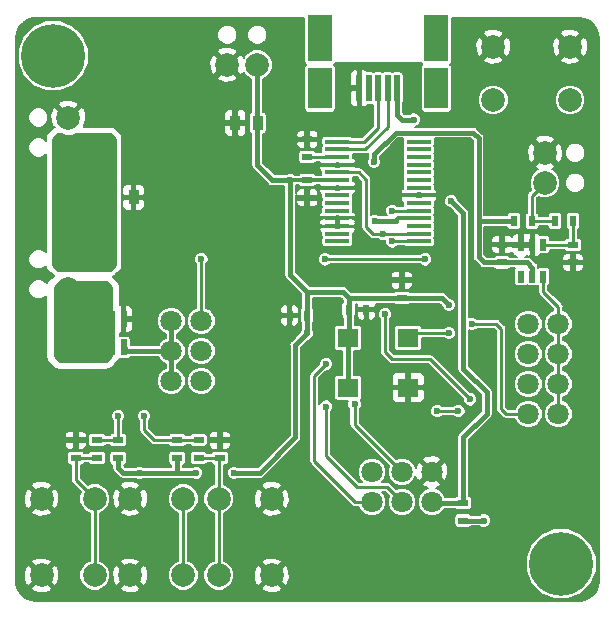
<source format=gtl>
G04 #@! TF.GenerationSoftware,KiCad,Pcbnew,(6.0.0-rc1-dev-1168-gacfa13c03)*
G04 #@! TF.CreationDate,2018-12-11T23:00:25+01:00*
G04 #@! TF.ProjectId,wirbelstrombremse_regler,77697262-656c-4737-9472-6f6d6272656d,rev?*
G04 #@! TF.SameCoordinates,Original*
G04 #@! TF.FileFunction,Copper,L1,Top*
G04 #@! TF.FilePolarity,Positive*
%FSLAX46Y46*%
G04 Gerber Fmt 4.6, Leading zero omitted, Abs format (unit mm)*
G04 Created by KiCad (PCBNEW (6.0.0-rc1-dev-1168-gacfa13c03)) date 11.12.2018 23:00:25*
%MOMM*%
%LPD*%
G01*
G04 APERTURE LIST*
G04 #@! TA.AperFunction,ComponentPad*
%ADD10C,5.400000*%
G04 #@! TD*
G04 #@! TA.AperFunction,SMDPad,CuDef*
%ADD11R,0.550000X1.000000*%
G04 #@! TD*
G04 #@! TA.AperFunction,SMDPad,CuDef*
%ADD12R,0.600000X0.900000*%
G04 #@! TD*
G04 #@! TA.AperFunction,SMDPad,CuDef*
%ADD13R,0.900000X0.600000*%
G04 #@! TD*
G04 #@! TA.AperFunction,SMDPad,CuDef*
%ADD14R,1.800000X1.600000*%
G04 #@! TD*
G04 #@! TA.AperFunction,SMDPad,CuDef*
%ADD15R,2.100000X0.350000*%
G04 #@! TD*
G04 #@! TA.AperFunction,ComponentPad*
%ADD16C,2.000000*%
G04 #@! TD*
G04 #@! TA.AperFunction,SMDPad,CuDef*
%ADD17R,0.600000X1.400000*%
G04 #@! TD*
G04 #@! TA.AperFunction,ComponentPad*
%ADD18C,1.800000*%
G04 #@! TD*
G04 #@! TA.AperFunction,SMDPad,CuDef*
%ADD19R,2.050000X3.500000*%
G04 #@! TD*
G04 #@! TA.AperFunction,SMDPad,CuDef*
%ADD20R,2.050000X4.000000*%
G04 #@! TD*
G04 #@! TA.AperFunction,SMDPad,CuDef*
%ADD21R,0.500000X2.250000*%
G04 #@! TD*
G04 #@! TA.AperFunction,SMDPad,CuDef*
%ADD22R,0.900000X1.300000*%
G04 #@! TD*
G04 #@! TA.AperFunction,ViaPad*
%ADD23C,0.600000*%
G04 #@! TD*
G04 #@! TA.AperFunction,Conductor*
%ADD24C,0.400000*%
G04 #@! TD*
G04 #@! TA.AperFunction,Conductor*
%ADD25C,0.300000*%
G04 #@! TD*
G04 #@! TA.AperFunction,Conductor*
%ADD26C,0.250000*%
G04 #@! TD*
G04 #@! TA.AperFunction,Conductor*
%ADD27C,0.254000*%
G04 #@! TD*
G04 #@! TA.AperFunction,Conductor*
%ADD28C,0.200000*%
G04 #@! TD*
G04 APERTURE END LIST*
D10*
G04 #@! TO.P,H2,1*
G04 #@! TO.N,Net-(H2-Pad1)*
X156500000Y-116500000D03*
G04 #@! TD*
G04 #@! TO.P,H1,1*
G04 #@! TO.N,Net-(H1-Pad1)*
X113500000Y-73500000D03*
G04 #@! TD*
D11*
G04 #@! TO.P,U4,6*
G04 #@! TO.N,/Connector/MCU_SensorSpeed*
X155000000Y-92200000D03*
G04 #@! TO.P,U4,5*
G04 #@! TO.N,+5V*
X154050000Y-92200000D03*
G04 #@! TO.P,U4,4*
G04 #@! TO.N,Net-(U4-Pad4)*
X153100000Y-92200000D03*
G04 #@! TO.P,U4,3*
G04 #@! TO.N,GND*
X153100000Y-89500000D03*
G04 #@! TO.P,U4,2*
X154050000Y-89500000D03*
G04 #@! TO.P,U4,1*
G04 #@! TO.N,/Connector/SensorSpeed*
X155000000Y-89500000D03*
G04 #@! TD*
D12*
G04 #@! TO.P,R9,2*
G04 #@! TO.N,Net-(J6-Pad1)*
X156000000Y-87500000D03*
G04 #@! TO.P,R9,1*
G04 #@! TO.N,/Connector/SensorSpeed*
X157500000Y-87500000D03*
G04 #@! TD*
D13*
G04 #@! TO.P,C16,2*
G04 #@! TO.N,GND*
X157500000Y-91000000D03*
G04 #@! TO.P,C16,1*
G04 #@! TO.N,/Connector/SensorSpeed*
X157500000Y-89500000D03*
G04 #@! TD*
G04 #@! TO.P,C15,2*
G04 #@! TO.N,GND*
X151500000Y-89500000D03*
G04 #@! TO.P,C15,1*
G04 #@! TO.N,+5V*
X151500000Y-91000000D03*
G04 #@! TD*
D14*
G04 #@! TO.P,U2,4*
G04 #@! TO.N,+5V*
X138460000Y-97400000D03*
G04 #@! TO.P,U2,3*
G04 #@! TO.N,/MicroControl/OSC_IN*
X143540000Y-97400000D03*
G04 #@! TO.P,U2,2*
G04 #@! TO.N,GND*
X143540000Y-101600000D03*
G04 #@! TO.P,U2,1*
G04 #@! TO.N,+5V*
X138460000Y-101600000D03*
G04 #@! TD*
D15*
G04 #@! TO.P,U3,15*
G04 #@! TO.N,/Connector/USB+*
X137550000Y-80775000D03*
G04 #@! TO.P,U3,16*
G04 #@! TO.N,/Connector/USB-*
X137550000Y-81425000D03*
G04 #@! TO.P,U3,17*
G04 #@! TO.N,Net-(C12-Pad1)*
X137550000Y-82075000D03*
G04 #@! TO.P,U3,18*
G04 #@! TO.N,GND*
X137550000Y-82725000D03*
G04 #@! TO.P,U3,20*
G04 #@! TO.N,+5V*
X137550000Y-84025000D03*
G04 #@! TO.P,U3,19*
G04 #@! TO.N,/Connector/MCU_RESET*
X137550000Y-83375000D03*
G04 #@! TO.P,U3,23*
G04 #@! TO.N,Net-(U3-Pad23)*
X137550000Y-85975000D03*
G04 #@! TO.P,U3,21*
G04 #@! TO.N,GND*
X137550000Y-84675000D03*
G04 #@! TO.P,U3,22*
G04 #@! TO.N,Net-(U3-Pad22)*
X137550000Y-85325000D03*
G04 #@! TO.P,U3,27*
G04 #@! TO.N,Net-(U3-Pad27)*
X137550000Y-88575000D03*
G04 #@! TO.P,U3,28*
G04 #@! TO.N,Net-(U3-Pad28)*
X137550000Y-89225000D03*
G04 #@! TO.P,U3,26*
G04 #@! TO.N,GND*
X137550000Y-87925000D03*
G04 #@! TO.P,U3,25*
X137550000Y-87275000D03*
G04 #@! TO.P,U3,24*
G04 #@! TO.N,Net-(U3-Pad24)*
X137550000Y-86625000D03*
G04 #@! TO.P,U3,14*
G04 #@! TO.N,Net-(U3-Pad14)*
X144450000Y-80775000D03*
G04 #@! TO.P,U3,13*
G04 #@! TO.N,Net-(U3-Pad13)*
X144450000Y-81425000D03*
G04 #@! TO.P,U3,12*
G04 #@! TO.N,Net-(U3-Pad12)*
X144450000Y-82075000D03*
G04 #@! TO.P,U3,11*
G04 #@! TO.N,Net-(U3-Pad11)*
X144450000Y-82725000D03*
G04 #@! TO.P,U3,10*
G04 #@! TO.N,Net-(U3-Pad10)*
X144450000Y-83375000D03*
G04 #@! TO.P,U3,9*
G04 #@! TO.N,Net-(U3-Pad9)*
X144450000Y-84025000D03*
G04 #@! TO.P,U3,8*
G04 #@! TO.N,Net-(U3-Pad8)*
X144450000Y-84675000D03*
G04 #@! TO.P,U3,7*
G04 #@! TO.N,GND*
X144450000Y-85325000D03*
G04 #@! TO.P,U3,6*
G04 #@! TO.N,Net-(U3-Pad6)*
X144450000Y-85975000D03*
G04 #@! TO.P,U3,5*
G04 #@! TO.N,/MicroControl/MCU_TX*
X144450000Y-86625000D03*
G04 #@! TO.P,U3,4*
G04 #@! TO.N,+5V*
X144450000Y-87275000D03*
G04 #@! TO.P,U3,3*
G04 #@! TO.N,Net-(U3-Pad3)*
X144450000Y-87925000D03*
G04 #@! TO.P,U3,2*
G04 #@! TO.N,/Connector/MCU_RESET*
X144450000Y-88575000D03*
G04 #@! TO.P,U3,1*
G04 #@! TO.N,/MicroControl/MCU_RX*
X144450000Y-89225000D03*
G04 #@! TD*
D16*
G04 #@! TO.P,SW4,4*
G04 #@! TO.N,/Connector/MCU_RESET*
X157250000Y-77250000D03*
G04 #@! TO.P,SW4,3*
X150750000Y-77250000D03*
G04 #@! TO.P,SW4,1*
G04 #@! TO.N,GND*
X150750000Y-72750000D03*
G04 #@! TO.P,SW4,2*
X157250000Y-72750000D03*
G04 #@! TD*
G04 #@! TO.P,SW3,4*
G04 #@! TO.N,GND*
X112500000Y-117500000D03*
G04 #@! TO.P,SW3,3*
X112500000Y-111000000D03*
G04 #@! TO.P,SW3,1*
G04 #@! TO.N,Net-(C4-Pad1)*
X117000000Y-111000000D03*
G04 #@! TO.P,SW3,2*
X117000000Y-117500000D03*
G04 #@! TD*
G04 #@! TO.P,SW2,4*
G04 #@! TO.N,GND*
X120000000Y-117500000D03*
G04 #@! TO.P,SW2,3*
X120000000Y-111000000D03*
G04 #@! TO.P,SW2,1*
G04 #@! TO.N,Net-(C5-Pad1)*
X124500000Y-111000000D03*
G04 #@! TO.P,SW2,2*
X124500000Y-117500000D03*
G04 #@! TD*
G04 #@! TO.P,SW1,4*
G04 #@! TO.N,GND*
X132000000Y-111000000D03*
G04 #@! TO.P,SW1,3*
X132000000Y-117500000D03*
G04 #@! TO.P,SW1,1*
G04 #@! TO.N,Net-(C6-Pad1)*
X127500000Y-117500000D03*
G04 #@! TO.P,SW1,2*
X127500000Y-111000000D03*
G04 #@! TD*
D12*
G04 #@! TO.P,R8,2*
G04 #@! TO.N,Net-(J6-Pad1)*
X154000000Y-87500000D03*
G04 #@! TO.P,R8,1*
G04 #@! TO.N,+5V*
X152500000Y-87500000D03*
G04 #@! TD*
D13*
G04 #@! TO.P,R7,2*
G04 #@! TO.N,/Connector/MCU_RESET*
X148200000Y-111350000D03*
G04 #@! TO.P,R7,1*
G04 #@! TO.N,+5V*
X148200000Y-112850000D03*
G04 #@! TD*
G04 #@! TO.P,R6,2*
G04 #@! TO.N,Net-(C4-Pad1)*
X117200000Y-107550000D03*
G04 #@! TO.P,R6,1*
G04 #@! TO.N,/MicroControl/PCINT_INC*
X117200000Y-106050000D03*
G04 #@! TD*
G04 #@! TO.P,R4,2*
G04 #@! TO.N,Net-(C6-Pad1)*
X125800000Y-107550000D03*
G04 #@! TO.P,R4,1*
G04 #@! TO.N,/MicroControl/PCINT_SET*
X125800000Y-106050000D03*
G04 #@! TD*
G04 #@! TO.P,R3,2*
G04 #@! TO.N,/MicroControl/PCINT_SET*
X124000000Y-106050000D03*
G04 #@! TO.P,R3,1*
G04 #@! TO.N,+5V*
X124000000Y-107550000D03*
G04 #@! TD*
G04 #@! TO.P,R1,2*
G04 #@! TO.N,/MicroControl/PCINT_INC*
X119000000Y-106050000D03*
G04 #@! TO.P,R1,1*
G04 #@! TO.N,+5V*
X119000000Y-107550000D03*
G04 #@! TD*
D17*
G04 #@! TO.P,Q1,6*
G04 #@! TO.N,/Connector/MAGNET*
X117550000Y-95800000D03*
G04 #@! TO.P,Q1,5*
X118500000Y-95800000D03*
G04 #@! TO.P,Q1,4*
G04 #@! TO.N,GND*
X119450000Y-95800000D03*
G04 #@! TO.P,Q1,3*
G04 #@! TO.N,/MicroControl/FET*
X119450000Y-98200000D03*
G04 #@! TO.P,Q1,2*
G04 #@! TO.N,/Connector/MAGNET*
X118500000Y-98200000D03*
G04 #@! TO.P,Q1,1*
X117550000Y-98200000D03*
G04 #@! TD*
D18*
G04 #@! TO.P,J8,4*
G04 #@! TO.N,/Connector/PROG_MOSI*
X143000000Y-108730000D03*
G04 #@! TO.P,J8,1*
G04 #@! TO.N,/Connector/PROG_MISO*
X140460000Y-111270000D03*
G04 #@! TO.P,J8,2*
G04 #@! TO.N,+5V*
X140460000Y-108730000D03*
G04 #@! TO.P,J8,5*
G04 #@! TO.N,/Connector/MCU_RESET*
X145540000Y-111270000D03*
G04 #@! TO.P,J8,6*
G04 #@! TO.N,GND*
X145540000Y-108730000D03*
G04 #@! TO.P,J8,3*
G04 #@! TO.N,/Connector/PROG_SCK*
X143000000Y-111270000D03*
G04 #@! TD*
D16*
G04 #@! TO.P,J7,1*
G04 #@! TO.N,+UPOW*
X114770000Y-90730000D03*
G04 #@! TO.P,J7,2*
G04 #@! TO.N,/Connector/MAGNET*
X114770000Y-93270000D03*
G04 #@! TD*
G04 #@! TO.P,J6,1*
G04 #@! TO.N,Net-(J6-Pad1)*
X155130000Y-84270000D03*
G04 #@! TO.P,J6,2*
G04 #@! TO.N,GND*
X155130000Y-81730000D03*
G04 #@! TD*
D19*
G04 #@! TO.P,J5,6*
G04 #@! TO.N,Net-(J5-Pad6)*
X145925000Y-76250000D03*
D20*
X145925000Y-72000000D03*
D19*
X136075000Y-76250000D03*
D20*
X136075000Y-72000000D03*
D21*
G04 #@! TO.P,J5,1*
G04 #@! TO.N,Net-(C10-Pad1)*
X142600000Y-76250000D03*
G04 #@! TO.P,J5,2*
G04 #@! TO.N,/Connector/USB-*
X141800000Y-76250000D03*
G04 #@! TO.P,J5,3*
G04 #@! TO.N,/Connector/USB+*
X141000000Y-76250000D03*
G04 #@! TO.P,J5,4*
G04 #@! TO.N,Net-(J5-Pad4)*
X140200000Y-76250000D03*
G04 #@! TO.P,J5,5*
G04 #@! TO.N,GND*
X139400000Y-76250000D03*
G04 #@! TD*
D16*
G04 #@! TO.P,J4,1*
G04 #@! TO.N,GND*
X114770000Y-78730000D03*
G04 #@! TO.P,J4,2*
G04 #@! TO.N,+UPOW*
X114770000Y-81270000D03*
G04 #@! TD*
G04 #@! TO.P,J3,1*
G04 #@! TO.N,+5V*
X130770000Y-74270000D03*
G04 #@! TO.P,J3,2*
G04 #@! TO.N,GND*
X128230000Y-74270000D03*
G04 #@! TD*
D18*
G04 #@! TO.P,J2,8*
G04 #@! TO.N,/Connector/MCU_SensorSpeed*
X156270000Y-103810000D03*
G04 #@! TO.P,J2,3*
G04 #@! TO.N,/MicroControl/T1*
X153730000Y-98730000D03*
G04 #@! TO.P,J2,1*
G04 #@! TO.N,/MicroControl/EXINT*
X153730000Y-96190000D03*
G04 #@! TO.P,J2,7*
G04 #@! TO.N,/MicroControl/T4*
X153730000Y-103810000D03*
G04 #@! TO.P,J2,6*
G04 #@! TO.N,/Connector/MCU_SensorSpeed*
X156270000Y-101270000D03*
G04 #@! TO.P,J2,2*
X156270000Y-96190000D03*
G04 #@! TO.P,J2,4*
X156270000Y-98730000D03*
G04 #@! TO.P,J2,5*
G04 #@! TO.N,/MicroControl/T3*
X153730000Y-101270000D03*
G04 #@! TD*
G04 #@! TO.P,J1,4*
G04 #@! TO.N,/MicroControl/FET*
X123500000Y-98500000D03*
G04 #@! TO.P,J1,1*
G04 #@! TO.N,/MicroControl/OUT0*
X126040000Y-101040000D03*
G04 #@! TO.P,J1,2*
G04 #@! TO.N,/MicroControl/FET*
X123500000Y-101040000D03*
G04 #@! TO.P,J1,5*
G04 #@! TO.N,/MicroControl/OUT3_4*
X126040000Y-95960000D03*
G04 #@! TO.P,J1,6*
G04 #@! TO.N,/MicroControl/FET*
X123500000Y-95960000D03*
G04 #@! TO.P,J1,3*
G04 #@! TO.N,/MicroControl/OUT1*
X126040000Y-98500000D03*
G04 #@! TD*
D13*
G04 #@! TO.P,C14,2*
G04 #@! TO.N,GND*
X135000000Y-85525000D03*
G04 #@! TO.P,C14,1*
G04 #@! TO.N,+5V*
X135000000Y-84025000D03*
G04 #@! TD*
G04 #@! TO.P,C12,2*
G04 #@! TO.N,GND*
X135000000Y-80575000D03*
G04 #@! TO.P,C12,1*
G04 #@! TO.N,Net-(C12-Pad1)*
X135000000Y-82075000D03*
G04 #@! TD*
D22*
G04 #@! TO.P,C9,2*
G04 #@! TO.N,GND*
X120300000Y-85500000D03*
G04 #@! TO.P,C9,1*
G04 #@! TO.N,+UPOW*
X118400000Y-85500000D03*
G04 #@! TD*
G04 #@! TO.P,C8,2*
G04 #@! TO.N,GND*
X128900000Y-79200000D03*
G04 #@! TO.P,C8,1*
G04 #@! TO.N,+5V*
X130800000Y-79200000D03*
G04 #@! TD*
D12*
G04 #@! TO.P,C7,2*
G04 #@! TO.N,GND*
X140000000Y-95000000D03*
G04 #@! TO.P,C7,1*
G04 #@! TO.N,+5V*
X138500000Y-95000000D03*
G04 #@! TD*
D13*
G04 #@! TO.P,C6,2*
G04 #@! TO.N,GND*
X127600000Y-106050000D03*
G04 #@! TO.P,C6,1*
G04 #@! TO.N,Net-(C6-Pad1)*
X127600000Y-107550000D03*
G04 #@! TD*
G04 #@! TO.P,C4,2*
G04 #@! TO.N,GND*
X115400000Y-106050000D03*
G04 #@! TO.P,C4,1*
G04 #@! TO.N,Net-(C4-Pad1)*
X115400000Y-107550000D03*
G04 #@! TD*
G04 #@! TO.P,C2,2*
G04 #@! TO.N,GND*
X143000000Y-92500000D03*
G04 #@! TO.P,C2,1*
G04 #@! TO.N,+5V*
X143000000Y-94000000D03*
G04 #@! TD*
D12*
G04 #@! TO.P,C1,2*
G04 #@! TO.N,GND*
X133500000Y-95500000D03*
G04 #@! TO.P,C1,1*
G04 #@! TO.N,+5V*
X135000000Y-95500000D03*
G04 #@! TD*
D23*
G04 #@! TO.N,+5V*
X120800000Y-108800000D03*
X125600000Y-108800000D03*
X128800000Y-108800000D03*
X149950005Y-112849995D03*
X140650000Y-82500000D03*
X147000000Y-94600000D03*
X135000000Y-97000000D03*
X140700000Y-87500000D03*
X133549999Y-84024999D03*
G04 #@! TO.N,Net-(C10-Pad1)*
X144000000Y-78900000D03*
G04 #@! TO.N,/MicroControl/OUT3_4*
X126040000Y-90750000D03*
X145000000Y-90750000D03*
X136500000Y-90750000D03*
G04 #@! TO.N,/MicroControl/T1*
X146000000Y-103599996D03*
X147800000Y-103600000D03*
G04 #@! TO.N,/MicroControl/T4*
X148927208Y-96200000D03*
G04 #@! TO.N,/MicroControl/T3*
X141600000Y-95400000D03*
X148800000Y-102600000D03*
G04 #@! TO.N,/Connector/PROG_MOSI*
X139000005Y-102999995D03*
G04 #@! TO.N,/Connector/PROG_MISO*
X136600000Y-99600000D03*
G04 #@! TO.N,/Connector/MCU_RESET*
X147200000Y-85825000D03*
X141400000Y-88575000D03*
G04 #@! TO.N,/Connector/PROG_SCK*
X136600000Y-103200000D03*
G04 #@! TO.N,/MicroControl/PCINT_INC*
X119000000Y-104000000D03*
G04 #@! TO.N,/MicroControl/PCINT_SET*
X121200000Y-104000000D03*
G04 #@! TO.N,/MicroControl/MCU_TX*
X142200000Y-86625000D03*
G04 #@! TO.N,/MicroControl/MCU_RX*
X142200000Y-89225000D03*
G04 #@! TO.N,/MicroControl/OSC_IN*
X147000000Y-97000000D03*
G04 #@! TD*
D24*
G04 #@! TO.N,+5V*
X154050000Y-91450000D02*
X153600000Y-91000000D01*
X154050000Y-92200000D02*
X154050000Y-91450000D01*
X130770000Y-74270000D02*
X130770000Y-82770000D01*
X130770000Y-82770000D02*
X132025000Y-84025000D01*
D25*
X144450000Y-87275000D02*
X142725000Y-87275000D01*
X142725000Y-87275000D02*
X142500000Y-87500000D01*
D24*
X138500000Y-97360000D02*
X138500000Y-95000000D01*
D26*
X138460000Y-97400000D02*
X138500000Y-97360000D01*
D24*
X138500000Y-95000000D02*
X138500000Y-94000000D01*
X138000000Y-93500000D02*
X135000000Y-93500000D01*
X138500000Y-94000000D02*
X138000000Y-93500000D01*
X135000000Y-97000000D02*
X135000000Y-93500000D01*
X142500000Y-87500000D02*
X140700000Y-87500000D01*
X138460000Y-101600000D02*
X138460000Y-97400000D01*
X138500000Y-94000000D02*
X143000000Y-94000000D01*
X143000000Y-94000000D02*
X146000000Y-94000000D01*
X146400000Y-94000000D02*
X146000000Y-94000000D01*
X147000000Y-94600000D02*
X146400000Y-94000000D01*
X153600000Y-91000000D02*
X151500000Y-91000000D01*
X151500000Y-91000000D02*
X150000000Y-91000000D01*
X149500000Y-90500000D02*
X149500000Y-87500000D01*
X150000000Y-91000000D02*
X149500000Y-90500000D01*
X149500000Y-87500000D02*
X152500000Y-87500000D01*
X135000000Y-93500000D02*
X133550000Y-92050000D01*
X133550000Y-92050000D02*
X133550000Y-84025000D01*
X133125735Y-84024999D02*
X133549999Y-84024999D01*
X132025000Y-84025000D02*
X133125735Y-84024999D01*
D25*
X133974263Y-84024999D02*
X133549999Y-84024999D01*
X137550000Y-84025000D02*
X133974263Y-84024999D01*
D24*
X149500000Y-80500000D02*
X149500000Y-87500000D01*
X149000000Y-80000000D02*
X149500000Y-80500000D01*
X142500000Y-80000000D02*
X149000000Y-80000000D01*
X140650000Y-82500000D02*
X140650000Y-81850000D01*
X140650000Y-81850000D02*
X142500000Y-80000000D01*
X148200000Y-112850000D02*
X149950000Y-112850000D01*
X124000000Y-108800000D02*
X124000000Y-107550000D01*
X125600000Y-108800000D02*
X124000000Y-108800000D01*
X124000000Y-108800000D02*
X119400000Y-108800000D01*
X119000000Y-108400000D02*
X119000000Y-107550000D01*
X119400000Y-108800000D02*
X119000000Y-108400000D01*
X131000000Y-108800000D02*
X128800000Y-108800000D01*
X134000000Y-105800000D02*
X131000000Y-108800000D01*
X135000000Y-97000000D02*
X134000000Y-98000000D01*
X134000000Y-98000000D02*
X134000000Y-105800000D01*
D26*
G04 #@! TO.N,Net-(C4-Pad1)*
X117000000Y-116085787D02*
X117000000Y-111000000D01*
X117000000Y-117500000D02*
X117000000Y-116085787D01*
X115400000Y-107550000D02*
X117200000Y-107550000D01*
X115400000Y-109400000D02*
X115400000Y-107550000D01*
X117000000Y-111000000D02*
X115400000Y-109400000D01*
G04 #@! TO.N,Net-(C5-Pad1)*
X124500000Y-117500000D02*
X124500000Y-111000000D01*
G04 #@! TO.N,Net-(C6-Pad1)*
X127500000Y-117500000D02*
X127500000Y-111000000D01*
X125800000Y-107550000D02*
X127600000Y-107550000D01*
X127500000Y-107650000D02*
X127500000Y-111000000D01*
X127600000Y-107550000D02*
X127500000Y-107650000D01*
D24*
G04 #@! TO.N,Net-(C10-Pad1)*
X142600000Y-76250000D02*
X142600000Y-78500000D01*
X142600000Y-78500000D02*
X143000000Y-78900000D01*
X143000000Y-78900000D02*
X144000000Y-78900000D01*
D26*
G04 #@! TO.N,Net-(C12-Pad1)*
X136250000Y-82075000D02*
X135000000Y-82075000D01*
X137550000Y-82075000D02*
X136250000Y-82075000D01*
D24*
G04 #@! TO.N,/MicroControl/FET*
X119750000Y-98500000D02*
X119450000Y-98200000D01*
X123500000Y-98500000D02*
X119750000Y-98500000D01*
X123500000Y-95960000D02*
X123500000Y-98500000D01*
X123500000Y-98500000D02*
X123500000Y-101040000D01*
D26*
G04 #@! TO.N,/MicroControl/OUT3_4*
X145000000Y-90750000D02*
X136500000Y-90750000D01*
X126040000Y-90750000D02*
X126040000Y-95960000D01*
G04 #@! TO.N,/Connector/SensorSpeed*
X155000000Y-89500000D02*
X157500000Y-89500000D01*
X157500000Y-87500000D02*
X157500000Y-89500000D01*
G04 #@! TO.N,/MicroControl/T1*
X146000000Y-103599996D02*
X147800000Y-103600000D01*
G04 #@! TO.N,/MicroControl/T4*
X151810000Y-103810000D02*
X153730000Y-103810000D01*
X151400000Y-103400000D02*
X151810000Y-103810000D01*
X151400000Y-96600000D02*
X151400000Y-103400000D01*
X148927208Y-96200000D02*
X151000000Y-96200000D01*
X151000000Y-96200000D02*
X151400000Y-96600000D01*
G04 #@! TO.N,/MicroControl/T3*
X141600000Y-98600000D02*
X141600000Y-95400000D01*
X142200000Y-99200000D02*
X141600000Y-98600000D01*
X148800000Y-102600000D02*
X145400000Y-99200000D01*
X145400000Y-99200000D02*
X142200000Y-99200000D01*
G04 #@! TO.N,/Connector/USB-*
X141800000Y-77625000D02*
X141800000Y-76250000D01*
X141800000Y-79500000D02*
X141800000Y-77625000D01*
X137550000Y-81425000D02*
X139875000Y-81425000D01*
X139875000Y-81425000D02*
X141800000Y-79500000D01*
G04 #@! TO.N,/Connector/USB+*
X139825000Y-80775000D02*
X137550000Y-80775000D01*
X141000000Y-76250000D02*
X141000000Y-79600000D01*
X141000000Y-79600000D02*
X139825000Y-80775000D01*
D24*
G04 #@! TO.N,/Connector/MAGNET*
X118500000Y-95800000D02*
X118500000Y-98200000D01*
D26*
G04 #@! TO.N,/Connector/PROG_MOSI*
X139000005Y-104730005D02*
X139000005Y-103424259D01*
X139000005Y-103424259D02*
X139000005Y-102999995D01*
X143000000Y-108730000D02*
X139000005Y-104730005D01*
G04 #@! TO.N,/Connector/PROG_MISO*
X135600000Y-100600000D02*
X136600000Y-99600000D01*
X135600000Y-107800000D02*
X135600000Y-100600000D01*
X140460000Y-111270000D02*
X139070000Y-111270000D01*
X139070000Y-111270000D02*
X135600000Y-107800000D01*
G04 #@! TO.N,/Connector/MCU_RESET*
X144450000Y-88575000D02*
X141400000Y-88575000D01*
X140575000Y-88575000D02*
X140000000Y-88000000D01*
X141400000Y-88575000D02*
X140575000Y-88575000D01*
X140000000Y-88000000D02*
X140000000Y-84000000D01*
X140000000Y-84000000D02*
X139375000Y-83375000D01*
X139375000Y-83375000D02*
X137550000Y-83375000D01*
D24*
X145620000Y-111350000D02*
X145540000Y-111270000D01*
X148200000Y-111350000D02*
X145620000Y-111350000D01*
X148200000Y-105800000D02*
X148200000Y-111350000D01*
X150200000Y-103800000D02*
X148200000Y-105800000D01*
X150200000Y-102000000D02*
X150200000Y-103800000D01*
X148200000Y-100000000D02*
X150200000Y-102000000D01*
X147200000Y-85825000D02*
X148200000Y-86825000D01*
X148200000Y-86825000D02*
X148200000Y-100000000D01*
D26*
G04 #@! TO.N,/Connector/PROG_SCK*
X136600000Y-107400000D02*
X136600000Y-103200000D01*
X139200000Y-110000000D02*
X136600000Y-107400000D01*
X143000000Y-111270000D02*
X141730000Y-110000000D01*
X141730000Y-110000000D02*
X139200000Y-110000000D01*
G04 #@! TO.N,/MicroControl/PCINT_INC*
X117200000Y-106050000D02*
X119000000Y-106050000D01*
X119000000Y-104000000D02*
X119000000Y-106050000D01*
G04 #@! TO.N,/MicroControl/PCINT_SET*
X125800000Y-106050000D02*
X124000000Y-106050000D01*
X121200000Y-105200000D02*
X121200000Y-104000000D01*
X124000000Y-106050000D02*
X122050000Y-106050000D01*
X122050000Y-106050000D02*
X121200000Y-105200000D01*
G04 #@! TO.N,/MicroControl/MCU_TX*
X144450000Y-86625000D02*
X142200000Y-86625000D01*
G04 #@! TO.N,/MicroControl/MCU_RX*
X144450000Y-89225000D02*
X142200000Y-89225000D01*
G04 #@! TO.N,/MicroControl/OSC_IN*
X143940000Y-97000000D02*
X143540000Y-97400000D01*
X147000000Y-97000000D02*
X143940000Y-97000000D01*
G04 #@! TO.N,Net-(J6-Pad1)*
X155130000Y-84270000D02*
X154000000Y-85400000D01*
X154000000Y-85400000D02*
X154000000Y-87500000D01*
X154000000Y-87500000D02*
X156000000Y-87500000D01*
G04 #@! TO.N,/Connector/MCU_SensorSpeed*
X156270000Y-94770000D02*
X156270000Y-96190000D01*
X155000000Y-92200000D02*
X155000000Y-93500000D01*
X155000000Y-93500000D02*
X156270000Y-94770000D01*
X156270000Y-97462792D02*
X156270000Y-98730000D01*
X156270000Y-96190000D02*
X156270000Y-97462792D01*
X156270000Y-98730000D02*
X156270000Y-101270000D01*
X156270000Y-102537208D02*
X156270000Y-101270000D01*
X156270000Y-103810000D02*
X156270000Y-102537208D01*
G04 #@! TD*
D27*
G04 #@! TO.N,/Connector/MAGNET*
G36*
X118373000Y-93052606D02*
X118373000Y-98947394D01*
X117947394Y-99373000D01*
X114052606Y-99373000D01*
X113627000Y-98947394D01*
X113627000Y-93052606D01*
X114052606Y-92627000D01*
X117947394Y-92627000D01*
X118373000Y-93052606D01*
X118373000Y-93052606D01*
G37*
X118373000Y-93052606D02*
X118373000Y-98947394D01*
X117947394Y-99373000D01*
X114052606Y-99373000D01*
X113627000Y-98947394D01*
X113627000Y-93052606D01*
X114052606Y-92627000D01*
X117947394Y-92627000D01*
X118373000Y-93052606D01*
D28*
G04 #@! TO.N,GND*
G36*
X134744123Y-74000000D02*
X134767407Y-74117054D01*
X134833712Y-74216288D01*
X134884166Y-74250000D01*
X134833712Y-74283712D01*
X134767407Y-74382946D01*
X134744123Y-74500000D01*
X134744123Y-78000000D01*
X134767407Y-78117054D01*
X134833712Y-78216288D01*
X134932946Y-78282593D01*
X135050000Y-78305877D01*
X137100000Y-78305877D01*
X137217054Y-78282593D01*
X137316288Y-78216288D01*
X137382593Y-78117054D01*
X137405877Y-78000000D01*
X137405877Y-76529000D01*
X138650000Y-76529000D01*
X138650000Y-77474456D01*
X138726121Y-77658227D01*
X138866773Y-77798880D01*
X139050544Y-77875000D01*
X139150000Y-77875000D01*
X139275000Y-77750000D01*
X139275000Y-76404000D01*
X138775000Y-76404000D01*
X138650000Y-76529000D01*
X137405877Y-76529000D01*
X137405877Y-75025544D01*
X138650000Y-75025544D01*
X138650000Y-75971000D01*
X138775000Y-76096000D01*
X139275000Y-76096000D01*
X139275000Y-74750000D01*
X139150000Y-74625000D01*
X139050544Y-74625000D01*
X138866773Y-74701120D01*
X138726121Y-74841773D01*
X138650000Y-75025544D01*
X137405877Y-75025544D01*
X137405877Y-74500000D01*
X137382593Y-74382946D01*
X137316288Y-74283712D01*
X137265834Y-74250000D01*
X137316288Y-74216288D01*
X137382593Y-74117054D01*
X137385985Y-74100000D01*
X144614015Y-74100000D01*
X144617407Y-74117054D01*
X144683712Y-74216288D01*
X144734166Y-74250000D01*
X144683712Y-74283712D01*
X144617407Y-74382946D01*
X144594123Y-74500000D01*
X144594123Y-78000000D01*
X144617407Y-78117054D01*
X144683712Y-78216288D01*
X144782946Y-78282593D01*
X144900000Y-78305877D01*
X146950000Y-78305877D01*
X147067054Y-78282593D01*
X147166288Y-78216288D01*
X147232593Y-78117054D01*
X147255877Y-78000000D01*
X147255877Y-76991414D01*
X149450000Y-76991414D01*
X149450000Y-77508586D01*
X149647913Y-77986391D01*
X150013609Y-78352087D01*
X150491414Y-78550000D01*
X151008586Y-78550000D01*
X151486391Y-78352087D01*
X151852087Y-77986391D01*
X152050000Y-77508586D01*
X152050000Y-76991414D01*
X155950000Y-76991414D01*
X155950000Y-77508586D01*
X156147913Y-77986391D01*
X156513609Y-78352087D01*
X156991414Y-78550000D01*
X157508586Y-78550000D01*
X157986391Y-78352087D01*
X158352087Y-77986391D01*
X158550000Y-77508586D01*
X158550000Y-76991414D01*
X158352087Y-76513609D01*
X157986391Y-76147913D01*
X157508586Y-75950000D01*
X156991414Y-75950000D01*
X156513609Y-76147913D01*
X156147913Y-76513609D01*
X155950000Y-76991414D01*
X152050000Y-76991414D01*
X151852087Y-76513609D01*
X151486391Y-76147913D01*
X151008586Y-75950000D01*
X150491414Y-75950000D01*
X150013609Y-76147913D01*
X149647913Y-76513609D01*
X149450000Y-76991414D01*
X147255877Y-76991414D01*
X147255877Y-74500000D01*
X147232593Y-74382946D01*
X147166288Y-74283712D01*
X147115834Y-74250000D01*
X147166288Y-74216288D01*
X147232593Y-74117054D01*
X147255877Y-74000000D01*
X147255877Y-73845958D01*
X149871831Y-73845958D01*
X149980207Y-74071530D01*
X150544532Y-74265522D01*
X151140138Y-74228789D01*
X151519793Y-74071530D01*
X151628169Y-73845958D01*
X156371831Y-73845958D01*
X156480207Y-74071530D01*
X157044532Y-74265522D01*
X157640138Y-74228789D01*
X158019793Y-74071530D01*
X158128169Y-73845958D01*
X157250000Y-72967789D01*
X156371831Y-73845958D01*
X151628169Y-73845958D01*
X150750000Y-72967789D01*
X149871831Y-73845958D01*
X147255877Y-73845958D01*
X147255877Y-72544532D01*
X149234478Y-72544532D01*
X149271211Y-73140138D01*
X149428470Y-73519793D01*
X149654042Y-73628169D01*
X150532211Y-72750000D01*
X150967789Y-72750000D01*
X151845958Y-73628169D01*
X152071530Y-73519793D01*
X152265522Y-72955468D01*
X152240179Y-72544532D01*
X155734478Y-72544532D01*
X155771211Y-73140138D01*
X155928470Y-73519793D01*
X156154042Y-73628169D01*
X157032211Y-72750000D01*
X157467789Y-72750000D01*
X158345958Y-73628169D01*
X158571530Y-73519793D01*
X158765522Y-72955468D01*
X158728789Y-72359862D01*
X158571530Y-71980207D01*
X158345958Y-71871831D01*
X157467789Y-72750000D01*
X157032211Y-72750000D01*
X156154042Y-71871831D01*
X155928470Y-71980207D01*
X155734478Y-72544532D01*
X152240179Y-72544532D01*
X152228789Y-72359862D01*
X152071530Y-71980207D01*
X151845958Y-71871831D01*
X150967789Y-72750000D01*
X150532211Y-72750000D01*
X149654042Y-71871831D01*
X149428470Y-71980207D01*
X149234478Y-72544532D01*
X147255877Y-72544532D01*
X147255877Y-71654042D01*
X149871831Y-71654042D01*
X150750000Y-72532211D01*
X151628169Y-71654042D01*
X156371831Y-71654042D01*
X157250000Y-72532211D01*
X158128169Y-71654042D01*
X158019793Y-71428470D01*
X157455468Y-71234478D01*
X156859862Y-71271211D01*
X156480207Y-71428470D01*
X156371831Y-71654042D01*
X151628169Y-71654042D01*
X151519793Y-71428470D01*
X150955468Y-71234478D01*
X150359862Y-71271211D01*
X149980207Y-71428470D01*
X149871831Y-71654042D01*
X147255877Y-71654042D01*
X147255877Y-70325000D01*
X157976844Y-70325000D01*
X158469187Y-70395509D01*
X158900656Y-70591686D01*
X159259720Y-70901076D01*
X159517516Y-71298807D01*
X159656543Y-71763678D01*
X159675000Y-72012055D01*
X159675001Y-117976837D01*
X159604491Y-118469187D01*
X159408314Y-118900656D01*
X159098924Y-119259720D01*
X158701193Y-119517516D01*
X158236321Y-119656543D01*
X157987945Y-119675000D01*
X112023156Y-119675000D01*
X111530813Y-119604491D01*
X111099344Y-119408314D01*
X110740280Y-119098924D01*
X110482484Y-118701193D01*
X110451012Y-118595958D01*
X111621831Y-118595958D01*
X111730207Y-118821530D01*
X112294532Y-119015522D01*
X112890138Y-118978789D01*
X113269793Y-118821530D01*
X113378169Y-118595958D01*
X112500000Y-117717789D01*
X111621831Y-118595958D01*
X110451012Y-118595958D01*
X110343457Y-118236321D01*
X110325000Y-117987945D01*
X110325000Y-117294532D01*
X110984478Y-117294532D01*
X111021211Y-117890138D01*
X111178470Y-118269793D01*
X111404042Y-118378169D01*
X112282211Y-117500000D01*
X112717789Y-117500000D01*
X113595958Y-118378169D01*
X113821530Y-118269793D01*
X114015522Y-117705468D01*
X113978789Y-117109862D01*
X113821530Y-116730207D01*
X113595958Y-116621831D01*
X112717789Y-117500000D01*
X112282211Y-117500000D01*
X111404042Y-116621831D01*
X111178470Y-116730207D01*
X110984478Y-117294532D01*
X110325000Y-117294532D01*
X110325000Y-116404042D01*
X111621831Y-116404042D01*
X112500000Y-117282211D01*
X113378169Y-116404042D01*
X113269793Y-116178470D01*
X112705468Y-115984478D01*
X112109862Y-116021211D01*
X111730207Y-116178470D01*
X111621831Y-116404042D01*
X110325000Y-116404042D01*
X110325000Y-112095958D01*
X111621831Y-112095958D01*
X111730207Y-112321530D01*
X112294532Y-112515522D01*
X112890138Y-112478789D01*
X113269793Y-112321530D01*
X113378169Y-112095958D01*
X112500000Y-111217789D01*
X111621831Y-112095958D01*
X110325000Y-112095958D01*
X110325000Y-110794532D01*
X110984478Y-110794532D01*
X111021211Y-111390138D01*
X111178470Y-111769793D01*
X111404042Y-111878169D01*
X112282211Y-111000000D01*
X112717789Y-111000000D01*
X113595958Y-111878169D01*
X113821530Y-111769793D01*
X114015522Y-111205468D01*
X113978789Y-110609862D01*
X113821530Y-110230207D01*
X113595958Y-110121831D01*
X112717789Y-111000000D01*
X112282211Y-111000000D01*
X111404042Y-110121831D01*
X111178470Y-110230207D01*
X110984478Y-110794532D01*
X110325000Y-110794532D01*
X110325000Y-109904042D01*
X111621831Y-109904042D01*
X112500000Y-110782211D01*
X113378169Y-109904042D01*
X113269793Y-109678470D01*
X112705468Y-109484478D01*
X112109862Y-109521211D01*
X111730207Y-109678470D01*
X111621831Y-109904042D01*
X110325000Y-109904042D01*
X110325000Y-107250000D01*
X114644123Y-107250000D01*
X114644123Y-107850000D01*
X114667407Y-107967054D01*
X114733712Y-108066288D01*
X114832946Y-108132593D01*
X114950000Y-108155877D01*
X114975001Y-108155877D01*
X114975000Y-109358142D01*
X114966674Y-109400000D01*
X114993647Y-109535600D01*
X114999659Y-109565826D01*
X115093592Y-109706408D01*
X115129081Y-109730121D01*
X115828982Y-110430023D01*
X115700000Y-110741414D01*
X115700000Y-111258586D01*
X115897913Y-111736391D01*
X116263609Y-112102087D01*
X116575001Y-112231069D01*
X116575000Y-116127644D01*
X116575001Y-116127649D01*
X116575001Y-116268930D01*
X116263609Y-116397913D01*
X115897913Y-116763609D01*
X115700000Y-117241414D01*
X115700000Y-117758586D01*
X115897913Y-118236391D01*
X116263609Y-118602087D01*
X116741414Y-118800000D01*
X117258586Y-118800000D01*
X117736391Y-118602087D01*
X117742520Y-118595958D01*
X119121831Y-118595958D01*
X119230207Y-118821530D01*
X119794532Y-119015522D01*
X120390138Y-118978789D01*
X120769793Y-118821530D01*
X120878169Y-118595958D01*
X120000000Y-117717789D01*
X119121831Y-118595958D01*
X117742520Y-118595958D01*
X118102087Y-118236391D01*
X118300000Y-117758586D01*
X118300000Y-117294532D01*
X118484478Y-117294532D01*
X118521211Y-117890138D01*
X118678470Y-118269793D01*
X118904042Y-118378169D01*
X119782211Y-117500000D01*
X120217789Y-117500000D01*
X121095958Y-118378169D01*
X121321530Y-118269793D01*
X121515522Y-117705468D01*
X121478789Y-117109862D01*
X121321530Y-116730207D01*
X121095958Y-116621831D01*
X120217789Y-117500000D01*
X119782211Y-117500000D01*
X118904042Y-116621831D01*
X118678470Y-116730207D01*
X118484478Y-117294532D01*
X118300000Y-117294532D01*
X118300000Y-117241414D01*
X118102087Y-116763609D01*
X117742520Y-116404042D01*
X119121831Y-116404042D01*
X120000000Y-117282211D01*
X120878169Y-116404042D01*
X120769793Y-116178470D01*
X120205468Y-115984478D01*
X119609862Y-116021211D01*
X119230207Y-116178470D01*
X119121831Y-116404042D01*
X117742520Y-116404042D01*
X117736391Y-116397913D01*
X117425000Y-116268931D01*
X117425000Y-112231069D01*
X117736391Y-112102087D01*
X117742520Y-112095958D01*
X119121831Y-112095958D01*
X119230207Y-112321530D01*
X119794532Y-112515522D01*
X120390138Y-112478789D01*
X120769793Y-112321530D01*
X120878169Y-112095958D01*
X120000000Y-111217789D01*
X119121831Y-112095958D01*
X117742520Y-112095958D01*
X118102087Y-111736391D01*
X118300000Y-111258586D01*
X118300000Y-110794532D01*
X118484478Y-110794532D01*
X118521211Y-111390138D01*
X118678470Y-111769793D01*
X118904042Y-111878169D01*
X119782211Y-111000000D01*
X120217789Y-111000000D01*
X121095958Y-111878169D01*
X121321530Y-111769793D01*
X121515522Y-111205468D01*
X121486903Y-110741414D01*
X123200000Y-110741414D01*
X123200000Y-111258586D01*
X123397913Y-111736391D01*
X123763609Y-112102087D01*
X124075001Y-112231070D01*
X124075000Y-116268931D01*
X123763609Y-116397913D01*
X123397913Y-116763609D01*
X123200000Y-117241414D01*
X123200000Y-117758586D01*
X123397913Y-118236391D01*
X123763609Y-118602087D01*
X124241414Y-118800000D01*
X124758586Y-118800000D01*
X125236391Y-118602087D01*
X125602087Y-118236391D01*
X125800000Y-117758586D01*
X125800000Y-117241414D01*
X125602087Y-116763609D01*
X125236391Y-116397913D01*
X124925000Y-116268931D01*
X124925000Y-112231069D01*
X125236391Y-112102087D01*
X125602087Y-111736391D01*
X125800000Y-111258586D01*
X125800000Y-110741414D01*
X125602087Y-110263609D01*
X125236391Y-109897913D01*
X124758586Y-109700000D01*
X124241414Y-109700000D01*
X123763609Y-109897913D01*
X123397913Y-110263609D01*
X123200000Y-110741414D01*
X121486903Y-110741414D01*
X121478789Y-110609862D01*
X121321530Y-110230207D01*
X121095958Y-110121831D01*
X120217789Y-111000000D01*
X119782211Y-111000000D01*
X118904042Y-110121831D01*
X118678470Y-110230207D01*
X118484478Y-110794532D01*
X118300000Y-110794532D01*
X118300000Y-110741414D01*
X118102087Y-110263609D01*
X117742520Y-109904042D01*
X119121831Y-109904042D01*
X120000000Y-110782211D01*
X120878169Y-109904042D01*
X120769793Y-109678470D01*
X120205468Y-109484478D01*
X119609862Y-109521211D01*
X119230207Y-109678470D01*
X119121831Y-109904042D01*
X117742520Y-109904042D01*
X117736391Y-109897913D01*
X117258586Y-109700000D01*
X116741414Y-109700000D01*
X116430023Y-109828982D01*
X115825000Y-109223960D01*
X115825000Y-108155877D01*
X115850000Y-108155877D01*
X115967054Y-108132593D01*
X116066288Y-108066288D01*
X116127284Y-107975000D01*
X116472716Y-107975000D01*
X116533712Y-108066288D01*
X116632946Y-108132593D01*
X116750000Y-108155877D01*
X117650000Y-108155877D01*
X117767054Y-108132593D01*
X117866288Y-108066288D01*
X117932593Y-107967054D01*
X117955877Y-107850000D01*
X117955877Y-107250000D01*
X118244123Y-107250000D01*
X118244123Y-107850000D01*
X118267407Y-107967054D01*
X118333712Y-108066288D01*
X118432946Y-108132593D01*
X118500000Y-108145931D01*
X118500000Y-108350758D01*
X118490205Y-108400000D01*
X118500000Y-108449241D01*
X118500000Y-108449242D01*
X118529011Y-108595089D01*
X118639520Y-108760480D01*
X118681270Y-108788376D01*
X119011625Y-109118732D01*
X119039520Y-109160480D01*
X119204910Y-109270989D01*
X119350757Y-109300000D01*
X119350758Y-109300000D01*
X119399999Y-109309795D01*
X119449240Y-109300000D01*
X120451471Y-109300000D01*
X120460127Y-109308656D01*
X120680653Y-109400000D01*
X120919347Y-109400000D01*
X121139873Y-109308656D01*
X121148529Y-109300000D01*
X123950757Y-109300000D01*
X124000000Y-109309795D01*
X124049242Y-109300000D01*
X125251471Y-109300000D01*
X125260127Y-109308656D01*
X125480653Y-109400000D01*
X125719347Y-109400000D01*
X125939873Y-109308656D01*
X126108656Y-109139873D01*
X126200000Y-108919347D01*
X126200000Y-108680653D01*
X126108656Y-108460127D01*
X125939873Y-108291344D01*
X125719347Y-108200000D01*
X125480653Y-108200000D01*
X125260127Y-108291344D01*
X125251471Y-108300000D01*
X124500000Y-108300000D01*
X124500000Y-108145931D01*
X124567054Y-108132593D01*
X124666288Y-108066288D01*
X124732593Y-107967054D01*
X124755877Y-107850000D01*
X124755877Y-107250000D01*
X125044123Y-107250000D01*
X125044123Y-107850000D01*
X125067407Y-107967054D01*
X125133712Y-108066288D01*
X125232946Y-108132593D01*
X125350000Y-108155877D01*
X126250000Y-108155877D01*
X126367054Y-108132593D01*
X126466288Y-108066288D01*
X126527284Y-107975000D01*
X126872716Y-107975000D01*
X126933712Y-108066288D01*
X127032946Y-108132593D01*
X127075000Y-108140958D01*
X127075001Y-109768931D01*
X126763609Y-109897913D01*
X126397913Y-110263609D01*
X126200000Y-110741414D01*
X126200000Y-111258586D01*
X126397913Y-111736391D01*
X126763609Y-112102087D01*
X127075001Y-112231070D01*
X127075000Y-116268931D01*
X126763609Y-116397913D01*
X126397913Y-116763609D01*
X126200000Y-117241414D01*
X126200000Y-117758586D01*
X126397913Y-118236391D01*
X126763609Y-118602087D01*
X127241414Y-118800000D01*
X127758586Y-118800000D01*
X128236391Y-118602087D01*
X128242520Y-118595958D01*
X131121831Y-118595958D01*
X131230207Y-118821530D01*
X131794532Y-119015522D01*
X132390138Y-118978789D01*
X132769793Y-118821530D01*
X132878169Y-118595958D01*
X132000000Y-117717789D01*
X131121831Y-118595958D01*
X128242520Y-118595958D01*
X128602087Y-118236391D01*
X128800000Y-117758586D01*
X128800000Y-117294532D01*
X130484478Y-117294532D01*
X130521211Y-117890138D01*
X130678470Y-118269793D01*
X130904042Y-118378169D01*
X131782211Y-117500000D01*
X132217789Y-117500000D01*
X133095958Y-118378169D01*
X133321530Y-118269793D01*
X133515522Y-117705468D01*
X133478789Y-117109862D01*
X133321530Y-116730207D01*
X133095958Y-116621831D01*
X132217789Y-117500000D01*
X131782211Y-117500000D01*
X130904042Y-116621831D01*
X130678470Y-116730207D01*
X130484478Y-117294532D01*
X128800000Y-117294532D01*
X128800000Y-117241414D01*
X128602087Y-116763609D01*
X128242520Y-116404042D01*
X131121831Y-116404042D01*
X132000000Y-117282211D01*
X132878169Y-116404042D01*
X132769793Y-116178470D01*
X132205468Y-115984478D01*
X131609862Y-116021211D01*
X131230207Y-116178470D01*
X131121831Y-116404042D01*
X128242520Y-116404042D01*
X128236391Y-116397913D01*
X127925000Y-116268931D01*
X127925000Y-115903263D01*
X153500000Y-115903263D01*
X153500000Y-117096737D01*
X153956723Y-118199363D01*
X154800637Y-119043277D01*
X155903263Y-119500000D01*
X157096737Y-119500000D01*
X158199363Y-119043277D01*
X159043277Y-118199363D01*
X159500000Y-117096737D01*
X159500000Y-115903263D01*
X159043277Y-114800637D01*
X158199363Y-113956723D01*
X157096737Y-113500000D01*
X155903263Y-113500000D01*
X154800637Y-113956723D01*
X153956723Y-114800637D01*
X153500000Y-115903263D01*
X127925000Y-115903263D01*
X127925000Y-112550000D01*
X147444123Y-112550000D01*
X147444123Y-113150000D01*
X147467407Y-113267054D01*
X147533712Y-113366288D01*
X147632946Y-113432593D01*
X147750000Y-113455877D01*
X148650000Y-113455877D01*
X148767054Y-113432593D01*
X148866288Y-113366288D01*
X148877171Y-113350000D01*
X149601481Y-113350000D01*
X149610132Y-113358651D01*
X149830658Y-113449995D01*
X150069352Y-113449995D01*
X150289878Y-113358651D01*
X150458661Y-113189868D01*
X150550005Y-112969342D01*
X150550005Y-112730648D01*
X150458661Y-112510122D01*
X150289878Y-112341339D01*
X150069352Y-112249995D01*
X149830658Y-112249995D01*
X149610132Y-112341339D01*
X149601471Y-112350000D01*
X148877171Y-112350000D01*
X148866288Y-112333712D01*
X148767054Y-112267407D01*
X148650000Y-112244123D01*
X147750000Y-112244123D01*
X147632946Y-112267407D01*
X147533712Y-112333712D01*
X147467407Y-112432946D01*
X147444123Y-112550000D01*
X127925000Y-112550000D01*
X127925000Y-112231069D01*
X128236391Y-112102087D01*
X128242520Y-112095958D01*
X131121831Y-112095958D01*
X131230207Y-112321530D01*
X131794532Y-112515522D01*
X132390138Y-112478789D01*
X132769793Y-112321530D01*
X132878169Y-112095958D01*
X132000000Y-111217789D01*
X131121831Y-112095958D01*
X128242520Y-112095958D01*
X128602087Y-111736391D01*
X128800000Y-111258586D01*
X128800000Y-110794532D01*
X130484478Y-110794532D01*
X130521211Y-111390138D01*
X130678470Y-111769793D01*
X130904042Y-111878169D01*
X131782211Y-111000000D01*
X132217789Y-111000000D01*
X133095958Y-111878169D01*
X133321530Y-111769793D01*
X133515522Y-111205468D01*
X133478789Y-110609862D01*
X133321530Y-110230207D01*
X133095958Y-110121831D01*
X132217789Y-111000000D01*
X131782211Y-111000000D01*
X130904042Y-110121831D01*
X130678470Y-110230207D01*
X130484478Y-110794532D01*
X128800000Y-110794532D01*
X128800000Y-110741414D01*
X128602087Y-110263609D01*
X128242520Y-109904042D01*
X131121831Y-109904042D01*
X132000000Y-110782211D01*
X132878169Y-109904042D01*
X132769793Y-109678470D01*
X132205468Y-109484478D01*
X131609862Y-109521211D01*
X131230207Y-109678470D01*
X131121831Y-109904042D01*
X128242520Y-109904042D01*
X128236391Y-109897913D01*
X127925000Y-109768931D01*
X127925000Y-108680653D01*
X128200000Y-108680653D01*
X128200000Y-108919347D01*
X128291344Y-109139873D01*
X128460127Y-109308656D01*
X128680653Y-109400000D01*
X128919347Y-109400000D01*
X129139873Y-109308656D01*
X129148529Y-109300000D01*
X130950759Y-109300000D01*
X131000000Y-109309795D01*
X131049241Y-109300000D01*
X131049243Y-109300000D01*
X131195090Y-109270989D01*
X131360480Y-109160480D01*
X131388377Y-109118729D01*
X134318732Y-106188375D01*
X134360480Y-106160480D01*
X134470989Y-105995090D01*
X134500000Y-105849243D01*
X134509795Y-105800000D01*
X134500000Y-105750757D01*
X134500000Y-100600000D01*
X135166674Y-100600000D01*
X135175001Y-100641862D01*
X135175000Y-107758143D01*
X135166674Y-107800000D01*
X135175000Y-107841857D01*
X135199659Y-107965826D01*
X135293592Y-108106408D01*
X135329081Y-108130121D01*
X138739881Y-111540922D01*
X138763592Y-111576408D01*
X138904173Y-111670341D01*
X139069999Y-111703326D01*
X139111857Y-111695000D01*
X139337170Y-111695000D01*
X139442689Y-111949745D01*
X139780255Y-112287311D01*
X140221305Y-112470000D01*
X140698695Y-112470000D01*
X141139745Y-112287311D01*
X141477311Y-111949745D01*
X141660000Y-111508695D01*
X141660000Y-111031305D01*
X141477311Y-110590255D01*
X141312056Y-110425000D01*
X141553960Y-110425000D01*
X141905519Y-110776559D01*
X141800000Y-111031305D01*
X141800000Y-111508695D01*
X141982689Y-111949745D01*
X142320255Y-112287311D01*
X142761305Y-112470000D01*
X143238695Y-112470000D01*
X143679745Y-112287311D01*
X144017311Y-111949745D01*
X144200000Y-111508695D01*
X144200000Y-111031305D01*
X144340000Y-111031305D01*
X144340000Y-111508695D01*
X144522689Y-111949745D01*
X144860255Y-112287311D01*
X145301305Y-112470000D01*
X145778695Y-112470000D01*
X146219745Y-112287311D01*
X146557311Y-111949745D01*
X146598627Y-111850000D01*
X147522829Y-111850000D01*
X147533712Y-111866288D01*
X147632946Y-111932593D01*
X147750000Y-111955877D01*
X148650000Y-111955877D01*
X148767054Y-111932593D01*
X148866288Y-111866288D01*
X148932593Y-111767054D01*
X148955877Y-111650000D01*
X148955877Y-111050000D01*
X148932593Y-110932946D01*
X148866288Y-110833712D01*
X148767054Y-110767407D01*
X148700000Y-110754069D01*
X148700000Y-106007106D01*
X150518732Y-104188375D01*
X150560480Y-104160480D01*
X150670989Y-103995090D01*
X150700000Y-103849243D01*
X150700000Y-103849242D01*
X150709795Y-103800001D01*
X150700000Y-103750760D01*
X150700000Y-102049240D01*
X150709795Y-101999999D01*
X150699799Y-101949745D01*
X150670989Y-101804910D01*
X150560480Y-101639520D01*
X150518733Y-101611626D01*
X148700000Y-99792894D01*
X148700000Y-96755323D01*
X148807861Y-96800000D01*
X149046555Y-96800000D01*
X149267081Y-96708656D01*
X149350737Y-96625000D01*
X150823960Y-96625000D01*
X150975000Y-96776041D01*
X150975001Y-103358138D01*
X150966674Y-103400000D01*
X150999659Y-103565826D01*
X151025775Y-103604911D01*
X151093593Y-103706408D01*
X151129079Y-103730119D01*
X151479879Y-104080919D01*
X151503592Y-104116408D01*
X151628691Y-104199996D01*
X151644173Y-104210341D01*
X151810000Y-104243326D01*
X151851857Y-104235000D01*
X152607170Y-104235000D01*
X152712689Y-104489745D01*
X153050255Y-104827311D01*
X153491305Y-105010000D01*
X153968695Y-105010000D01*
X154409745Y-104827311D01*
X154747311Y-104489745D01*
X154930000Y-104048695D01*
X154930000Y-103571305D01*
X154747311Y-103130255D01*
X154409745Y-102792689D01*
X153968695Y-102610000D01*
X153491305Y-102610000D01*
X153050255Y-102792689D01*
X152712689Y-103130255D01*
X152607170Y-103385000D01*
X151986040Y-103385000D01*
X151825000Y-103223960D01*
X151825000Y-101031305D01*
X152530000Y-101031305D01*
X152530000Y-101508695D01*
X152712689Y-101949745D01*
X153050255Y-102287311D01*
X153491305Y-102470000D01*
X153968695Y-102470000D01*
X154409745Y-102287311D01*
X154747311Y-101949745D01*
X154930000Y-101508695D01*
X154930000Y-101031305D01*
X154747311Y-100590255D01*
X154409745Y-100252689D01*
X153968695Y-100070000D01*
X153491305Y-100070000D01*
X153050255Y-100252689D01*
X152712689Y-100590255D01*
X152530000Y-101031305D01*
X151825000Y-101031305D01*
X151825000Y-98491305D01*
X152530000Y-98491305D01*
X152530000Y-98968695D01*
X152712689Y-99409745D01*
X153050255Y-99747311D01*
X153491305Y-99930000D01*
X153968695Y-99930000D01*
X154409745Y-99747311D01*
X154747311Y-99409745D01*
X154930000Y-98968695D01*
X154930000Y-98491305D01*
X154747311Y-98050255D01*
X154409745Y-97712689D01*
X153968695Y-97530000D01*
X153491305Y-97530000D01*
X153050255Y-97712689D01*
X152712689Y-98050255D01*
X152530000Y-98491305D01*
X151825000Y-98491305D01*
X151825000Y-96641855D01*
X151833326Y-96599999D01*
X151814709Y-96506408D01*
X151800341Y-96434173D01*
X151706408Y-96293592D01*
X151670922Y-96269881D01*
X151352346Y-95951305D01*
X152530000Y-95951305D01*
X152530000Y-96428695D01*
X152712689Y-96869745D01*
X153050255Y-97207311D01*
X153491305Y-97390000D01*
X153968695Y-97390000D01*
X154409745Y-97207311D01*
X154747311Y-96869745D01*
X154930000Y-96428695D01*
X154930000Y-95951305D01*
X154747311Y-95510255D01*
X154409745Y-95172689D01*
X153968695Y-94990000D01*
X153491305Y-94990000D01*
X153050255Y-95172689D01*
X152712689Y-95510255D01*
X152530000Y-95951305D01*
X151352346Y-95951305D01*
X151330121Y-95929080D01*
X151306408Y-95893592D01*
X151165827Y-95799659D01*
X151041858Y-95775000D01*
X151041857Y-95775000D01*
X151000000Y-95766674D01*
X150958143Y-95775000D01*
X149350737Y-95775000D01*
X149267081Y-95691344D01*
X149046555Y-95600000D01*
X148807861Y-95600000D01*
X148700000Y-95644677D01*
X148700000Y-86874246D01*
X148709796Y-86825000D01*
X148670989Y-86629910D01*
X148600891Y-86525000D01*
X148560480Y-86464520D01*
X148518733Y-86436626D01*
X147800000Y-85717894D01*
X147800000Y-85705653D01*
X147708656Y-85485127D01*
X147539873Y-85316344D01*
X147319347Y-85225000D01*
X147080653Y-85225000D01*
X146860127Y-85316344D01*
X146691344Y-85485127D01*
X146600000Y-85705653D01*
X146600000Y-85944347D01*
X146691344Y-86164873D01*
X146860127Y-86333656D01*
X147080653Y-86425000D01*
X147092894Y-86425000D01*
X147700000Y-87032107D01*
X147700001Y-99950754D01*
X147690205Y-100000000D01*
X147711819Y-100108656D01*
X147729012Y-100195090D01*
X147839521Y-100360480D01*
X147881268Y-100388374D01*
X149700000Y-102207107D01*
X149700001Y-103592892D01*
X147881270Y-105411623D01*
X147839520Y-105439520D01*
X147729011Y-105604911D01*
X147700151Y-105750000D01*
X147690205Y-105800000D01*
X147700000Y-105849241D01*
X147700001Y-110754069D01*
X147632946Y-110767407D01*
X147533712Y-110833712D01*
X147522829Y-110850000D01*
X146664901Y-110850000D01*
X146557311Y-110590255D01*
X146219745Y-110252689D01*
X145875703Y-110110182D01*
X145914100Y-110107535D01*
X146249535Y-109968592D01*
X146345600Y-109753389D01*
X145540000Y-108947789D01*
X144734400Y-109753389D01*
X144830465Y-109968592D01*
X145225762Y-110101291D01*
X144860255Y-110252689D01*
X144522689Y-110590255D01*
X144340000Y-111031305D01*
X144200000Y-111031305D01*
X144017311Y-110590255D01*
X143679745Y-110252689D01*
X143238695Y-110070000D01*
X142761305Y-110070000D01*
X142506559Y-110175519D01*
X142060121Y-109729081D01*
X142036408Y-109693592D01*
X141895827Y-109599659D01*
X141771858Y-109575000D01*
X141771857Y-109575000D01*
X141730000Y-109566674D01*
X141688143Y-109575000D01*
X141312056Y-109575000D01*
X141477311Y-109409745D01*
X141660000Y-108968695D01*
X141660000Y-108491305D01*
X141477311Y-108050255D01*
X141139745Y-107712689D01*
X140698695Y-107530000D01*
X140221305Y-107530000D01*
X139780255Y-107712689D01*
X139442689Y-108050255D01*
X139260000Y-108491305D01*
X139260000Y-108968695D01*
X139442689Y-109409745D01*
X139607944Y-109575000D01*
X139376041Y-109575000D01*
X137025000Y-107223960D01*
X137025000Y-103623529D01*
X137108656Y-103539873D01*
X137200000Y-103319347D01*
X137200000Y-103080653D01*
X137108656Y-102860127D01*
X136939873Y-102691344D01*
X136719347Y-102600000D01*
X136480653Y-102600000D01*
X136260127Y-102691344D01*
X136091344Y-102860127D01*
X136025000Y-103020297D01*
X136025000Y-100776040D01*
X136601040Y-100200000D01*
X136719347Y-100200000D01*
X136939873Y-100108656D01*
X137108656Y-99939873D01*
X137200000Y-99719347D01*
X137200000Y-99480653D01*
X137108656Y-99260127D01*
X136939873Y-99091344D01*
X136719347Y-99000000D01*
X136480653Y-99000000D01*
X136260127Y-99091344D01*
X136091344Y-99260127D01*
X136000000Y-99480653D01*
X136000000Y-99598960D01*
X135329079Y-100269881D01*
X135293593Y-100293592D01*
X135269882Y-100329078D01*
X135199659Y-100434174D01*
X135166674Y-100600000D01*
X134500000Y-100600000D01*
X134500000Y-98207106D01*
X135107107Y-97600000D01*
X135119347Y-97600000D01*
X135339873Y-97508656D01*
X135508656Y-97339873D01*
X135600000Y-97119347D01*
X135600000Y-96880653D01*
X135508656Y-96660127D01*
X135500000Y-96651471D01*
X135500000Y-96177171D01*
X135516288Y-96166288D01*
X135582593Y-96067054D01*
X135605877Y-95950000D01*
X135605877Y-95050000D01*
X135582593Y-94932946D01*
X135516288Y-94833712D01*
X135500000Y-94822829D01*
X135500000Y-94000000D01*
X137792894Y-94000000D01*
X138000001Y-94207107D01*
X138000001Y-94322828D01*
X137983712Y-94333712D01*
X137917407Y-94432946D01*
X137894123Y-94550000D01*
X137894123Y-95450000D01*
X137917407Y-95567054D01*
X137983712Y-95666288D01*
X138000001Y-95677172D01*
X138000000Y-96294123D01*
X137560000Y-96294123D01*
X137442946Y-96317407D01*
X137343712Y-96383712D01*
X137277407Y-96482946D01*
X137254123Y-96600000D01*
X137254123Y-98200000D01*
X137277407Y-98317054D01*
X137343712Y-98416288D01*
X137442946Y-98482593D01*
X137560000Y-98505877D01*
X137960001Y-98505877D01*
X137960000Y-100494123D01*
X137560000Y-100494123D01*
X137442946Y-100517407D01*
X137343712Y-100583712D01*
X137277407Y-100682946D01*
X137254123Y-100800000D01*
X137254123Y-102400000D01*
X137277407Y-102517054D01*
X137343712Y-102616288D01*
X137442946Y-102682593D01*
X137560000Y-102705877D01*
X138472397Y-102705877D01*
X138400005Y-102880648D01*
X138400005Y-103119342D01*
X138491349Y-103339868D01*
X138575005Y-103423524D01*
X138575005Y-103466116D01*
X138575006Y-103466121D01*
X138575005Y-104688147D01*
X138566679Y-104730005D01*
X138594502Y-104869882D01*
X138599664Y-104895831D01*
X138693597Y-105036413D01*
X138729086Y-105060126D01*
X141905519Y-108236560D01*
X141800000Y-108491305D01*
X141800000Y-108968695D01*
X141982689Y-109409745D01*
X142320255Y-109747311D01*
X142761305Y-109930000D01*
X143238695Y-109930000D01*
X143679745Y-109747311D01*
X144017311Y-109409745D01*
X144159818Y-109065703D01*
X144162465Y-109104100D01*
X144301408Y-109439535D01*
X144516611Y-109535600D01*
X145322211Y-108730000D01*
X145757789Y-108730000D01*
X146563389Y-109535600D01*
X146778592Y-109439535D01*
X146955838Y-108911536D01*
X146917535Y-108355900D01*
X146778592Y-108020465D01*
X146563389Y-107924400D01*
X145757789Y-108730000D01*
X145322211Y-108730000D01*
X144516611Y-107924400D01*
X144301408Y-108020465D01*
X144168709Y-108415762D01*
X144017311Y-108050255D01*
X143679745Y-107712689D01*
X143665072Y-107706611D01*
X144734400Y-107706611D01*
X145540000Y-108512211D01*
X146345600Y-107706611D01*
X146249535Y-107491408D01*
X145721536Y-107314162D01*
X145165900Y-107352465D01*
X144830465Y-107491408D01*
X144734400Y-107706611D01*
X143665072Y-107706611D01*
X143238695Y-107530000D01*
X142761305Y-107530000D01*
X142506560Y-107635519D01*
X139425005Y-104553965D01*
X139425005Y-103480649D01*
X145400000Y-103480649D01*
X145400000Y-103719343D01*
X145491344Y-103939869D01*
X145660127Y-104108652D01*
X145880653Y-104199996D01*
X146119347Y-104199996D01*
X146339873Y-104108652D01*
X146423529Y-104024996D01*
X147376470Y-104024999D01*
X147460127Y-104108656D01*
X147680653Y-104200000D01*
X147919347Y-104200000D01*
X148139873Y-104108656D01*
X148308656Y-103939873D01*
X148400000Y-103719347D01*
X148400000Y-103480653D01*
X148308656Y-103260127D01*
X148139873Y-103091344D01*
X147919347Y-103000000D01*
X147680653Y-103000000D01*
X147460127Y-103091344D01*
X147376471Y-103175000D01*
X146423530Y-103174997D01*
X146339873Y-103091340D01*
X146119347Y-102999996D01*
X145880653Y-102999996D01*
X145660127Y-103091340D01*
X145491344Y-103260123D01*
X145400000Y-103480649D01*
X139425005Y-103480649D01*
X139425005Y-103423524D01*
X139508661Y-103339868D01*
X139600005Y-103119342D01*
X139600005Y-102880648D01*
X139509100Y-102661181D01*
X139576288Y-102616288D01*
X139642593Y-102517054D01*
X139665877Y-102400000D01*
X139665877Y-101879000D01*
X142140000Y-101879000D01*
X142140000Y-102499456D01*
X142216120Y-102683227D01*
X142356773Y-102823879D01*
X142540544Y-102900000D01*
X143261000Y-102900000D01*
X143386000Y-102775000D01*
X143386000Y-101754000D01*
X143694000Y-101754000D01*
X143694000Y-102775000D01*
X143819000Y-102900000D01*
X144539456Y-102900000D01*
X144723227Y-102823879D01*
X144863880Y-102683227D01*
X144940000Y-102499456D01*
X144940000Y-101879000D01*
X144815000Y-101754000D01*
X143694000Y-101754000D01*
X143386000Y-101754000D01*
X142265000Y-101754000D01*
X142140000Y-101879000D01*
X139665877Y-101879000D01*
X139665877Y-100800000D01*
X139646094Y-100700544D01*
X142140000Y-100700544D01*
X142140000Y-101321000D01*
X142265000Y-101446000D01*
X143386000Y-101446000D01*
X143386000Y-100425000D01*
X143694000Y-100425000D01*
X143694000Y-101446000D01*
X144815000Y-101446000D01*
X144940000Y-101321000D01*
X144940000Y-100700544D01*
X144863880Y-100516773D01*
X144723227Y-100376121D01*
X144539456Y-100300000D01*
X143819000Y-100300000D01*
X143694000Y-100425000D01*
X143386000Y-100425000D01*
X143261000Y-100300000D01*
X142540544Y-100300000D01*
X142356773Y-100376121D01*
X142216120Y-100516773D01*
X142140000Y-100700544D01*
X139646094Y-100700544D01*
X139642593Y-100682946D01*
X139576288Y-100583712D01*
X139477054Y-100517407D01*
X139360000Y-100494123D01*
X138960000Y-100494123D01*
X138960000Y-98505877D01*
X139360000Y-98505877D01*
X139477054Y-98482593D01*
X139576288Y-98416288D01*
X139642593Y-98317054D01*
X139665877Y-98200000D01*
X139665877Y-96600000D01*
X139642593Y-96482946D01*
X139576288Y-96383712D01*
X139477054Y-96317407D01*
X139360000Y-96294123D01*
X139000000Y-96294123D01*
X139000000Y-95677171D01*
X139016288Y-95666288D01*
X139082593Y-95567054D01*
X139105877Y-95450000D01*
X139105877Y-95279000D01*
X139200000Y-95279000D01*
X139200000Y-95549456D01*
X139276121Y-95733227D01*
X139416773Y-95873880D01*
X139600544Y-95950000D01*
X139725000Y-95950000D01*
X139850000Y-95825000D01*
X139850000Y-95154000D01*
X140150000Y-95154000D01*
X140150000Y-95825000D01*
X140275000Y-95950000D01*
X140399456Y-95950000D01*
X140583227Y-95873880D01*
X140723879Y-95733227D01*
X140800000Y-95549456D01*
X140800000Y-95280653D01*
X141000000Y-95280653D01*
X141000000Y-95519347D01*
X141091344Y-95739873D01*
X141175001Y-95823530D01*
X141175000Y-98558142D01*
X141166674Y-98600000D01*
X141175000Y-98641857D01*
X141199659Y-98765826D01*
X141293592Y-98906408D01*
X141329081Y-98930121D01*
X141869881Y-99470922D01*
X141893592Y-99506408D01*
X141929077Y-99530118D01*
X142034173Y-99600341D01*
X142199999Y-99633326D01*
X142241857Y-99625000D01*
X145223960Y-99625000D01*
X148200000Y-102601041D01*
X148200000Y-102719347D01*
X148291344Y-102939873D01*
X148460127Y-103108656D01*
X148680653Y-103200000D01*
X148919347Y-103200000D01*
X149139873Y-103108656D01*
X149308656Y-102939873D01*
X149400000Y-102719347D01*
X149400000Y-102480653D01*
X149308656Y-102260127D01*
X149139873Y-102091344D01*
X148919347Y-102000000D01*
X148801041Y-102000000D01*
X145730121Y-98929081D01*
X145706408Y-98893592D01*
X145565827Y-98799659D01*
X145441858Y-98775000D01*
X145441857Y-98775000D01*
X145400000Y-98766674D01*
X145358143Y-98775000D01*
X142376041Y-98775000D01*
X142025000Y-98423960D01*
X142025000Y-96600000D01*
X142334123Y-96600000D01*
X142334123Y-98200000D01*
X142357407Y-98317054D01*
X142423712Y-98416288D01*
X142522946Y-98482593D01*
X142640000Y-98505877D01*
X144440000Y-98505877D01*
X144557054Y-98482593D01*
X144656288Y-98416288D01*
X144722593Y-98317054D01*
X144745877Y-98200000D01*
X144745877Y-97425000D01*
X146576471Y-97425000D01*
X146660127Y-97508656D01*
X146880653Y-97600000D01*
X147119347Y-97600000D01*
X147339873Y-97508656D01*
X147508656Y-97339873D01*
X147600000Y-97119347D01*
X147600000Y-96880653D01*
X147508656Y-96660127D01*
X147339873Y-96491344D01*
X147119347Y-96400000D01*
X146880653Y-96400000D01*
X146660127Y-96491344D01*
X146576471Y-96575000D01*
X144740904Y-96575000D01*
X144722593Y-96482946D01*
X144656288Y-96383712D01*
X144557054Y-96317407D01*
X144440000Y-96294123D01*
X142640000Y-96294123D01*
X142522946Y-96317407D01*
X142423712Y-96383712D01*
X142357407Y-96482946D01*
X142334123Y-96600000D01*
X142025000Y-96600000D01*
X142025000Y-95823529D01*
X142108656Y-95739873D01*
X142200000Y-95519347D01*
X142200000Y-95280653D01*
X142108656Y-95060127D01*
X141939873Y-94891344D01*
X141719347Y-94800000D01*
X141480653Y-94800000D01*
X141260127Y-94891344D01*
X141091344Y-95060127D01*
X141000000Y-95280653D01*
X140800000Y-95280653D01*
X140800000Y-95279000D01*
X140675000Y-95154000D01*
X140150000Y-95154000D01*
X139850000Y-95154000D01*
X139325000Y-95154000D01*
X139200000Y-95279000D01*
X139105877Y-95279000D01*
X139105877Y-94550000D01*
X139095931Y-94500000D01*
X139200000Y-94500000D01*
X139200000Y-94721000D01*
X139325000Y-94846000D01*
X139850000Y-94846000D01*
X139850000Y-94826000D01*
X140150000Y-94826000D01*
X140150000Y-94846000D01*
X140675000Y-94846000D01*
X140800000Y-94721000D01*
X140800000Y-94500000D01*
X142322829Y-94500000D01*
X142333712Y-94516288D01*
X142432946Y-94582593D01*
X142550000Y-94605877D01*
X143450000Y-94605877D01*
X143567054Y-94582593D01*
X143666288Y-94516288D01*
X143677171Y-94500000D01*
X146192894Y-94500000D01*
X146400000Y-94707107D01*
X146400000Y-94719347D01*
X146491344Y-94939873D01*
X146660127Y-95108656D01*
X146880653Y-95200000D01*
X147119347Y-95200000D01*
X147339873Y-95108656D01*
X147508656Y-94939873D01*
X147600000Y-94719347D01*
X147600000Y-94480653D01*
X147508656Y-94260127D01*
X147339873Y-94091344D01*
X147119347Y-94000000D01*
X147107107Y-94000000D01*
X146788376Y-93681270D01*
X146760480Y-93639520D01*
X146595090Y-93529011D01*
X146449243Y-93500000D01*
X146449241Y-93500000D01*
X146400000Y-93490205D01*
X146350759Y-93500000D01*
X143677171Y-93500000D01*
X143666288Y-93483712D01*
X143567054Y-93417407D01*
X143450000Y-93394123D01*
X142550000Y-93394123D01*
X142432946Y-93417407D01*
X142333712Y-93483712D01*
X142322829Y-93500000D01*
X138707107Y-93500000D01*
X138388376Y-93181270D01*
X138360480Y-93139520D01*
X138195090Y-93029011D01*
X138049243Y-93000000D01*
X138049241Y-93000000D01*
X138000000Y-92990205D01*
X137950759Y-93000000D01*
X135207107Y-93000000D01*
X134982107Y-92775000D01*
X142050000Y-92775000D01*
X142050000Y-92899456D01*
X142126120Y-93083227D01*
X142266773Y-93223879D01*
X142450544Y-93300000D01*
X142721000Y-93300000D01*
X142846000Y-93175000D01*
X142846000Y-92650000D01*
X143154000Y-92650000D01*
X143154000Y-93175000D01*
X143279000Y-93300000D01*
X143549456Y-93300000D01*
X143733227Y-93223879D01*
X143873880Y-93083227D01*
X143950000Y-92899456D01*
X143950000Y-92775000D01*
X143825000Y-92650000D01*
X143154000Y-92650000D01*
X142846000Y-92650000D01*
X142175000Y-92650000D01*
X142050000Y-92775000D01*
X134982107Y-92775000D01*
X134307651Y-92100544D01*
X142050000Y-92100544D01*
X142050000Y-92225000D01*
X142175000Y-92350000D01*
X142846000Y-92350000D01*
X142846000Y-91825000D01*
X143154000Y-91825000D01*
X143154000Y-92350000D01*
X143825000Y-92350000D01*
X143950000Y-92225000D01*
X143950000Y-92100544D01*
X143873880Y-91916773D01*
X143733227Y-91776121D01*
X143549456Y-91700000D01*
X143279000Y-91700000D01*
X143154000Y-91825000D01*
X142846000Y-91825000D01*
X142721000Y-91700000D01*
X142450544Y-91700000D01*
X142266773Y-91776121D01*
X142126120Y-91916773D01*
X142050000Y-92100544D01*
X134307651Y-92100544D01*
X134050000Y-91842894D01*
X134050000Y-90630653D01*
X135900000Y-90630653D01*
X135900000Y-90869347D01*
X135991344Y-91089873D01*
X136160127Y-91258656D01*
X136380653Y-91350000D01*
X136619347Y-91350000D01*
X136839873Y-91258656D01*
X136923529Y-91175000D01*
X144576471Y-91175000D01*
X144660127Y-91258656D01*
X144880653Y-91350000D01*
X145119347Y-91350000D01*
X145339873Y-91258656D01*
X145508656Y-91089873D01*
X145600000Y-90869347D01*
X145600000Y-90630653D01*
X145508656Y-90410127D01*
X145339873Y-90241344D01*
X145119347Y-90150000D01*
X144880653Y-90150000D01*
X144660127Y-90241344D01*
X144576471Y-90325000D01*
X136923529Y-90325000D01*
X136839873Y-90241344D01*
X136619347Y-90150000D01*
X136380653Y-90150000D01*
X136160127Y-90241344D01*
X135991344Y-90410127D01*
X135900000Y-90630653D01*
X134050000Y-90630653D01*
X134050000Y-88137500D01*
X136000000Y-88137500D01*
X136000000Y-88199456D01*
X136076121Y-88383227D01*
X136194123Y-88501230D01*
X136194123Y-88750000D01*
X136217407Y-88867054D01*
X136239420Y-88900000D01*
X136217407Y-88932946D01*
X136194123Y-89050000D01*
X136194123Y-89400000D01*
X136217407Y-89517054D01*
X136283712Y-89616288D01*
X136382946Y-89682593D01*
X136500000Y-89705877D01*
X138600000Y-89705877D01*
X138717054Y-89682593D01*
X138816288Y-89616288D01*
X138882593Y-89517054D01*
X138905877Y-89400000D01*
X138905877Y-89050000D01*
X138882593Y-88932946D01*
X138860580Y-88900000D01*
X138882593Y-88867054D01*
X138905877Y-88750000D01*
X138905877Y-88501230D01*
X139023879Y-88383227D01*
X139100000Y-88199456D01*
X139100000Y-88137500D01*
X138975000Y-88012500D01*
X137704000Y-88012500D01*
X137704000Y-88094123D01*
X137396000Y-88094123D01*
X137396000Y-88012500D01*
X136125000Y-88012500D01*
X136000000Y-88137500D01*
X134050000Y-88137500D01*
X134050000Y-87487500D01*
X136000000Y-87487500D01*
X136000000Y-87549456D01*
X136020936Y-87600000D01*
X136000000Y-87650544D01*
X136000000Y-87712500D01*
X136125000Y-87837500D01*
X136180393Y-87837500D01*
X136216773Y-87873880D01*
X136400544Y-87950000D01*
X137271000Y-87950000D01*
X137383500Y-87837500D01*
X137396000Y-87837500D01*
X137396000Y-87362500D01*
X137704000Y-87362500D01*
X137704000Y-87837500D01*
X137716500Y-87837500D01*
X137829000Y-87950000D01*
X138699456Y-87950000D01*
X138883227Y-87873880D01*
X138919607Y-87837500D01*
X138975000Y-87837500D01*
X139100000Y-87712500D01*
X139100000Y-87650544D01*
X139079064Y-87600000D01*
X139100000Y-87549456D01*
X139100000Y-87487500D01*
X138975000Y-87362500D01*
X138919607Y-87362500D01*
X138883227Y-87326120D01*
X138699456Y-87250000D01*
X137829000Y-87250000D01*
X137716500Y-87362500D01*
X137704000Y-87362500D01*
X137396000Y-87362500D01*
X137383500Y-87362500D01*
X137271000Y-87250000D01*
X136400544Y-87250000D01*
X136216773Y-87326120D01*
X136180393Y-87362500D01*
X136125000Y-87362500D01*
X136000000Y-87487500D01*
X134050000Y-87487500D01*
X134050000Y-85924456D01*
X134126120Y-86108227D01*
X134266773Y-86248879D01*
X134450544Y-86325000D01*
X134721000Y-86325000D01*
X134846000Y-86200000D01*
X134846000Y-85675000D01*
X135154000Y-85675000D01*
X135154000Y-86200000D01*
X135279000Y-86325000D01*
X135549456Y-86325000D01*
X135733227Y-86248879D01*
X135873880Y-86108227D01*
X135950000Y-85924456D01*
X135950000Y-85800000D01*
X135825000Y-85675000D01*
X135154000Y-85675000D01*
X134846000Y-85675000D01*
X134175000Y-85675000D01*
X134050000Y-85800000D01*
X134050000Y-85250000D01*
X134175000Y-85375000D01*
X134846000Y-85375000D01*
X134846000Y-84850000D01*
X135154000Y-84850000D01*
X135154000Y-85375000D01*
X135825000Y-85375000D01*
X135950000Y-85250000D01*
X135950000Y-85125544D01*
X135873880Y-84941773D01*
X135819607Y-84887500D01*
X136000000Y-84887500D01*
X136000000Y-84949456D01*
X136076121Y-85133227D01*
X136194123Y-85251230D01*
X136194123Y-85500000D01*
X136217407Y-85617054D01*
X136239420Y-85650000D01*
X136217407Y-85682946D01*
X136194123Y-85800000D01*
X136194123Y-86150000D01*
X136217407Y-86267054D01*
X136239420Y-86300000D01*
X136217407Y-86332946D01*
X136194123Y-86450000D01*
X136194123Y-86698770D01*
X136076121Y-86816773D01*
X136000000Y-87000544D01*
X136000000Y-87062500D01*
X136125000Y-87187500D01*
X137396000Y-87187500D01*
X137396000Y-87105877D01*
X137704000Y-87105877D01*
X137704000Y-87187500D01*
X138975000Y-87187500D01*
X139100000Y-87062500D01*
X139100000Y-87000544D01*
X139023879Y-86816773D01*
X138905877Y-86698770D01*
X138905877Y-86450000D01*
X138882593Y-86332946D01*
X138860580Y-86300000D01*
X138882593Y-86267054D01*
X138905877Y-86150000D01*
X138905877Y-85800000D01*
X138882593Y-85682946D01*
X138860580Y-85650000D01*
X138882593Y-85617054D01*
X138905877Y-85500000D01*
X138905877Y-85251230D01*
X139023879Y-85133227D01*
X139100000Y-84949456D01*
X139100000Y-84887500D01*
X138975000Y-84762500D01*
X137704000Y-84762500D01*
X137704000Y-84844123D01*
X137396000Y-84844123D01*
X137396000Y-84762500D01*
X136125000Y-84762500D01*
X136000000Y-84887500D01*
X135819607Y-84887500D01*
X135733227Y-84801121D01*
X135549456Y-84725000D01*
X135279000Y-84725000D01*
X135154000Y-84850000D01*
X134846000Y-84850000D01*
X134721000Y-84725000D01*
X134450544Y-84725000D01*
X134266773Y-84801121D01*
X134126120Y-84941773D01*
X134050000Y-85125544D01*
X134050000Y-84474998D01*
X134289419Y-84474998D01*
X134333712Y-84541288D01*
X134432946Y-84607593D01*
X134550000Y-84630877D01*
X135450000Y-84630877D01*
X135567054Y-84607593D01*
X135666288Y-84541288D01*
X135710580Y-84474999D01*
X136012499Y-84474999D01*
X136125000Y-84587500D01*
X137396000Y-84587500D01*
X137396000Y-84505877D01*
X137704000Y-84505877D01*
X137704000Y-84587500D01*
X138975000Y-84587500D01*
X139100000Y-84462500D01*
X139100000Y-84400544D01*
X139023879Y-84216773D01*
X138905877Y-84098770D01*
X138905877Y-83850000D01*
X138895931Y-83800000D01*
X139198960Y-83800000D01*
X139575001Y-84176042D01*
X139575000Y-87958142D01*
X139566674Y-88000000D01*
X139575000Y-88041857D01*
X139599659Y-88165826D01*
X139693592Y-88306408D01*
X139729081Y-88330121D01*
X140244881Y-88845922D01*
X140268592Y-88881408D01*
X140324242Y-88918592D01*
X140409173Y-88975341D01*
X140575000Y-89008326D01*
X140616857Y-89000000D01*
X140976471Y-89000000D01*
X141060127Y-89083656D01*
X141280653Y-89175000D01*
X141519347Y-89175000D01*
X141600000Y-89141593D01*
X141600000Y-89344347D01*
X141691344Y-89564873D01*
X141860127Y-89733656D01*
X142080653Y-89825000D01*
X142319347Y-89825000D01*
X142539873Y-89733656D01*
X142623529Y-89650000D01*
X143234166Y-89650000D01*
X143282946Y-89682593D01*
X143400000Y-89705877D01*
X145500000Y-89705877D01*
X145617054Y-89682593D01*
X145716288Y-89616288D01*
X145782593Y-89517054D01*
X145805877Y-89400000D01*
X145805877Y-89050000D01*
X145782593Y-88932946D01*
X145760580Y-88900000D01*
X145782593Y-88867054D01*
X145805877Y-88750000D01*
X145805877Y-88400000D01*
X145782593Y-88282946D01*
X145760580Y-88250000D01*
X145782593Y-88217054D01*
X145805877Y-88100000D01*
X145805877Y-87750000D01*
X145782593Y-87632946D01*
X145760580Y-87600000D01*
X145782593Y-87567054D01*
X145805877Y-87450000D01*
X145805877Y-87100000D01*
X145782593Y-86982946D01*
X145760580Y-86950000D01*
X145782593Y-86917054D01*
X145805877Y-86800000D01*
X145805877Y-86450000D01*
X145782593Y-86332946D01*
X145760580Y-86300000D01*
X145782593Y-86267054D01*
X145805877Y-86150000D01*
X145805877Y-85901230D01*
X145923879Y-85783227D01*
X146000000Y-85599456D01*
X146000000Y-85537500D01*
X145875000Y-85412500D01*
X144604000Y-85412500D01*
X144604000Y-85494123D01*
X144296000Y-85494123D01*
X144296000Y-85412500D01*
X143025000Y-85412500D01*
X142900000Y-85537500D01*
X142900000Y-85599456D01*
X142976121Y-85783227D01*
X143094123Y-85901230D01*
X143094123Y-86150000D01*
X143104069Y-86200000D01*
X142623529Y-86200000D01*
X142539873Y-86116344D01*
X142319347Y-86025000D01*
X142080653Y-86025000D01*
X141860127Y-86116344D01*
X141691344Y-86285127D01*
X141600000Y-86505653D01*
X141600000Y-86744347D01*
X141691344Y-86964873D01*
X141726471Y-87000000D01*
X141048529Y-87000000D01*
X141039873Y-86991344D01*
X140819347Y-86900000D01*
X140580653Y-86900000D01*
X140425000Y-86964473D01*
X140425000Y-84041855D01*
X140433326Y-83999999D01*
X140414559Y-83905652D01*
X140400341Y-83834173D01*
X140306408Y-83693592D01*
X140270922Y-83669881D01*
X139705121Y-83104081D01*
X139681408Y-83068592D01*
X139540827Y-82974659D01*
X139416858Y-82950000D01*
X139416857Y-82950000D01*
X139375000Y-82941674D01*
X139333143Y-82950000D01*
X139100000Y-82950000D01*
X139100000Y-82937500D01*
X138975000Y-82812500D01*
X137704000Y-82812500D01*
X137704000Y-82894123D01*
X137396000Y-82894123D01*
X137396000Y-82812500D01*
X136125000Y-82812500D01*
X136000000Y-82937500D01*
X136000000Y-82999456D01*
X136076121Y-83183227D01*
X136194123Y-83301230D01*
X136194123Y-83550000D01*
X136199096Y-83575000D01*
X135710580Y-83575000D01*
X135666288Y-83508712D01*
X135567054Y-83442407D01*
X135450000Y-83419123D01*
X134550000Y-83419123D01*
X134432946Y-83442407D01*
X134333712Y-83508712D01*
X134289421Y-83574999D01*
X133948528Y-83574999D01*
X133889872Y-83516343D01*
X133669346Y-83424999D01*
X133430652Y-83424999D01*
X133210126Y-83516343D01*
X133201470Y-83524999D01*
X133076491Y-83524999D01*
X132232107Y-83525001D01*
X131270000Y-82562894D01*
X131270000Y-81775000D01*
X134244123Y-81775000D01*
X134244123Y-82375000D01*
X134267407Y-82492054D01*
X134333712Y-82591288D01*
X134432946Y-82657593D01*
X134550000Y-82680877D01*
X135450000Y-82680877D01*
X135567054Y-82657593D01*
X135666288Y-82591288D01*
X135727284Y-82500000D01*
X136000000Y-82500000D01*
X136000000Y-82512500D01*
X136125000Y-82637500D01*
X137396000Y-82637500D01*
X137396000Y-82555877D01*
X137704000Y-82555877D01*
X137704000Y-82637500D01*
X138975000Y-82637500D01*
X139100000Y-82512500D01*
X139100000Y-82450544D01*
X139023879Y-82266773D01*
X138905877Y-82148770D01*
X138905877Y-81900000D01*
X138895931Y-81850000D01*
X139833143Y-81850000D01*
X139875000Y-81858326D01*
X139916857Y-81850000D01*
X139916858Y-81850000D01*
X140040827Y-81825341D01*
X140161095Y-81744980D01*
X140140205Y-81850000D01*
X140150001Y-81899246D01*
X140150001Y-82151470D01*
X140141344Y-82160127D01*
X140050000Y-82380653D01*
X140050000Y-82619347D01*
X140141344Y-82839873D01*
X140310127Y-83008656D01*
X140530653Y-83100000D01*
X140769347Y-83100000D01*
X140989873Y-83008656D01*
X141158656Y-82839873D01*
X141250000Y-82619347D01*
X141250000Y-82380653D01*
X141158656Y-82160127D01*
X141150000Y-82151471D01*
X141150000Y-82057106D01*
X142707107Y-80500000D01*
X143114015Y-80500000D01*
X143094123Y-80600000D01*
X143094123Y-80950000D01*
X143117407Y-81067054D01*
X143139420Y-81100000D01*
X143117407Y-81132946D01*
X143094123Y-81250000D01*
X143094123Y-81600000D01*
X143117407Y-81717054D01*
X143139420Y-81750000D01*
X143117407Y-81782946D01*
X143094123Y-81900000D01*
X143094123Y-82250000D01*
X143117407Y-82367054D01*
X143139420Y-82400000D01*
X143117407Y-82432946D01*
X143094123Y-82550000D01*
X143094123Y-82900000D01*
X143117407Y-83017054D01*
X143139420Y-83050000D01*
X143117407Y-83082946D01*
X143094123Y-83200000D01*
X143094123Y-83550000D01*
X143117407Y-83667054D01*
X143139420Y-83700000D01*
X143117407Y-83732946D01*
X143094123Y-83850000D01*
X143094123Y-84200000D01*
X143117407Y-84317054D01*
X143139420Y-84350000D01*
X143117407Y-84382946D01*
X143094123Y-84500000D01*
X143094123Y-84748770D01*
X142976121Y-84866773D01*
X142900000Y-85050544D01*
X142900000Y-85112500D01*
X143025000Y-85237500D01*
X144296000Y-85237500D01*
X144296000Y-85155877D01*
X144604000Y-85155877D01*
X144604000Y-85237500D01*
X145875000Y-85237500D01*
X146000000Y-85112500D01*
X146000000Y-85050544D01*
X145923879Y-84866773D01*
X145805877Y-84748770D01*
X145805877Y-84500000D01*
X145782593Y-84382946D01*
X145760580Y-84350000D01*
X145782593Y-84317054D01*
X145805877Y-84200000D01*
X145805877Y-83850000D01*
X145782593Y-83732946D01*
X145760580Y-83700000D01*
X145782593Y-83667054D01*
X145805877Y-83550000D01*
X145805877Y-83200000D01*
X145782593Y-83082946D01*
X145760580Y-83050000D01*
X145782593Y-83017054D01*
X145805877Y-82900000D01*
X145805877Y-82550000D01*
X145782593Y-82432946D01*
X145760580Y-82400000D01*
X145782593Y-82367054D01*
X145805877Y-82250000D01*
X145805877Y-81900000D01*
X145782593Y-81782946D01*
X145760580Y-81750000D01*
X145782593Y-81717054D01*
X145805877Y-81600000D01*
X145805877Y-81250000D01*
X145782593Y-81132946D01*
X145760580Y-81100000D01*
X145782593Y-81067054D01*
X145805877Y-80950000D01*
X145805877Y-80600000D01*
X145785985Y-80500000D01*
X148792894Y-80500000D01*
X149000000Y-80707107D01*
X149000001Y-87450752D01*
X148990205Y-87500000D01*
X149000001Y-87549247D01*
X149000000Y-90450759D01*
X148990205Y-90500000D01*
X149000000Y-90549241D01*
X149000000Y-90549242D01*
X149029011Y-90695089D01*
X149139520Y-90860480D01*
X149181270Y-90888376D01*
X149611625Y-91318732D01*
X149639520Y-91360480D01*
X149804910Y-91470989D01*
X149868873Y-91483712D01*
X150000000Y-91509795D01*
X150049243Y-91500000D01*
X150822829Y-91500000D01*
X150833712Y-91516288D01*
X150932946Y-91582593D01*
X151050000Y-91605877D01*
X151950000Y-91605877D01*
X152067054Y-91582593D01*
X152166288Y-91516288D01*
X152177171Y-91500000D01*
X152597829Y-91500000D01*
X152542407Y-91582946D01*
X152519123Y-91700000D01*
X152519123Y-92700000D01*
X152542407Y-92817054D01*
X152608712Y-92916288D01*
X152707946Y-92982593D01*
X152825000Y-93005877D01*
X153375000Y-93005877D01*
X153492054Y-92982593D01*
X153575000Y-92927171D01*
X153657946Y-92982593D01*
X153775000Y-93005877D01*
X154325000Y-93005877D01*
X154442054Y-92982593D01*
X154525000Y-92927171D01*
X154575001Y-92960580D01*
X154575001Y-93458138D01*
X154566674Y-93500000D01*
X154599659Y-93665826D01*
X154656895Y-93751486D01*
X154693593Y-93806408D01*
X154729079Y-93830119D01*
X155845000Y-94946041D01*
X155845000Y-95067170D01*
X155590255Y-95172689D01*
X155252689Y-95510255D01*
X155070000Y-95951305D01*
X155070000Y-96428695D01*
X155252689Y-96869745D01*
X155590255Y-97207311D01*
X155845001Y-97312830D01*
X155845001Y-97420930D01*
X155845000Y-97420935D01*
X155845000Y-97607170D01*
X155590255Y-97712689D01*
X155252689Y-98050255D01*
X155070000Y-98491305D01*
X155070000Y-98968695D01*
X155252689Y-99409745D01*
X155590255Y-99747311D01*
X155845000Y-99852830D01*
X155845001Y-100147170D01*
X155590255Y-100252689D01*
X155252689Y-100590255D01*
X155070000Y-101031305D01*
X155070000Y-101508695D01*
X155252689Y-101949745D01*
X155590255Y-102287311D01*
X155845000Y-102392830D01*
X155845000Y-102579065D01*
X155845001Y-102579070D01*
X155845001Y-102687170D01*
X155590255Y-102792689D01*
X155252689Y-103130255D01*
X155070000Y-103571305D01*
X155070000Y-104048695D01*
X155252689Y-104489745D01*
X155590255Y-104827311D01*
X156031305Y-105010000D01*
X156508695Y-105010000D01*
X156949745Y-104827311D01*
X157287311Y-104489745D01*
X157470000Y-104048695D01*
X157470000Y-103571305D01*
X157287311Y-103130255D01*
X156949745Y-102792689D01*
X156695000Y-102687170D01*
X156695000Y-102392830D01*
X156949745Y-102287311D01*
X157287311Y-101949745D01*
X157470000Y-101508695D01*
X157470000Y-101031305D01*
X157287311Y-100590255D01*
X156949745Y-100252689D01*
X156695000Y-100147170D01*
X156695000Y-99852830D01*
X156949745Y-99747311D01*
X157287311Y-99409745D01*
X157470000Y-98968695D01*
X157470000Y-98491305D01*
X157287311Y-98050255D01*
X156949745Y-97712689D01*
X156695000Y-97607170D01*
X156695000Y-97312830D01*
X156949745Y-97207311D01*
X157287311Y-96869745D01*
X157470000Y-96428695D01*
X157470000Y-95951305D01*
X157287311Y-95510255D01*
X156949745Y-95172689D01*
X156695000Y-95067170D01*
X156695000Y-94811857D01*
X156703326Y-94769999D01*
X156670341Y-94604173D01*
X156600118Y-94499077D01*
X156576408Y-94463592D01*
X156540923Y-94439882D01*
X155425000Y-93323960D01*
X155425000Y-92960580D01*
X155491288Y-92916288D01*
X155557593Y-92817054D01*
X155580877Y-92700000D01*
X155580877Y-91700000D01*
X155557593Y-91582946D01*
X155491288Y-91483712D01*
X155392054Y-91417407D01*
X155275000Y-91394123D01*
X154725000Y-91394123D01*
X154607946Y-91417407D01*
X154559721Y-91449629D01*
X154548680Y-91394123D01*
X154524986Y-91275000D01*
X156550000Y-91275000D01*
X156550000Y-91399456D01*
X156626120Y-91583227D01*
X156766773Y-91723879D01*
X156950544Y-91800000D01*
X157221000Y-91800000D01*
X157346000Y-91675000D01*
X157346000Y-91150000D01*
X157654000Y-91150000D01*
X157654000Y-91675000D01*
X157779000Y-91800000D01*
X158049456Y-91800000D01*
X158233227Y-91723879D01*
X158373880Y-91583227D01*
X158450000Y-91399456D01*
X158450000Y-91275000D01*
X158325000Y-91150000D01*
X157654000Y-91150000D01*
X157346000Y-91150000D01*
X156675000Y-91150000D01*
X156550000Y-91275000D01*
X154524986Y-91275000D01*
X154520989Y-91254910D01*
X154410480Y-91089520D01*
X154368732Y-91061625D01*
X153988376Y-90681270D01*
X153960480Y-90639520D01*
X153902148Y-90600544D01*
X156550000Y-90600544D01*
X156550000Y-90725000D01*
X156675000Y-90850000D01*
X157346000Y-90850000D01*
X157346000Y-90325000D01*
X157654000Y-90325000D01*
X157654000Y-90850000D01*
X158325000Y-90850000D01*
X158450000Y-90725000D01*
X158450000Y-90600544D01*
X158373880Y-90416773D01*
X158233227Y-90276121D01*
X158049456Y-90200000D01*
X157779000Y-90200000D01*
X157654000Y-90325000D01*
X157346000Y-90325000D01*
X157221000Y-90200000D01*
X156950544Y-90200000D01*
X156766773Y-90276121D01*
X156626120Y-90416773D01*
X156550000Y-90600544D01*
X153902148Y-90600544D01*
X153795090Y-90529011D01*
X153649243Y-90500000D01*
X153649241Y-90500000D01*
X153600000Y-90490205D01*
X153550759Y-90500000D01*
X153474456Y-90500000D01*
X153575000Y-90458354D01*
X153675544Y-90500000D01*
X153787500Y-90500000D01*
X153912500Y-90375000D01*
X153912500Y-89654000D01*
X153237500Y-89654000D01*
X153237500Y-89674000D01*
X152962500Y-89674000D01*
X152962500Y-89654000D01*
X152450000Y-89654000D01*
X152389500Y-89714500D01*
X152325000Y-89650000D01*
X151654000Y-89650000D01*
X151654000Y-90175000D01*
X151779000Y-90300000D01*
X152049456Y-90300000D01*
X152233227Y-90223879D01*
X152334563Y-90122543D01*
X152401121Y-90283227D01*
X152541773Y-90423880D01*
X152725544Y-90500000D01*
X152177171Y-90500000D01*
X152166288Y-90483712D01*
X152067054Y-90417407D01*
X151950000Y-90394123D01*
X151050000Y-90394123D01*
X150932946Y-90417407D01*
X150833712Y-90483712D01*
X150822829Y-90500000D01*
X150207107Y-90500000D01*
X150000000Y-90292894D01*
X150000000Y-89775000D01*
X150550000Y-89775000D01*
X150550000Y-89899456D01*
X150626120Y-90083227D01*
X150766773Y-90223879D01*
X150950544Y-90300000D01*
X151221000Y-90300000D01*
X151346000Y-90175000D01*
X151346000Y-89650000D01*
X150675000Y-89650000D01*
X150550000Y-89775000D01*
X150000000Y-89775000D01*
X150000000Y-89100544D01*
X150550000Y-89100544D01*
X150550000Y-89225000D01*
X150675000Y-89350000D01*
X151346000Y-89350000D01*
X151346000Y-88825000D01*
X151654000Y-88825000D01*
X151654000Y-89350000D01*
X152325000Y-89350000D01*
X152389500Y-89285500D01*
X152450000Y-89346000D01*
X152962500Y-89346000D01*
X152962500Y-88625000D01*
X153237500Y-88625000D01*
X153237500Y-89346000D01*
X153912500Y-89346000D01*
X153912500Y-88625000D01*
X154187500Y-88625000D01*
X154187500Y-89346000D01*
X154224000Y-89346000D01*
X154224000Y-89654000D01*
X154187500Y-89654000D01*
X154187500Y-90375000D01*
X154312500Y-90500000D01*
X154424456Y-90500000D01*
X154608227Y-90423880D01*
X154726229Y-90305877D01*
X155275000Y-90305877D01*
X155392054Y-90282593D01*
X155491288Y-90216288D01*
X155557593Y-90117054D01*
X155580877Y-90000000D01*
X155580877Y-89925000D01*
X156772716Y-89925000D01*
X156833712Y-90016288D01*
X156932946Y-90082593D01*
X157050000Y-90105877D01*
X157950000Y-90105877D01*
X158067054Y-90082593D01*
X158166288Y-90016288D01*
X158232593Y-89917054D01*
X158255877Y-89800000D01*
X158255877Y-89200000D01*
X158232593Y-89082946D01*
X158166288Y-88983712D01*
X158067054Y-88917407D01*
X157950000Y-88894123D01*
X157925000Y-88894123D01*
X157925000Y-88227284D01*
X158016288Y-88166288D01*
X158082593Y-88067054D01*
X158105877Y-87950000D01*
X158105877Y-87050000D01*
X158082593Y-86932946D01*
X158016288Y-86833712D01*
X157917054Y-86767407D01*
X157800000Y-86744123D01*
X157200000Y-86744123D01*
X157082946Y-86767407D01*
X156983712Y-86833712D01*
X156917407Y-86932946D01*
X156894123Y-87050000D01*
X156894123Y-87950000D01*
X156917407Y-88067054D01*
X156983712Y-88166288D01*
X157075000Y-88227284D01*
X157075001Y-88894123D01*
X157050000Y-88894123D01*
X156932946Y-88917407D01*
X156833712Y-88983712D01*
X156772716Y-89075000D01*
X155580877Y-89075000D01*
X155580877Y-89000000D01*
X155557593Y-88882946D01*
X155491288Y-88783712D01*
X155392054Y-88717407D01*
X155275000Y-88694123D01*
X154726229Y-88694123D01*
X154608227Y-88576120D01*
X154424456Y-88500000D01*
X154312500Y-88500000D01*
X154187500Y-88625000D01*
X153912500Y-88625000D01*
X153787500Y-88500000D01*
X153675544Y-88500000D01*
X153575000Y-88541646D01*
X153474456Y-88500000D01*
X153362500Y-88500000D01*
X153237500Y-88625000D01*
X152962500Y-88625000D01*
X152837500Y-88500000D01*
X152725544Y-88500000D01*
X152541773Y-88576120D01*
X152401121Y-88716773D01*
X152334563Y-88877457D01*
X152233227Y-88776121D01*
X152049456Y-88700000D01*
X151779000Y-88700000D01*
X151654000Y-88825000D01*
X151346000Y-88825000D01*
X151221000Y-88700000D01*
X150950544Y-88700000D01*
X150766773Y-88776121D01*
X150626120Y-88916773D01*
X150550000Y-89100544D01*
X150000000Y-89100544D01*
X150000000Y-88000000D01*
X151904069Y-88000000D01*
X151917407Y-88067054D01*
X151983712Y-88166288D01*
X152082946Y-88232593D01*
X152200000Y-88255877D01*
X152800000Y-88255877D01*
X152917054Y-88232593D01*
X153016288Y-88166288D01*
X153082593Y-88067054D01*
X153105877Y-87950000D01*
X153105877Y-87050000D01*
X153394123Y-87050000D01*
X153394123Y-87950000D01*
X153417407Y-88067054D01*
X153483712Y-88166288D01*
X153582946Y-88232593D01*
X153700000Y-88255877D01*
X154300000Y-88255877D01*
X154417054Y-88232593D01*
X154516288Y-88166288D01*
X154582593Y-88067054D01*
X154605877Y-87950000D01*
X154605877Y-87925000D01*
X155394123Y-87925000D01*
X155394123Y-87950000D01*
X155417407Y-88067054D01*
X155483712Y-88166288D01*
X155582946Y-88232593D01*
X155700000Y-88255877D01*
X156300000Y-88255877D01*
X156417054Y-88232593D01*
X156516288Y-88166288D01*
X156582593Y-88067054D01*
X156605877Y-87950000D01*
X156605877Y-87050000D01*
X156582593Y-86932946D01*
X156516288Y-86833712D01*
X156417054Y-86767407D01*
X156300000Y-86744123D01*
X155700000Y-86744123D01*
X155582946Y-86767407D01*
X155483712Y-86833712D01*
X155417407Y-86932946D01*
X155394123Y-87050000D01*
X155394123Y-87075000D01*
X154605877Y-87075000D01*
X154605877Y-87050000D01*
X154582593Y-86932946D01*
X154516288Y-86833712D01*
X154425000Y-86772716D01*
X154425000Y-85576040D01*
X154560023Y-85441018D01*
X154871414Y-85570000D01*
X155388586Y-85570000D01*
X155866391Y-85372087D01*
X156232087Y-85006391D01*
X156430000Y-84528586D01*
X156430000Y-84100925D01*
X156820000Y-84100925D01*
X156820000Y-84439075D01*
X156949405Y-84751486D01*
X157188514Y-84990595D01*
X157500925Y-85120000D01*
X157839075Y-85120000D01*
X158151486Y-84990595D01*
X158390595Y-84751486D01*
X158520000Y-84439075D01*
X158520000Y-84100925D01*
X158390595Y-83788514D01*
X158151486Y-83549405D01*
X157839075Y-83420000D01*
X157500925Y-83420000D01*
X157188514Y-83549405D01*
X156949405Y-83788514D01*
X156820000Y-84100925D01*
X156430000Y-84100925D01*
X156430000Y-84011414D01*
X156232087Y-83533609D01*
X155866391Y-83167913D01*
X155742606Y-83116639D01*
X155899793Y-83051530D01*
X156008169Y-82825958D01*
X155130000Y-81947789D01*
X154251831Y-82825958D01*
X154360207Y-83051530D01*
X154532006Y-83110587D01*
X154393609Y-83167913D01*
X154027913Y-83533609D01*
X153830000Y-84011414D01*
X153830000Y-84528586D01*
X153958982Y-84839977D01*
X153729081Y-85069879D01*
X153693592Y-85093592D01*
X153655902Y-85150000D01*
X153599659Y-85234174D01*
X153566674Y-85400000D01*
X153575000Y-85441858D01*
X153575001Y-86772716D01*
X153483712Y-86833712D01*
X153417407Y-86932946D01*
X153394123Y-87050000D01*
X153105877Y-87050000D01*
X153082593Y-86932946D01*
X153016288Y-86833712D01*
X152917054Y-86767407D01*
X152800000Y-86744123D01*
X152200000Y-86744123D01*
X152082946Y-86767407D01*
X151983712Y-86833712D01*
X151917407Y-86932946D01*
X151904069Y-87000000D01*
X150000000Y-87000000D01*
X150000000Y-81524532D01*
X153614478Y-81524532D01*
X153651211Y-82120138D01*
X153808470Y-82499793D01*
X154034042Y-82608169D01*
X154912211Y-81730000D01*
X155347789Y-81730000D01*
X156225958Y-82608169D01*
X156451530Y-82499793D01*
X156645522Y-81935468D01*
X156622423Y-81560925D01*
X156820000Y-81560925D01*
X156820000Y-81899075D01*
X156949405Y-82211486D01*
X157188514Y-82450595D01*
X157500925Y-82580000D01*
X157839075Y-82580000D01*
X158151486Y-82450595D01*
X158390595Y-82211486D01*
X158520000Y-81899075D01*
X158520000Y-81560925D01*
X158390595Y-81248514D01*
X158151486Y-81009405D01*
X157839075Y-80880000D01*
X157500925Y-80880000D01*
X157188514Y-81009405D01*
X156949405Y-81248514D01*
X156820000Y-81560925D01*
X156622423Y-81560925D01*
X156608789Y-81339862D01*
X156451530Y-80960207D01*
X156225958Y-80851831D01*
X155347789Y-81730000D01*
X154912211Y-81730000D01*
X154034042Y-80851831D01*
X153808470Y-80960207D01*
X153614478Y-81524532D01*
X150000000Y-81524532D01*
X150000000Y-80634042D01*
X154251831Y-80634042D01*
X155130000Y-81512211D01*
X156008169Y-80634042D01*
X155899793Y-80408470D01*
X155335468Y-80214478D01*
X154739862Y-80251211D01*
X154360207Y-80408470D01*
X154251831Y-80634042D01*
X150000000Y-80634042D01*
X150000000Y-80549243D01*
X150009795Y-80500000D01*
X149991589Y-80408470D01*
X149970989Y-80304910D01*
X149860480Y-80139520D01*
X149818733Y-80111626D01*
X149388376Y-79681270D01*
X149360480Y-79639520D01*
X149195090Y-79529011D01*
X149049243Y-79500000D01*
X149049241Y-79500000D01*
X149000000Y-79490205D01*
X148950759Y-79500000D01*
X144119347Y-79500000D01*
X144339873Y-79408656D01*
X144508656Y-79239873D01*
X144600000Y-79019347D01*
X144600000Y-78780653D01*
X144508656Y-78560127D01*
X144339873Y-78391344D01*
X144119347Y-78300000D01*
X143880653Y-78300000D01*
X143660127Y-78391344D01*
X143651471Y-78400000D01*
X143207107Y-78400000D01*
X143100000Y-78292894D01*
X143100000Y-77540834D01*
X143132593Y-77492054D01*
X143155877Y-77375000D01*
X143155877Y-75125000D01*
X143132593Y-75007946D01*
X143066288Y-74908712D01*
X142967054Y-74842407D01*
X142850000Y-74819123D01*
X142350000Y-74819123D01*
X142232946Y-74842407D01*
X142200000Y-74864420D01*
X142167054Y-74842407D01*
X142050000Y-74819123D01*
X141550000Y-74819123D01*
X141432946Y-74842407D01*
X141400000Y-74864420D01*
X141367054Y-74842407D01*
X141250000Y-74819123D01*
X140750000Y-74819123D01*
X140632946Y-74842407D01*
X140600000Y-74864420D01*
X140567054Y-74842407D01*
X140450000Y-74819123D01*
X140051229Y-74819123D01*
X139933227Y-74701120D01*
X139749456Y-74625000D01*
X139650000Y-74625000D01*
X139525000Y-74750000D01*
X139525000Y-76096000D01*
X139574000Y-76096000D01*
X139574000Y-76404000D01*
X139525000Y-76404000D01*
X139525000Y-77750000D01*
X139650000Y-77875000D01*
X139749456Y-77875000D01*
X139933227Y-77798880D01*
X140051229Y-77680877D01*
X140450000Y-77680877D01*
X140567054Y-77657593D01*
X140575000Y-77652283D01*
X140575001Y-79423958D01*
X139648960Y-80350000D01*
X138765834Y-80350000D01*
X138717054Y-80317407D01*
X138600000Y-80294123D01*
X136500000Y-80294123D01*
X136382946Y-80317407D01*
X136283712Y-80383712D01*
X136217407Y-80482946D01*
X136194123Y-80600000D01*
X136194123Y-80950000D01*
X136217407Y-81067054D01*
X136239420Y-81100000D01*
X136217407Y-81132946D01*
X136194123Y-81250000D01*
X136194123Y-81600000D01*
X136204069Y-81650000D01*
X135727284Y-81650000D01*
X135666288Y-81558712D01*
X135567054Y-81492407D01*
X135450000Y-81469123D01*
X134550000Y-81469123D01*
X134432946Y-81492407D01*
X134333712Y-81558712D01*
X134267407Y-81657946D01*
X134244123Y-81775000D01*
X131270000Y-81775000D01*
X131270000Y-80850000D01*
X134050000Y-80850000D01*
X134050000Y-80974456D01*
X134126120Y-81158227D01*
X134266773Y-81298879D01*
X134450544Y-81375000D01*
X134721000Y-81375000D01*
X134846000Y-81250000D01*
X134846000Y-80725000D01*
X135154000Y-80725000D01*
X135154000Y-81250000D01*
X135279000Y-81375000D01*
X135549456Y-81375000D01*
X135733227Y-81298879D01*
X135873880Y-81158227D01*
X135950000Y-80974456D01*
X135950000Y-80850000D01*
X135825000Y-80725000D01*
X135154000Y-80725000D01*
X134846000Y-80725000D01*
X134175000Y-80725000D01*
X134050000Y-80850000D01*
X131270000Y-80850000D01*
X131270000Y-80175544D01*
X134050000Y-80175544D01*
X134050000Y-80300000D01*
X134175000Y-80425000D01*
X134846000Y-80425000D01*
X134846000Y-79900000D01*
X135154000Y-79900000D01*
X135154000Y-80425000D01*
X135825000Y-80425000D01*
X135950000Y-80300000D01*
X135950000Y-80175544D01*
X135873880Y-79991773D01*
X135733227Y-79851121D01*
X135549456Y-79775000D01*
X135279000Y-79775000D01*
X135154000Y-79900000D01*
X134846000Y-79900000D01*
X134721000Y-79775000D01*
X134450544Y-79775000D01*
X134266773Y-79851121D01*
X134126120Y-79991773D01*
X134050000Y-80175544D01*
X131270000Y-80175544D01*
X131270000Y-80151899D01*
X131367054Y-80132593D01*
X131466288Y-80066288D01*
X131532593Y-79967054D01*
X131555877Y-79850000D01*
X131555877Y-78550000D01*
X131532593Y-78432946D01*
X131466288Y-78333712D01*
X131367054Y-78267407D01*
X131270000Y-78248101D01*
X131270000Y-75470003D01*
X131506391Y-75372087D01*
X131872087Y-75006391D01*
X132070000Y-74528586D01*
X132070000Y-74011414D01*
X131872087Y-73533609D01*
X131506391Y-73167913D01*
X131028586Y-72970000D01*
X130511414Y-72970000D01*
X130033609Y-73167913D01*
X129667913Y-73533609D01*
X129616639Y-73657394D01*
X129551530Y-73500207D01*
X129325958Y-73391831D01*
X128447789Y-74270000D01*
X129325958Y-75148169D01*
X129551530Y-75039793D01*
X129610587Y-74867994D01*
X129667913Y-75006391D01*
X130033609Y-75372087D01*
X130270000Y-75470003D01*
X130270000Y-78260036D01*
X130232946Y-78267407D01*
X130133712Y-78333712D01*
X130067407Y-78432946D01*
X130044123Y-78550000D01*
X130044123Y-79850000D01*
X130067407Y-79967054D01*
X130133712Y-80066288D01*
X130232946Y-80132593D01*
X130270001Y-80139964D01*
X130270001Y-82720754D01*
X130260205Y-82770000D01*
X130289527Y-82917407D01*
X130299012Y-82965090D01*
X130409521Y-83130480D01*
X130451268Y-83158374D01*
X131636628Y-84343735D01*
X131664521Y-84385480D01*
X131706266Y-84413373D01*
X131829909Y-84495988D01*
X131829910Y-84495988D01*
X131829911Y-84495989D01*
X131975758Y-84525000D01*
X132024999Y-84534795D01*
X132074241Y-84525000D01*
X133050001Y-84524998D01*
X133050000Y-92000759D01*
X133040205Y-92050000D01*
X133050000Y-92099241D01*
X133050000Y-92099242D01*
X133079011Y-92245089D01*
X133189520Y-92410480D01*
X133231270Y-92438376D01*
X134500001Y-93707108D01*
X134500001Y-94822828D01*
X134483712Y-94833712D01*
X134417407Y-94932946D01*
X134394123Y-95050000D01*
X134394123Y-95950000D01*
X134417407Y-96067054D01*
X134483712Y-96166288D01*
X134500000Y-96177171D01*
X134500000Y-96651471D01*
X134491344Y-96660127D01*
X134400000Y-96880653D01*
X134400000Y-96892893D01*
X133681270Y-97611624D01*
X133639520Y-97639520D01*
X133529011Y-97804911D01*
X133522127Y-97839521D01*
X133490205Y-98000000D01*
X133500000Y-98049241D01*
X133500001Y-105592892D01*
X130792894Y-108300000D01*
X129148529Y-108300000D01*
X129139873Y-108291344D01*
X128919347Y-108200000D01*
X128680653Y-108200000D01*
X128460127Y-108291344D01*
X128291344Y-108460127D01*
X128200000Y-108680653D01*
X127925000Y-108680653D01*
X127925000Y-108155877D01*
X128050000Y-108155877D01*
X128167054Y-108132593D01*
X128266288Y-108066288D01*
X128332593Y-107967054D01*
X128355877Y-107850000D01*
X128355877Y-107250000D01*
X128332593Y-107132946D01*
X128266288Y-107033712D01*
X128167054Y-106967407D01*
X128050000Y-106944123D01*
X127150000Y-106944123D01*
X127032946Y-106967407D01*
X126933712Y-107033712D01*
X126872716Y-107125000D01*
X126527284Y-107125000D01*
X126466288Y-107033712D01*
X126367054Y-106967407D01*
X126250000Y-106944123D01*
X125350000Y-106944123D01*
X125232946Y-106967407D01*
X125133712Y-107033712D01*
X125067407Y-107132946D01*
X125044123Y-107250000D01*
X124755877Y-107250000D01*
X124732593Y-107132946D01*
X124666288Y-107033712D01*
X124567054Y-106967407D01*
X124450000Y-106944123D01*
X123550000Y-106944123D01*
X123432946Y-106967407D01*
X123333712Y-107033712D01*
X123267407Y-107132946D01*
X123244123Y-107250000D01*
X123244123Y-107850000D01*
X123267407Y-107967054D01*
X123333712Y-108066288D01*
X123432946Y-108132593D01*
X123500001Y-108145931D01*
X123500000Y-108300000D01*
X121148529Y-108300000D01*
X121139873Y-108291344D01*
X120919347Y-108200000D01*
X120680653Y-108200000D01*
X120460127Y-108291344D01*
X120451471Y-108300000D01*
X119607107Y-108300000D01*
X119500000Y-108192894D01*
X119500000Y-108145931D01*
X119567054Y-108132593D01*
X119666288Y-108066288D01*
X119732593Y-107967054D01*
X119755877Y-107850000D01*
X119755877Y-107250000D01*
X119732593Y-107132946D01*
X119666288Y-107033712D01*
X119567054Y-106967407D01*
X119450000Y-106944123D01*
X118550000Y-106944123D01*
X118432946Y-106967407D01*
X118333712Y-107033712D01*
X118267407Y-107132946D01*
X118244123Y-107250000D01*
X117955877Y-107250000D01*
X117932593Y-107132946D01*
X117866288Y-107033712D01*
X117767054Y-106967407D01*
X117650000Y-106944123D01*
X116750000Y-106944123D01*
X116632946Y-106967407D01*
X116533712Y-107033712D01*
X116472716Y-107125000D01*
X116127284Y-107125000D01*
X116066288Y-107033712D01*
X115967054Y-106967407D01*
X115850000Y-106944123D01*
X114950000Y-106944123D01*
X114832946Y-106967407D01*
X114733712Y-107033712D01*
X114667407Y-107132946D01*
X114644123Y-107250000D01*
X110325000Y-107250000D01*
X110325000Y-106325000D01*
X114450000Y-106325000D01*
X114450000Y-106449456D01*
X114526120Y-106633227D01*
X114666773Y-106773879D01*
X114850544Y-106850000D01*
X115121000Y-106850000D01*
X115246000Y-106725000D01*
X115246000Y-106200000D01*
X115554000Y-106200000D01*
X115554000Y-106725000D01*
X115679000Y-106850000D01*
X115949456Y-106850000D01*
X116133227Y-106773879D01*
X116273880Y-106633227D01*
X116350000Y-106449456D01*
X116350000Y-106325000D01*
X116225000Y-106200000D01*
X115554000Y-106200000D01*
X115246000Y-106200000D01*
X114575000Y-106200000D01*
X114450000Y-106325000D01*
X110325000Y-106325000D01*
X110325000Y-105650544D01*
X114450000Y-105650544D01*
X114450000Y-105775000D01*
X114575000Y-105900000D01*
X115246000Y-105900000D01*
X115246000Y-105375000D01*
X115554000Y-105375000D01*
X115554000Y-105900000D01*
X116225000Y-105900000D01*
X116350000Y-105775000D01*
X116350000Y-105750000D01*
X116444123Y-105750000D01*
X116444123Y-106350000D01*
X116467407Y-106467054D01*
X116533712Y-106566288D01*
X116632946Y-106632593D01*
X116750000Y-106655877D01*
X117650000Y-106655877D01*
X117767054Y-106632593D01*
X117866288Y-106566288D01*
X117927284Y-106475000D01*
X118272716Y-106475000D01*
X118333712Y-106566288D01*
X118432946Y-106632593D01*
X118550000Y-106655877D01*
X119450000Y-106655877D01*
X119567054Y-106632593D01*
X119666288Y-106566288D01*
X119732593Y-106467054D01*
X119755877Y-106350000D01*
X119755877Y-105750000D01*
X119732593Y-105632946D01*
X119666288Y-105533712D01*
X119567054Y-105467407D01*
X119450000Y-105444123D01*
X119425000Y-105444123D01*
X119425000Y-104423529D01*
X119508656Y-104339873D01*
X119600000Y-104119347D01*
X119600000Y-103880653D01*
X120600000Y-103880653D01*
X120600000Y-104119347D01*
X120691344Y-104339873D01*
X120775001Y-104423530D01*
X120775000Y-105158142D01*
X120766674Y-105200000D01*
X120775000Y-105241857D01*
X120799659Y-105365826D01*
X120893592Y-105506408D01*
X120929081Y-105530121D01*
X121719879Y-106320919D01*
X121743592Y-106356408D01*
X121882849Y-106449456D01*
X121884173Y-106450341D01*
X122050000Y-106483326D01*
X122091857Y-106475000D01*
X123272716Y-106475000D01*
X123333712Y-106566288D01*
X123432946Y-106632593D01*
X123550000Y-106655877D01*
X124450000Y-106655877D01*
X124567054Y-106632593D01*
X124666288Y-106566288D01*
X124727284Y-106475000D01*
X125072716Y-106475000D01*
X125133712Y-106566288D01*
X125232946Y-106632593D01*
X125350000Y-106655877D01*
X126250000Y-106655877D01*
X126367054Y-106632593D01*
X126466288Y-106566288D01*
X126532593Y-106467054D01*
X126555877Y-106350000D01*
X126555877Y-106325000D01*
X126650000Y-106325000D01*
X126650000Y-106449456D01*
X126726120Y-106633227D01*
X126866773Y-106773879D01*
X127050544Y-106850000D01*
X127321000Y-106850000D01*
X127446000Y-106725000D01*
X127446000Y-106200000D01*
X127754000Y-106200000D01*
X127754000Y-106725000D01*
X127879000Y-106850000D01*
X128149456Y-106850000D01*
X128333227Y-106773879D01*
X128473880Y-106633227D01*
X128550000Y-106449456D01*
X128550000Y-106325000D01*
X128425000Y-106200000D01*
X127754000Y-106200000D01*
X127446000Y-106200000D01*
X126775000Y-106200000D01*
X126650000Y-106325000D01*
X126555877Y-106325000D01*
X126555877Y-105750000D01*
X126536094Y-105650544D01*
X126650000Y-105650544D01*
X126650000Y-105775000D01*
X126775000Y-105900000D01*
X127446000Y-105900000D01*
X127446000Y-105375000D01*
X127754000Y-105375000D01*
X127754000Y-105900000D01*
X128425000Y-105900000D01*
X128550000Y-105775000D01*
X128550000Y-105650544D01*
X128473880Y-105466773D01*
X128333227Y-105326121D01*
X128149456Y-105250000D01*
X127879000Y-105250000D01*
X127754000Y-105375000D01*
X127446000Y-105375000D01*
X127321000Y-105250000D01*
X127050544Y-105250000D01*
X126866773Y-105326121D01*
X126726120Y-105466773D01*
X126650000Y-105650544D01*
X126536094Y-105650544D01*
X126532593Y-105632946D01*
X126466288Y-105533712D01*
X126367054Y-105467407D01*
X126250000Y-105444123D01*
X125350000Y-105444123D01*
X125232946Y-105467407D01*
X125133712Y-105533712D01*
X125072716Y-105625000D01*
X124727284Y-105625000D01*
X124666288Y-105533712D01*
X124567054Y-105467407D01*
X124450000Y-105444123D01*
X123550000Y-105444123D01*
X123432946Y-105467407D01*
X123333712Y-105533712D01*
X123272716Y-105625000D01*
X122226040Y-105625000D01*
X121625000Y-105023960D01*
X121625000Y-104423529D01*
X121708656Y-104339873D01*
X121800000Y-104119347D01*
X121800000Y-103880653D01*
X121708656Y-103660127D01*
X121539873Y-103491344D01*
X121319347Y-103400000D01*
X121080653Y-103400000D01*
X120860127Y-103491344D01*
X120691344Y-103660127D01*
X120600000Y-103880653D01*
X119600000Y-103880653D01*
X119508656Y-103660127D01*
X119339873Y-103491344D01*
X119119347Y-103400000D01*
X118880653Y-103400000D01*
X118660127Y-103491344D01*
X118491344Y-103660127D01*
X118400000Y-103880653D01*
X118400000Y-104119347D01*
X118491344Y-104339873D01*
X118575000Y-104423529D01*
X118575001Y-105444123D01*
X118550000Y-105444123D01*
X118432946Y-105467407D01*
X118333712Y-105533712D01*
X118272716Y-105625000D01*
X117927284Y-105625000D01*
X117866288Y-105533712D01*
X117767054Y-105467407D01*
X117650000Y-105444123D01*
X116750000Y-105444123D01*
X116632946Y-105467407D01*
X116533712Y-105533712D01*
X116467407Y-105632946D01*
X116444123Y-105750000D01*
X116350000Y-105750000D01*
X116350000Y-105650544D01*
X116273880Y-105466773D01*
X116133227Y-105326121D01*
X115949456Y-105250000D01*
X115679000Y-105250000D01*
X115554000Y-105375000D01*
X115246000Y-105375000D01*
X115121000Y-105250000D01*
X114850544Y-105250000D01*
X114666773Y-105326121D01*
X114526120Y-105466773D01*
X114450000Y-105650544D01*
X110325000Y-105650544D01*
X110325000Y-81100925D01*
X111380000Y-81100925D01*
X111380000Y-81439075D01*
X111509405Y-81751486D01*
X111748514Y-81990595D01*
X112060925Y-82120000D01*
X112399075Y-82120000D01*
X112711486Y-81990595D01*
X112846106Y-81855975D01*
X112849369Y-90147288D01*
X112711486Y-90009405D01*
X112399075Y-89880000D01*
X112060925Y-89880000D01*
X111748514Y-90009405D01*
X111509405Y-90248514D01*
X111380000Y-90560925D01*
X111380000Y-90899075D01*
X111509405Y-91211486D01*
X111748514Y-91450595D01*
X112060925Y-91580000D01*
X112399075Y-91580000D01*
X112711486Y-91450595D01*
X112860116Y-91301965D01*
X112887901Y-91441433D01*
X112996319Y-91603623D01*
X113496516Y-92103623D01*
X113520508Y-92119650D01*
X113070079Y-92570079D01*
X112938281Y-92767328D01*
X112936809Y-92774728D01*
X112711486Y-92549405D01*
X112399075Y-92420000D01*
X112060925Y-92420000D01*
X111748514Y-92549405D01*
X111509405Y-92788514D01*
X111380000Y-93100925D01*
X111380000Y-93439075D01*
X111509405Y-93751486D01*
X111748514Y-93990595D01*
X112060925Y-94120000D01*
X112399075Y-94120000D01*
X112711486Y-93990595D01*
X112892000Y-93810081D01*
X112892000Y-99000000D01*
X112938281Y-99232672D01*
X113070079Y-99429921D01*
X113570079Y-99929921D01*
X113767328Y-100061719D01*
X114000000Y-100108000D01*
X118000000Y-100108000D01*
X118232672Y-100061719D01*
X118429921Y-99929921D01*
X118929921Y-99429921D01*
X119061719Y-99232672D01*
X119070206Y-99190005D01*
X119150000Y-99205877D01*
X119750000Y-99205877D01*
X119867054Y-99182593D01*
X119966288Y-99116288D01*
X120032593Y-99017054D01*
X120035985Y-99000000D01*
X122408236Y-99000000D01*
X122482689Y-99179745D01*
X122820255Y-99517311D01*
X123000000Y-99591764D01*
X123000001Y-99948236D01*
X122820255Y-100022689D01*
X122482689Y-100360255D01*
X122300000Y-100801305D01*
X122300000Y-101278695D01*
X122482689Y-101719745D01*
X122820255Y-102057311D01*
X123261305Y-102240000D01*
X123738695Y-102240000D01*
X124179745Y-102057311D01*
X124517311Y-101719745D01*
X124700000Y-101278695D01*
X124700000Y-100801305D01*
X124840000Y-100801305D01*
X124840000Y-101278695D01*
X125022689Y-101719745D01*
X125360255Y-102057311D01*
X125801305Y-102240000D01*
X126278695Y-102240000D01*
X126719745Y-102057311D01*
X127057311Y-101719745D01*
X127240000Y-101278695D01*
X127240000Y-100801305D01*
X127057311Y-100360255D01*
X126719745Y-100022689D01*
X126278695Y-99840000D01*
X125801305Y-99840000D01*
X125360255Y-100022689D01*
X125022689Y-100360255D01*
X124840000Y-100801305D01*
X124700000Y-100801305D01*
X124517311Y-100360255D01*
X124179745Y-100022689D01*
X124000000Y-99948236D01*
X124000000Y-99591764D01*
X124179745Y-99517311D01*
X124517311Y-99179745D01*
X124700000Y-98738695D01*
X124700000Y-98261305D01*
X124840000Y-98261305D01*
X124840000Y-98738695D01*
X125022689Y-99179745D01*
X125360255Y-99517311D01*
X125801305Y-99700000D01*
X126278695Y-99700000D01*
X126719745Y-99517311D01*
X127057311Y-99179745D01*
X127240000Y-98738695D01*
X127240000Y-98261305D01*
X127057311Y-97820255D01*
X126719745Y-97482689D01*
X126278695Y-97300000D01*
X125801305Y-97300000D01*
X125360255Y-97482689D01*
X125022689Y-97820255D01*
X124840000Y-98261305D01*
X124700000Y-98261305D01*
X124517311Y-97820255D01*
X124179745Y-97482689D01*
X124000000Y-97408236D01*
X124000000Y-97051764D01*
X124179745Y-96977311D01*
X124517311Y-96639745D01*
X124700000Y-96198695D01*
X124700000Y-95721305D01*
X124840000Y-95721305D01*
X124840000Y-96198695D01*
X125022689Y-96639745D01*
X125360255Y-96977311D01*
X125801305Y-97160000D01*
X126278695Y-97160000D01*
X126719745Y-96977311D01*
X127057311Y-96639745D01*
X127240000Y-96198695D01*
X127240000Y-95779000D01*
X132700000Y-95779000D01*
X132700000Y-96049456D01*
X132776121Y-96233227D01*
X132916773Y-96373880D01*
X133100544Y-96450000D01*
X133225000Y-96450000D01*
X133350000Y-96325000D01*
X133350000Y-95654000D01*
X133650000Y-95654000D01*
X133650000Y-96325000D01*
X133775000Y-96450000D01*
X133899456Y-96450000D01*
X134083227Y-96373880D01*
X134223879Y-96233227D01*
X134300000Y-96049456D01*
X134300000Y-95779000D01*
X134175000Y-95654000D01*
X133650000Y-95654000D01*
X133350000Y-95654000D01*
X132825000Y-95654000D01*
X132700000Y-95779000D01*
X127240000Y-95779000D01*
X127240000Y-95721305D01*
X127057311Y-95280255D01*
X126727600Y-94950544D01*
X132700000Y-94950544D01*
X132700000Y-95221000D01*
X132825000Y-95346000D01*
X133350000Y-95346000D01*
X133350000Y-94675000D01*
X133650000Y-94675000D01*
X133650000Y-95346000D01*
X134175000Y-95346000D01*
X134300000Y-95221000D01*
X134300000Y-94950544D01*
X134223879Y-94766773D01*
X134083227Y-94626120D01*
X133899456Y-94550000D01*
X133775000Y-94550000D01*
X133650000Y-94675000D01*
X133350000Y-94675000D01*
X133225000Y-94550000D01*
X133100544Y-94550000D01*
X132916773Y-94626120D01*
X132776121Y-94766773D01*
X132700000Y-94950544D01*
X126727600Y-94950544D01*
X126719745Y-94942689D01*
X126465000Y-94837170D01*
X126465000Y-91173529D01*
X126548656Y-91089873D01*
X126640000Y-90869347D01*
X126640000Y-90630653D01*
X126548656Y-90410127D01*
X126379873Y-90241344D01*
X126159347Y-90150000D01*
X125920653Y-90150000D01*
X125700127Y-90241344D01*
X125531344Y-90410127D01*
X125440000Y-90630653D01*
X125440000Y-90869347D01*
X125531344Y-91089873D01*
X125615000Y-91173529D01*
X125615001Y-94837170D01*
X125360255Y-94942689D01*
X125022689Y-95280255D01*
X124840000Y-95721305D01*
X124700000Y-95721305D01*
X124517311Y-95280255D01*
X124179745Y-94942689D01*
X123738695Y-94760000D01*
X123261305Y-94760000D01*
X122820255Y-94942689D01*
X122482689Y-95280255D01*
X122300000Y-95721305D01*
X122300000Y-96198695D01*
X122482689Y-96639745D01*
X122820255Y-96977311D01*
X123000000Y-97051764D01*
X123000001Y-97408236D01*
X122820255Y-97482689D01*
X122482689Y-97820255D01*
X122408236Y-98000000D01*
X120055877Y-98000000D01*
X120055877Y-97500000D01*
X120032593Y-97382946D01*
X119966288Y-97283712D01*
X119867054Y-97217407D01*
X119750000Y-97194123D01*
X119150000Y-97194123D01*
X119108000Y-97202478D01*
X119108000Y-97000000D01*
X119175000Y-97000000D01*
X119300000Y-96875000D01*
X119300000Y-95954000D01*
X119600000Y-95954000D01*
X119600000Y-96875000D01*
X119725000Y-97000000D01*
X119849456Y-97000000D01*
X120033227Y-96923880D01*
X120173879Y-96783227D01*
X120250000Y-96599456D01*
X120250000Y-96079000D01*
X120125000Y-95954000D01*
X119600000Y-95954000D01*
X119300000Y-95954000D01*
X119276000Y-95954000D01*
X119276000Y-95646000D01*
X119300000Y-95646000D01*
X119300000Y-94725000D01*
X119600000Y-94725000D01*
X119600000Y-95646000D01*
X120125000Y-95646000D01*
X120250000Y-95521000D01*
X120250000Y-95000544D01*
X120173879Y-94816773D01*
X120033227Y-94676120D01*
X119849456Y-94600000D01*
X119725000Y-94600000D01*
X119600000Y-94725000D01*
X119300000Y-94725000D01*
X119175000Y-94600000D01*
X119108000Y-94600000D01*
X119108000Y-93000000D01*
X119061719Y-92767328D01*
X118929921Y-92570079D01*
X118559600Y-92199758D01*
X118703623Y-92103484D01*
X119203426Y-91603484D01*
X119311818Y-91441160D01*
X119349803Y-91249803D01*
X119347650Y-85779000D01*
X119350000Y-85779000D01*
X119350000Y-86249456D01*
X119426121Y-86433227D01*
X119566773Y-86573880D01*
X119750544Y-86650000D01*
X120021000Y-86650000D01*
X120146000Y-86525000D01*
X120146000Y-85654000D01*
X120454000Y-85654000D01*
X120454000Y-86525000D01*
X120579000Y-86650000D01*
X120849456Y-86650000D01*
X121033227Y-86573880D01*
X121173879Y-86433227D01*
X121250000Y-86249456D01*
X121250000Y-85779000D01*
X121125000Y-85654000D01*
X120454000Y-85654000D01*
X120146000Y-85654000D01*
X119475000Y-85654000D01*
X119350000Y-85779000D01*
X119347650Y-85779000D01*
X119347246Y-84750544D01*
X119350000Y-84750544D01*
X119350000Y-85221000D01*
X119475000Y-85346000D01*
X120146000Y-85346000D01*
X120146000Y-84475000D01*
X120454000Y-84475000D01*
X120454000Y-85346000D01*
X121125000Y-85346000D01*
X121250000Y-85221000D01*
X121250000Y-84750544D01*
X121173879Y-84566773D01*
X121033227Y-84426120D01*
X120849456Y-84350000D01*
X120579000Y-84350000D01*
X120454000Y-84475000D01*
X120146000Y-84475000D01*
X120021000Y-84350000D01*
X119750544Y-84350000D01*
X119566773Y-84426120D01*
X119426121Y-84566773D01*
X119350000Y-84750544D01*
X119347246Y-84750544D01*
X119345572Y-80499803D01*
X119307474Y-80308567D01*
X119199056Y-80146377D01*
X118698859Y-79646377D01*
X118536717Y-79538060D01*
X118345375Y-79500000D01*
X116091099Y-79500000D01*
X116091530Y-79499793D01*
X116098677Y-79479000D01*
X127950000Y-79479000D01*
X127950000Y-79949456D01*
X128026121Y-80133227D01*
X128166773Y-80273880D01*
X128350544Y-80350000D01*
X128621000Y-80350000D01*
X128746000Y-80225000D01*
X128746000Y-79354000D01*
X129054000Y-79354000D01*
X129054000Y-80225000D01*
X129179000Y-80350000D01*
X129449456Y-80350000D01*
X129633227Y-80273880D01*
X129773879Y-80133227D01*
X129850000Y-79949456D01*
X129850000Y-79479000D01*
X129725000Y-79354000D01*
X129054000Y-79354000D01*
X128746000Y-79354000D01*
X128075000Y-79354000D01*
X127950000Y-79479000D01*
X116098677Y-79479000D01*
X116285522Y-78935468D01*
X116255616Y-78450544D01*
X127950000Y-78450544D01*
X127950000Y-78921000D01*
X128075000Y-79046000D01*
X128746000Y-79046000D01*
X128746000Y-78175000D01*
X129054000Y-78175000D01*
X129054000Y-79046000D01*
X129725000Y-79046000D01*
X129850000Y-78921000D01*
X129850000Y-78450544D01*
X129773879Y-78266773D01*
X129633227Y-78126120D01*
X129449456Y-78050000D01*
X129179000Y-78050000D01*
X129054000Y-78175000D01*
X128746000Y-78175000D01*
X128621000Y-78050000D01*
X128350544Y-78050000D01*
X128166773Y-78126120D01*
X128026121Y-78266773D01*
X127950000Y-78450544D01*
X116255616Y-78450544D01*
X116248789Y-78339862D01*
X116091530Y-77960207D01*
X115865958Y-77851831D01*
X114987789Y-78730000D01*
X115001931Y-78744142D01*
X114784142Y-78961931D01*
X114770000Y-78947789D01*
X114755858Y-78961931D01*
X114538069Y-78744142D01*
X114552211Y-78730000D01*
X113674042Y-77851831D01*
X113448470Y-77960207D01*
X113254478Y-78524532D01*
X113291211Y-79120138D01*
X113448470Y-79499793D01*
X113601358Y-79573248D01*
X113491752Y-79646516D01*
X112991949Y-80146516D01*
X112883557Y-80308840D01*
X112845572Y-80500197D01*
X112845644Y-80683563D01*
X112711486Y-80549405D01*
X112399075Y-80420000D01*
X112060925Y-80420000D01*
X111748514Y-80549405D01*
X111509405Y-80788514D01*
X111380000Y-81100925D01*
X110325000Y-81100925D01*
X110325000Y-78560925D01*
X111380000Y-78560925D01*
X111380000Y-78899075D01*
X111509405Y-79211486D01*
X111748514Y-79450595D01*
X112060925Y-79580000D01*
X112399075Y-79580000D01*
X112711486Y-79450595D01*
X112950595Y-79211486D01*
X113080000Y-78899075D01*
X113080000Y-78560925D01*
X112950595Y-78248514D01*
X112711486Y-78009405D01*
X112399075Y-77880000D01*
X112060925Y-77880000D01*
X111748514Y-78009405D01*
X111509405Y-78248514D01*
X111380000Y-78560925D01*
X110325000Y-78560925D01*
X110325000Y-77634042D01*
X113891831Y-77634042D01*
X114770000Y-78512211D01*
X115648169Y-77634042D01*
X115539793Y-77408470D01*
X114975468Y-77214478D01*
X114379862Y-77251211D01*
X114000207Y-77408470D01*
X113891831Y-77634042D01*
X110325000Y-77634042D01*
X110325000Y-72903263D01*
X110500000Y-72903263D01*
X110500000Y-74096737D01*
X110956723Y-75199363D01*
X111800637Y-76043277D01*
X112903263Y-76500000D01*
X114096737Y-76500000D01*
X115199363Y-76043277D01*
X115876682Y-75365958D01*
X127351831Y-75365958D01*
X127460207Y-75591530D01*
X128024532Y-75785522D01*
X128620138Y-75748789D01*
X128999793Y-75591530D01*
X129108169Y-75365958D01*
X128230000Y-74487789D01*
X127351831Y-75365958D01*
X115876682Y-75365958D01*
X116043277Y-75199363D01*
X116500000Y-74096737D01*
X116500000Y-74064532D01*
X126714478Y-74064532D01*
X126751211Y-74660138D01*
X126908470Y-75039793D01*
X127134042Y-75148169D01*
X128012211Y-74270000D01*
X127134042Y-73391831D01*
X126908470Y-73500207D01*
X126714478Y-74064532D01*
X116500000Y-74064532D01*
X116500000Y-73174042D01*
X127351831Y-73174042D01*
X128230000Y-74052211D01*
X129108169Y-73174042D01*
X128999793Y-72948470D01*
X128435468Y-72754478D01*
X127839862Y-72791211D01*
X127460207Y-72948470D01*
X127351831Y-73174042D01*
X116500000Y-73174042D01*
X116500000Y-72903263D01*
X116043277Y-71800637D01*
X115803565Y-71560925D01*
X127380000Y-71560925D01*
X127380000Y-71899075D01*
X127509405Y-72211486D01*
X127748514Y-72450595D01*
X128060925Y-72580000D01*
X128399075Y-72580000D01*
X128711486Y-72450595D01*
X128950595Y-72211486D01*
X129080000Y-71899075D01*
X129080000Y-71560925D01*
X129920000Y-71560925D01*
X129920000Y-71899075D01*
X130049405Y-72211486D01*
X130288514Y-72450595D01*
X130600925Y-72580000D01*
X130939075Y-72580000D01*
X131251486Y-72450595D01*
X131490595Y-72211486D01*
X131620000Y-71899075D01*
X131620000Y-71560925D01*
X131490595Y-71248514D01*
X131251486Y-71009405D01*
X130939075Y-70880000D01*
X130600925Y-70880000D01*
X130288514Y-71009405D01*
X130049405Y-71248514D01*
X129920000Y-71560925D01*
X129080000Y-71560925D01*
X128950595Y-71248514D01*
X128711486Y-71009405D01*
X128399075Y-70880000D01*
X128060925Y-70880000D01*
X127748514Y-71009405D01*
X127509405Y-71248514D01*
X127380000Y-71560925D01*
X115803565Y-71560925D01*
X115199363Y-70956723D01*
X114096737Y-70500000D01*
X112903263Y-70500000D01*
X111800637Y-70956723D01*
X110956723Y-71800637D01*
X110500000Y-72903263D01*
X110325000Y-72903263D01*
X110325000Y-72023156D01*
X110395509Y-71530813D01*
X110591686Y-71099344D01*
X110901076Y-70740280D01*
X111298807Y-70482484D01*
X111763678Y-70343457D01*
X112012055Y-70325000D01*
X134744123Y-70325000D01*
X134744123Y-74000000D01*
X134744123Y-74000000D01*
G37*
X134744123Y-74000000D02*
X134767407Y-74117054D01*
X134833712Y-74216288D01*
X134884166Y-74250000D01*
X134833712Y-74283712D01*
X134767407Y-74382946D01*
X134744123Y-74500000D01*
X134744123Y-78000000D01*
X134767407Y-78117054D01*
X134833712Y-78216288D01*
X134932946Y-78282593D01*
X135050000Y-78305877D01*
X137100000Y-78305877D01*
X137217054Y-78282593D01*
X137316288Y-78216288D01*
X137382593Y-78117054D01*
X137405877Y-78000000D01*
X137405877Y-76529000D01*
X138650000Y-76529000D01*
X138650000Y-77474456D01*
X138726121Y-77658227D01*
X138866773Y-77798880D01*
X139050544Y-77875000D01*
X139150000Y-77875000D01*
X139275000Y-77750000D01*
X139275000Y-76404000D01*
X138775000Y-76404000D01*
X138650000Y-76529000D01*
X137405877Y-76529000D01*
X137405877Y-75025544D01*
X138650000Y-75025544D01*
X138650000Y-75971000D01*
X138775000Y-76096000D01*
X139275000Y-76096000D01*
X139275000Y-74750000D01*
X139150000Y-74625000D01*
X139050544Y-74625000D01*
X138866773Y-74701120D01*
X138726121Y-74841773D01*
X138650000Y-75025544D01*
X137405877Y-75025544D01*
X137405877Y-74500000D01*
X137382593Y-74382946D01*
X137316288Y-74283712D01*
X137265834Y-74250000D01*
X137316288Y-74216288D01*
X137382593Y-74117054D01*
X137385985Y-74100000D01*
X144614015Y-74100000D01*
X144617407Y-74117054D01*
X144683712Y-74216288D01*
X144734166Y-74250000D01*
X144683712Y-74283712D01*
X144617407Y-74382946D01*
X144594123Y-74500000D01*
X144594123Y-78000000D01*
X144617407Y-78117054D01*
X144683712Y-78216288D01*
X144782946Y-78282593D01*
X144900000Y-78305877D01*
X146950000Y-78305877D01*
X147067054Y-78282593D01*
X147166288Y-78216288D01*
X147232593Y-78117054D01*
X147255877Y-78000000D01*
X147255877Y-76991414D01*
X149450000Y-76991414D01*
X149450000Y-77508586D01*
X149647913Y-77986391D01*
X150013609Y-78352087D01*
X150491414Y-78550000D01*
X151008586Y-78550000D01*
X151486391Y-78352087D01*
X151852087Y-77986391D01*
X152050000Y-77508586D01*
X152050000Y-76991414D01*
X155950000Y-76991414D01*
X155950000Y-77508586D01*
X156147913Y-77986391D01*
X156513609Y-78352087D01*
X156991414Y-78550000D01*
X157508586Y-78550000D01*
X157986391Y-78352087D01*
X158352087Y-77986391D01*
X158550000Y-77508586D01*
X158550000Y-76991414D01*
X158352087Y-76513609D01*
X157986391Y-76147913D01*
X157508586Y-75950000D01*
X156991414Y-75950000D01*
X156513609Y-76147913D01*
X156147913Y-76513609D01*
X155950000Y-76991414D01*
X152050000Y-76991414D01*
X151852087Y-76513609D01*
X151486391Y-76147913D01*
X151008586Y-75950000D01*
X150491414Y-75950000D01*
X150013609Y-76147913D01*
X149647913Y-76513609D01*
X149450000Y-76991414D01*
X147255877Y-76991414D01*
X147255877Y-74500000D01*
X147232593Y-74382946D01*
X147166288Y-74283712D01*
X147115834Y-74250000D01*
X147166288Y-74216288D01*
X147232593Y-74117054D01*
X147255877Y-74000000D01*
X147255877Y-73845958D01*
X149871831Y-73845958D01*
X149980207Y-74071530D01*
X150544532Y-74265522D01*
X151140138Y-74228789D01*
X151519793Y-74071530D01*
X151628169Y-73845958D01*
X156371831Y-73845958D01*
X156480207Y-74071530D01*
X157044532Y-74265522D01*
X157640138Y-74228789D01*
X158019793Y-74071530D01*
X158128169Y-73845958D01*
X157250000Y-72967789D01*
X156371831Y-73845958D01*
X151628169Y-73845958D01*
X150750000Y-72967789D01*
X149871831Y-73845958D01*
X147255877Y-73845958D01*
X147255877Y-72544532D01*
X149234478Y-72544532D01*
X149271211Y-73140138D01*
X149428470Y-73519793D01*
X149654042Y-73628169D01*
X150532211Y-72750000D01*
X150967789Y-72750000D01*
X151845958Y-73628169D01*
X152071530Y-73519793D01*
X152265522Y-72955468D01*
X152240179Y-72544532D01*
X155734478Y-72544532D01*
X155771211Y-73140138D01*
X155928470Y-73519793D01*
X156154042Y-73628169D01*
X157032211Y-72750000D01*
X157467789Y-72750000D01*
X158345958Y-73628169D01*
X158571530Y-73519793D01*
X158765522Y-72955468D01*
X158728789Y-72359862D01*
X158571530Y-71980207D01*
X158345958Y-71871831D01*
X157467789Y-72750000D01*
X157032211Y-72750000D01*
X156154042Y-71871831D01*
X155928470Y-71980207D01*
X155734478Y-72544532D01*
X152240179Y-72544532D01*
X152228789Y-72359862D01*
X152071530Y-71980207D01*
X151845958Y-71871831D01*
X150967789Y-72750000D01*
X150532211Y-72750000D01*
X149654042Y-71871831D01*
X149428470Y-71980207D01*
X149234478Y-72544532D01*
X147255877Y-72544532D01*
X147255877Y-71654042D01*
X149871831Y-71654042D01*
X150750000Y-72532211D01*
X151628169Y-71654042D01*
X156371831Y-71654042D01*
X157250000Y-72532211D01*
X158128169Y-71654042D01*
X158019793Y-71428470D01*
X157455468Y-71234478D01*
X156859862Y-71271211D01*
X156480207Y-71428470D01*
X156371831Y-71654042D01*
X151628169Y-71654042D01*
X151519793Y-71428470D01*
X150955468Y-71234478D01*
X150359862Y-71271211D01*
X149980207Y-71428470D01*
X149871831Y-71654042D01*
X147255877Y-71654042D01*
X147255877Y-70325000D01*
X157976844Y-70325000D01*
X158469187Y-70395509D01*
X158900656Y-70591686D01*
X159259720Y-70901076D01*
X159517516Y-71298807D01*
X159656543Y-71763678D01*
X159675000Y-72012055D01*
X159675001Y-117976837D01*
X159604491Y-118469187D01*
X159408314Y-118900656D01*
X159098924Y-119259720D01*
X158701193Y-119517516D01*
X158236321Y-119656543D01*
X157987945Y-119675000D01*
X112023156Y-119675000D01*
X111530813Y-119604491D01*
X111099344Y-119408314D01*
X110740280Y-119098924D01*
X110482484Y-118701193D01*
X110451012Y-118595958D01*
X111621831Y-118595958D01*
X111730207Y-118821530D01*
X112294532Y-119015522D01*
X112890138Y-118978789D01*
X113269793Y-118821530D01*
X113378169Y-118595958D01*
X112500000Y-117717789D01*
X111621831Y-118595958D01*
X110451012Y-118595958D01*
X110343457Y-118236321D01*
X110325000Y-117987945D01*
X110325000Y-117294532D01*
X110984478Y-117294532D01*
X111021211Y-117890138D01*
X111178470Y-118269793D01*
X111404042Y-118378169D01*
X112282211Y-117500000D01*
X112717789Y-117500000D01*
X113595958Y-118378169D01*
X113821530Y-118269793D01*
X114015522Y-117705468D01*
X113978789Y-117109862D01*
X113821530Y-116730207D01*
X113595958Y-116621831D01*
X112717789Y-117500000D01*
X112282211Y-117500000D01*
X111404042Y-116621831D01*
X111178470Y-116730207D01*
X110984478Y-117294532D01*
X110325000Y-117294532D01*
X110325000Y-116404042D01*
X111621831Y-116404042D01*
X112500000Y-117282211D01*
X113378169Y-116404042D01*
X113269793Y-116178470D01*
X112705468Y-115984478D01*
X112109862Y-116021211D01*
X111730207Y-116178470D01*
X111621831Y-116404042D01*
X110325000Y-116404042D01*
X110325000Y-112095958D01*
X111621831Y-112095958D01*
X111730207Y-112321530D01*
X112294532Y-112515522D01*
X112890138Y-112478789D01*
X113269793Y-112321530D01*
X113378169Y-112095958D01*
X112500000Y-111217789D01*
X111621831Y-112095958D01*
X110325000Y-112095958D01*
X110325000Y-110794532D01*
X110984478Y-110794532D01*
X111021211Y-111390138D01*
X111178470Y-111769793D01*
X111404042Y-111878169D01*
X112282211Y-111000000D01*
X112717789Y-111000000D01*
X113595958Y-111878169D01*
X113821530Y-111769793D01*
X114015522Y-111205468D01*
X113978789Y-110609862D01*
X113821530Y-110230207D01*
X113595958Y-110121831D01*
X112717789Y-111000000D01*
X112282211Y-111000000D01*
X111404042Y-110121831D01*
X111178470Y-110230207D01*
X110984478Y-110794532D01*
X110325000Y-110794532D01*
X110325000Y-109904042D01*
X111621831Y-109904042D01*
X112500000Y-110782211D01*
X113378169Y-109904042D01*
X113269793Y-109678470D01*
X112705468Y-109484478D01*
X112109862Y-109521211D01*
X111730207Y-109678470D01*
X111621831Y-109904042D01*
X110325000Y-109904042D01*
X110325000Y-107250000D01*
X114644123Y-107250000D01*
X114644123Y-107850000D01*
X114667407Y-107967054D01*
X114733712Y-108066288D01*
X114832946Y-108132593D01*
X114950000Y-108155877D01*
X114975001Y-108155877D01*
X114975000Y-109358142D01*
X114966674Y-109400000D01*
X114993647Y-109535600D01*
X114999659Y-109565826D01*
X115093592Y-109706408D01*
X115129081Y-109730121D01*
X115828982Y-110430023D01*
X115700000Y-110741414D01*
X115700000Y-111258586D01*
X115897913Y-111736391D01*
X116263609Y-112102087D01*
X116575001Y-112231069D01*
X116575000Y-116127644D01*
X116575001Y-116127649D01*
X116575001Y-116268930D01*
X116263609Y-116397913D01*
X115897913Y-116763609D01*
X115700000Y-117241414D01*
X115700000Y-117758586D01*
X115897913Y-118236391D01*
X116263609Y-118602087D01*
X116741414Y-118800000D01*
X117258586Y-118800000D01*
X117736391Y-118602087D01*
X117742520Y-118595958D01*
X119121831Y-118595958D01*
X119230207Y-118821530D01*
X119794532Y-119015522D01*
X120390138Y-118978789D01*
X120769793Y-118821530D01*
X120878169Y-118595958D01*
X120000000Y-117717789D01*
X119121831Y-118595958D01*
X117742520Y-118595958D01*
X118102087Y-118236391D01*
X118300000Y-117758586D01*
X118300000Y-117294532D01*
X118484478Y-117294532D01*
X118521211Y-117890138D01*
X118678470Y-118269793D01*
X118904042Y-118378169D01*
X119782211Y-117500000D01*
X120217789Y-117500000D01*
X121095958Y-118378169D01*
X121321530Y-118269793D01*
X121515522Y-117705468D01*
X121478789Y-117109862D01*
X121321530Y-116730207D01*
X121095958Y-116621831D01*
X120217789Y-117500000D01*
X119782211Y-117500000D01*
X118904042Y-116621831D01*
X118678470Y-116730207D01*
X118484478Y-117294532D01*
X118300000Y-117294532D01*
X118300000Y-117241414D01*
X118102087Y-116763609D01*
X117742520Y-116404042D01*
X119121831Y-116404042D01*
X120000000Y-117282211D01*
X120878169Y-116404042D01*
X120769793Y-116178470D01*
X120205468Y-115984478D01*
X119609862Y-116021211D01*
X119230207Y-116178470D01*
X119121831Y-116404042D01*
X117742520Y-116404042D01*
X117736391Y-116397913D01*
X117425000Y-116268931D01*
X117425000Y-112231069D01*
X117736391Y-112102087D01*
X117742520Y-112095958D01*
X119121831Y-112095958D01*
X119230207Y-112321530D01*
X119794532Y-112515522D01*
X120390138Y-112478789D01*
X120769793Y-112321530D01*
X120878169Y-112095958D01*
X120000000Y-111217789D01*
X119121831Y-112095958D01*
X117742520Y-112095958D01*
X118102087Y-111736391D01*
X118300000Y-111258586D01*
X118300000Y-110794532D01*
X118484478Y-110794532D01*
X118521211Y-111390138D01*
X118678470Y-111769793D01*
X118904042Y-111878169D01*
X119782211Y-111000000D01*
X120217789Y-111000000D01*
X121095958Y-111878169D01*
X121321530Y-111769793D01*
X121515522Y-111205468D01*
X121486903Y-110741414D01*
X123200000Y-110741414D01*
X123200000Y-111258586D01*
X123397913Y-111736391D01*
X123763609Y-112102087D01*
X124075001Y-112231070D01*
X124075000Y-116268931D01*
X123763609Y-116397913D01*
X123397913Y-116763609D01*
X123200000Y-117241414D01*
X123200000Y-117758586D01*
X123397913Y-118236391D01*
X123763609Y-118602087D01*
X124241414Y-118800000D01*
X124758586Y-118800000D01*
X125236391Y-118602087D01*
X125602087Y-118236391D01*
X125800000Y-117758586D01*
X125800000Y-117241414D01*
X125602087Y-116763609D01*
X125236391Y-116397913D01*
X124925000Y-116268931D01*
X124925000Y-112231069D01*
X125236391Y-112102087D01*
X125602087Y-111736391D01*
X125800000Y-111258586D01*
X125800000Y-110741414D01*
X125602087Y-110263609D01*
X125236391Y-109897913D01*
X124758586Y-109700000D01*
X124241414Y-109700000D01*
X123763609Y-109897913D01*
X123397913Y-110263609D01*
X123200000Y-110741414D01*
X121486903Y-110741414D01*
X121478789Y-110609862D01*
X121321530Y-110230207D01*
X121095958Y-110121831D01*
X120217789Y-111000000D01*
X119782211Y-111000000D01*
X118904042Y-110121831D01*
X118678470Y-110230207D01*
X118484478Y-110794532D01*
X118300000Y-110794532D01*
X118300000Y-110741414D01*
X118102087Y-110263609D01*
X117742520Y-109904042D01*
X119121831Y-109904042D01*
X120000000Y-110782211D01*
X120878169Y-109904042D01*
X120769793Y-109678470D01*
X120205468Y-109484478D01*
X119609862Y-109521211D01*
X119230207Y-109678470D01*
X119121831Y-109904042D01*
X117742520Y-109904042D01*
X117736391Y-109897913D01*
X117258586Y-109700000D01*
X116741414Y-109700000D01*
X116430023Y-109828982D01*
X115825000Y-109223960D01*
X115825000Y-108155877D01*
X115850000Y-108155877D01*
X115967054Y-108132593D01*
X116066288Y-108066288D01*
X116127284Y-107975000D01*
X116472716Y-107975000D01*
X116533712Y-108066288D01*
X116632946Y-108132593D01*
X116750000Y-108155877D01*
X117650000Y-108155877D01*
X117767054Y-108132593D01*
X117866288Y-108066288D01*
X117932593Y-107967054D01*
X117955877Y-107850000D01*
X117955877Y-107250000D01*
X118244123Y-107250000D01*
X118244123Y-107850000D01*
X118267407Y-107967054D01*
X118333712Y-108066288D01*
X118432946Y-108132593D01*
X118500000Y-108145931D01*
X118500000Y-108350758D01*
X118490205Y-108400000D01*
X118500000Y-108449241D01*
X118500000Y-108449242D01*
X118529011Y-108595089D01*
X118639520Y-108760480D01*
X118681270Y-108788376D01*
X119011625Y-109118732D01*
X119039520Y-109160480D01*
X119204910Y-109270989D01*
X119350757Y-109300000D01*
X119350758Y-109300000D01*
X119399999Y-109309795D01*
X119449240Y-109300000D01*
X120451471Y-109300000D01*
X120460127Y-109308656D01*
X120680653Y-109400000D01*
X120919347Y-109400000D01*
X121139873Y-109308656D01*
X121148529Y-109300000D01*
X123950757Y-109300000D01*
X124000000Y-109309795D01*
X124049242Y-109300000D01*
X125251471Y-109300000D01*
X125260127Y-109308656D01*
X125480653Y-109400000D01*
X125719347Y-109400000D01*
X125939873Y-109308656D01*
X126108656Y-109139873D01*
X126200000Y-108919347D01*
X126200000Y-108680653D01*
X126108656Y-108460127D01*
X125939873Y-108291344D01*
X125719347Y-108200000D01*
X125480653Y-108200000D01*
X125260127Y-108291344D01*
X125251471Y-108300000D01*
X124500000Y-108300000D01*
X124500000Y-108145931D01*
X124567054Y-108132593D01*
X124666288Y-108066288D01*
X124732593Y-107967054D01*
X124755877Y-107850000D01*
X124755877Y-107250000D01*
X125044123Y-107250000D01*
X125044123Y-107850000D01*
X125067407Y-107967054D01*
X125133712Y-108066288D01*
X125232946Y-108132593D01*
X125350000Y-108155877D01*
X126250000Y-108155877D01*
X126367054Y-108132593D01*
X126466288Y-108066288D01*
X126527284Y-107975000D01*
X126872716Y-107975000D01*
X126933712Y-108066288D01*
X127032946Y-108132593D01*
X127075000Y-108140958D01*
X127075001Y-109768931D01*
X126763609Y-109897913D01*
X126397913Y-110263609D01*
X126200000Y-110741414D01*
X126200000Y-111258586D01*
X126397913Y-111736391D01*
X126763609Y-112102087D01*
X127075001Y-112231070D01*
X127075000Y-116268931D01*
X126763609Y-116397913D01*
X126397913Y-116763609D01*
X126200000Y-117241414D01*
X126200000Y-117758586D01*
X126397913Y-118236391D01*
X126763609Y-118602087D01*
X127241414Y-118800000D01*
X127758586Y-118800000D01*
X128236391Y-118602087D01*
X128242520Y-118595958D01*
X131121831Y-118595958D01*
X131230207Y-118821530D01*
X131794532Y-119015522D01*
X132390138Y-118978789D01*
X132769793Y-118821530D01*
X132878169Y-118595958D01*
X132000000Y-117717789D01*
X131121831Y-118595958D01*
X128242520Y-118595958D01*
X128602087Y-118236391D01*
X128800000Y-117758586D01*
X128800000Y-117294532D01*
X130484478Y-117294532D01*
X130521211Y-117890138D01*
X130678470Y-118269793D01*
X130904042Y-118378169D01*
X131782211Y-117500000D01*
X132217789Y-117500000D01*
X133095958Y-118378169D01*
X133321530Y-118269793D01*
X133515522Y-117705468D01*
X133478789Y-117109862D01*
X133321530Y-116730207D01*
X133095958Y-116621831D01*
X132217789Y-117500000D01*
X131782211Y-117500000D01*
X130904042Y-116621831D01*
X130678470Y-116730207D01*
X130484478Y-117294532D01*
X128800000Y-117294532D01*
X128800000Y-117241414D01*
X128602087Y-116763609D01*
X128242520Y-116404042D01*
X131121831Y-116404042D01*
X132000000Y-117282211D01*
X132878169Y-116404042D01*
X132769793Y-116178470D01*
X132205468Y-115984478D01*
X131609862Y-116021211D01*
X131230207Y-116178470D01*
X131121831Y-116404042D01*
X128242520Y-116404042D01*
X128236391Y-116397913D01*
X127925000Y-116268931D01*
X127925000Y-115903263D01*
X153500000Y-115903263D01*
X153500000Y-117096737D01*
X153956723Y-118199363D01*
X154800637Y-119043277D01*
X155903263Y-119500000D01*
X157096737Y-119500000D01*
X158199363Y-119043277D01*
X159043277Y-118199363D01*
X159500000Y-117096737D01*
X159500000Y-115903263D01*
X159043277Y-114800637D01*
X158199363Y-113956723D01*
X157096737Y-113500000D01*
X155903263Y-113500000D01*
X154800637Y-113956723D01*
X153956723Y-114800637D01*
X153500000Y-115903263D01*
X127925000Y-115903263D01*
X127925000Y-112550000D01*
X147444123Y-112550000D01*
X147444123Y-113150000D01*
X147467407Y-113267054D01*
X147533712Y-113366288D01*
X147632946Y-113432593D01*
X147750000Y-113455877D01*
X148650000Y-113455877D01*
X148767054Y-113432593D01*
X148866288Y-113366288D01*
X148877171Y-113350000D01*
X149601481Y-113350000D01*
X149610132Y-113358651D01*
X149830658Y-113449995D01*
X150069352Y-113449995D01*
X150289878Y-113358651D01*
X150458661Y-113189868D01*
X150550005Y-112969342D01*
X150550005Y-112730648D01*
X150458661Y-112510122D01*
X150289878Y-112341339D01*
X150069352Y-112249995D01*
X149830658Y-112249995D01*
X149610132Y-112341339D01*
X149601471Y-112350000D01*
X148877171Y-112350000D01*
X148866288Y-112333712D01*
X148767054Y-112267407D01*
X148650000Y-112244123D01*
X147750000Y-112244123D01*
X147632946Y-112267407D01*
X147533712Y-112333712D01*
X147467407Y-112432946D01*
X147444123Y-112550000D01*
X127925000Y-112550000D01*
X127925000Y-112231069D01*
X128236391Y-112102087D01*
X128242520Y-112095958D01*
X131121831Y-112095958D01*
X131230207Y-112321530D01*
X131794532Y-112515522D01*
X132390138Y-112478789D01*
X132769793Y-112321530D01*
X132878169Y-112095958D01*
X132000000Y-111217789D01*
X131121831Y-112095958D01*
X128242520Y-112095958D01*
X128602087Y-111736391D01*
X128800000Y-111258586D01*
X128800000Y-110794532D01*
X130484478Y-110794532D01*
X130521211Y-111390138D01*
X130678470Y-111769793D01*
X130904042Y-111878169D01*
X131782211Y-111000000D01*
X132217789Y-111000000D01*
X133095958Y-111878169D01*
X133321530Y-111769793D01*
X133515522Y-111205468D01*
X133478789Y-110609862D01*
X133321530Y-110230207D01*
X133095958Y-110121831D01*
X132217789Y-111000000D01*
X131782211Y-111000000D01*
X130904042Y-110121831D01*
X130678470Y-110230207D01*
X130484478Y-110794532D01*
X128800000Y-110794532D01*
X128800000Y-110741414D01*
X128602087Y-110263609D01*
X128242520Y-109904042D01*
X131121831Y-109904042D01*
X132000000Y-110782211D01*
X132878169Y-109904042D01*
X132769793Y-109678470D01*
X132205468Y-109484478D01*
X131609862Y-109521211D01*
X131230207Y-109678470D01*
X131121831Y-109904042D01*
X128242520Y-109904042D01*
X128236391Y-109897913D01*
X127925000Y-109768931D01*
X127925000Y-108680653D01*
X128200000Y-108680653D01*
X128200000Y-108919347D01*
X128291344Y-109139873D01*
X128460127Y-109308656D01*
X128680653Y-109400000D01*
X128919347Y-109400000D01*
X129139873Y-109308656D01*
X129148529Y-109300000D01*
X130950759Y-109300000D01*
X131000000Y-109309795D01*
X131049241Y-109300000D01*
X131049243Y-109300000D01*
X131195090Y-109270989D01*
X131360480Y-109160480D01*
X131388377Y-109118729D01*
X134318732Y-106188375D01*
X134360480Y-106160480D01*
X134470989Y-105995090D01*
X134500000Y-105849243D01*
X134509795Y-105800000D01*
X134500000Y-105750757D01*
X134500000Y-100600000D01*
X135166674Y-100600000D01*
X135175001Y-100641862D01*
X135175000Y-107758143D01*
X135166674Y-107800000D01*
X135175000Y-107841857D01*
X135199659Y-107965826D01*
X135293592Y-108106408D01*
X135329081Y-108130121D01*
X138739881Y-111540922D01*
X138763592Y-111576408D01*
X138904173Y-111670341D01*
X139069999Y-111703326D01*
X139111857Y-111695000D01*
X139337170Y-111695000D01*
X139442689Y-111949745D01*
X139780255Y-112287311D01*
X140221305Y-112470000D01*
X140698695Y-112470000D01*
X141139745Y-112287311D01*
X141477311Y-111949745D01*
X141660000Y-111508695D01*
X141660000Y-111031305D01*
X141477311Y-110590255D01*
X141312056Y-110425000D01*
X141553960Y-110425000D01*
X141905519Y-110776559D01*
X141800000Y-111031305D01*
X141800000Y-111508695D01*
X141982689Y-111949745D01*
X142320255Y-112287311D01*
X142761305Y-112470000D01*
X143238695Y-112470000D01*
X143679745Y-112287311D01*
X144017311Y-111949745D01*
X144200000Y-111508695D01*
X144200000Y-111031305D01*
X144340000Y-111031305D01*
X144340000Y-111508695D01*
X144522689Y-111949745D01*
X144860255Y-112287311D01*
X145301305Y-112470000D01*
X145778695Y-112470000D01*
X146219745Y-112287311D01*
X146557311Y-111949745D01*
X146598627Y-111850000D01*
X147522829Y-111850000D01*
X147533712Y-111866288D01*
X147632946Y-111932593D01*
X147750000Y-111955877D01*
X148650000Y-111955877D01*
X148767054Y-111932593D01*
X148866288Y-111866288D01*
X148932593Y-111767054D01*
X148955877Y-111650000D01*
X148955877Y-111050000D01*
X148932593Y-110932946D01*
X148866288Y-110833712D01*
X148767054Y-110767407D01*
X148700000Y-110754069D01*
X148700000Y-106007106D01*
X150518732Y-104188375D01*
X150560480Y-104160480D01*
X150670989Y-103995090D01*
X150700000Y-103849243D01*
X150700000Y-103849242D01*
X150709795Y-103800001D01*
X150700000Y-103750760D01*
X150700000Y-102049240D01*
X150709795Y-101999999D01*
X150699799Y-101949745D01*
X150670989Y-101804910D01*
X150560480Y-101639520D01*
X150518733Y-101611626D01*
X148700000Y-99792894D01*
X148700000Y-96755323D01*
X148807861Y-96800000D01*
X149046555Y-96800000D01*
X149267081Y-96708656D01*
X149350737Y-96625000D01*
X150823960Y-96625000D01*
X150975000Y-96776041D01*
X150975001Y-103358138D01*
X150966674Y-103400000D01*
X150999659Y-103565826D01*
X151025775Y-103604911D01*
X151093593Y-103706408D01*
X151129079Y-103730119D01*
X151479879Y-104080919D01*
X151503592Y-104116408D01*
X151628691Y-104199996D01*
X151644173Y-104210341D01*
X151810000Y-104243326D01*
X151851857Y-104235000D01*
X152607170Y-104235000D01*
X152712689Y-104489745D01*
X153050255Y-104827311D01*
X153491305Y-105010000D01*
X153968695Y-105010000D01*
X154409745Y-104827311D01*
X154747311Y-104489745D01*
X154930000Y-104048695D01*
X154930000Y-103571305D01*
X154747311Y-103130255D01*
X154409745Y-102792689D01*
X153968695Y-102610000D01*
X153491305Y-102610000D01*
X153050255Y-102792689D01*
X152712689Y-103130255D01*
X152607170Y-103385000D01*
X151986040Y-103385000D01*
X151825000Y-103223960D01*
X151825000Y-101031305D01*
X152530000Y-101031305D01*
X152530000Y-101508695D01*
X152712689Y-101949745D01*
X153050255Y-102287311D01*
X153491305Y-102470000D01*
X153968695Y-102470000D01*
X154409745Y-102287311D01*
X154747311Y-101949745D01*
X154930000Y-101508695D01*
X154930000Y-101031305D01*
X154747311Y-100590255D01*
X154409745Y-100252689D01*
X153968695Y-100070000D01*
X153491305Y-100070000D01*
X153050255Y-100252689D01*
X152712689Y-100590255D01*
X152530000Y-101031305D01*
X151825000Y-101031305D01*
X151825000Y-98491305D01*
X152530000Y-98491305D01*
X152530000Y-98968695D01*
X152712689Y-99409745D01*
X153050255Y-99747311D01*
X153491305Y-99930000D01*
X153968695Y-99930000D01*
X154409745Y-99747311D01*
X154747311Y-99409745D01*
X154930000Y-98968695D01*
X154930000Y-98491305D01*
X154747311Y-98050255D01*
X154409745Y-97712689D01*
X153968695Y-97530000D01*
X153491305Y-97530000D01*
X153050255Y-97712689D01*
X152712689Y-98050255D01*
X152530000Y-98491305D01*
X151825000Y-98491305D01*
X151825000Y-96641855D01*
X151833326Y-96599999D01*
X151814709Y-96506408D01*
X151800341Y-96434173D01*
X151706408Y-96293592D01*
X151670922Y-96269881D01*
X151352346Y-95951305D01*
X152530000Y-95951305D01*
X152530000Y-96428695D01*
X152712689Y-96869745D01*
X153050255Y-97207311D01*
X153491305Y-97390000D01*
X153968695Y-97390000D01*
X154409745Y-97207311D01*
X154747311Y-96869745D01*
X154930000Y-96428695D01*
X154930000Y-95951305D01*
X154747311Y-95510255D01*
X154409745Y-95172689D01*
X153968695Y-94990000D01*
X153491305Y-94990000D01*
X153050255Y-95172689D01*
X152712689Y-95510255D01*
X152530000Y-95951305D01*
X151352346Y-95951305D01*
X151330121Y-95929080D01*
X151306408Y-95893592D01*
X151165827Y-95799659D01*
X151041858Y-95775000D01*
X151041857Y-95775000D01*
X151000000Y-95766674D01*
X150958143Y-95775000D01*
X149350737Y-95775000D01*
X149267081Y-95691344D01*
X149046555Y-95600000D01*
X148807861Y-95600000D01*
X148700000Y-95644677D01*
X148700000Y-86874246D01*
X148709796Y-86825000D01*
X148670989Y-86629910D01*
X148600891Y-86525000D01*
X148560480Y-86464520D01*
X148518733Y-86436626D01*
X147800000Y-85717894D01*
X147800000Y-85705653D01*
X147708656Y-85485127D01*
X147539873Y-85316344D01*
X147319347Y-85225000D01*
X147080653Y-85225000D01*
X146860127Y-85316344D01*
X146691344Y-85485127D01*
X146600000Y-85705653D01*
X146600000Y-85944347D01*
X146691344Y-86164873D01*
X146860127Y-86333656D01*
X147080653Y-86425000D01*
X147092894Y-86425000D01*
X147700000Y-87032107D01*
X147700001Y-99950754D01*
X147690205Y-100000000D01*
X147711819Y-100108656D01*
X147729012Y-100195090D01*
X147839521Y-100360480D01*
X147881268Y-100388374D01*
X149700000Y-102207107D01*
X149700001Y-103592892D01*
X147881270Y-105411623D01*
X147839520Y-105439520D01*
X147729011Y-105604911D01*
X147700151Y-105750000D01*
X147690205Y-105800000D01*
X147700000Y-105849241D01*
X147700001Y-110754069D01*
X147632946Y-110767407D01*
X147533712Y-110833712D01*
X147522829Y-110850000D01*
X146664901Y-110850000D01*
X146557311Y-110590255D01*
X146219745Y-110252689D01*
X145875703Y-110110182D01*
X145914100Y-110107535D01*
X146249535Y-109968592D01*
X146345600Y-109753389D01*
X145540000Y-108947789D01*
X144734400Y-109753389D01*
X144830465Y-109968592D01*
X145225762Y-110101291D01*
X144860255Y-110252689D01*
X144522689Y-110590255D01*
X144340000Y-111031305D01*
X144200000Y-111031305D01*
X144017311Y-110590255D01*
X143679745Y-110252689D01*
X143238695Y-110070000D01*
X142761305Y-110070000D01*
X142506559Y-110175519D01*
X142060121Y-109729081D01*
X142036408Y-109693592D01*
X141895827Y-109599659D01*
X141771858Y-109575000D01*
X141771857Y-109575000D01*
X141730000Y-109566674D01*
X141688143Y-109575000D01*
X141312056Y-109575000D01*
X141477311Y-109409745D01*
X141660000Y-108968695D01*
X141660000Y-108491305D01*
X141477311Y-108050255D01*
X141139745Y-107712689D01*
X140698695Y-107530000D01*
X140221305Y-107530000D01*
X139780255Y-107712689D01*
X139442689Y-108050255D01*
X139260000Y-108491305D01*
X139260000Y-108968695D01*
X139442689Y-109409745D01*
X139607944Y-109575000D01*
X139376041Y-109575000D01*
X137025000Y-107223960D01*
X137025000Y-103623529D01*
X137108656Y-103539873D01*
X137200000Y-103319347D01*
X137200000Y-103080653D01*
X137108656Y-102860127D01*
X136939873Y-102691344D01*
X136719347Y-102600000D01*
X136480653Y-102600000D01*
X136260127Y-102691344D01*
X136091344Y-102860127D01*
X136025000Y-103020297D01*
X136025000Y-100776040D01*
X136601040Y-100200000D01*
X136719347Y-100200000D01*
X136939873Y-100108656D01*
X137108656Y-99939873D01*
X137200000Y-99719347D01*
X137200000Y-99480653D01*
X137108656Y-99260127D01*
X136939873Y-99091344D01*
X136719347Y-99000000D01*
X136480653Y-99000000D01*
X136260127Y-99091344D01*
X136091344Y-99260127D01*
X136000000Y-99480653D01*
X136000000Y-99598960D01*
X135329079Y-100269881D01*
X135293593Y-100293592D01*
X135269882Y-100329078D01*
X135199659Y-100434174D01*
X135166674Y-100600000D01*
X134500000Y-100600000D01*
X134500000Y-98207106D01*
X135107107Y-97600000D01*
X135119347Y-97600000D01*
X135339873Y-97508656D01*
X135508656Y-97339873D01*
X135600000Y-97119347D01*
X135600000Y-96880653D01*
X135508656Y-96660127D01*
X135500000Y-96651471D01*
X135500000Y-96177171D01*
X135516288Y-96166288D01*
X135582593Y-96067054D01*
X135605877Y-95950000D01*
X135605877Y-95050000D01*
X135582593Y-94932946D01*
X135516288Y-94833712D01*
X135500000Y-94822829D01*
X135500000Y-94000000D01*
X137792894Y-94000000D01*
X138000001Y-94207107D01*
X138000001Y-94322828D01*
X137983712Y-94333712D01*
X137917407Y-94432946D01*
X137894123Y-94550000D01*
X137894123Y-95450000D01*
X137917407Y-95567054D01*
X137983712Y-95666288D01*
X138000001Y-95677172D01*
X138000000Y-96294123D01*
X137560000Y-96294123D01*
X137442946Y-96317407D01*
X137343712Y-96383712D01*
X137277407Y-96482946D01*
X137254123Y-96600000D01*
X137254123Y-98200000D01*
X137277407Y-98317054D01*
X137343712Y-98416288D01*
X137442946Y-98482593D01*
X137560000Y-98505877D01*
X137960001Y-98505877D01*
X137960000Y-100494123D01*
X137560000Y-100494123D01*
X137442946Y-100517407D01*
X137343712Y-100583712D01*
X137277407Y-100682946D01*
X137254123Y-100800000D01*
X137254123Y-102400000D01*
X137277407Y-102517054D01*
X137343712Y-102616288D01*
X137442946Y-102682593D01*
X137560000Y-102705877D01*
X138472397Y-102705877D01*
X138400005Y-102880648D01*
X138400005Y-103119342D01*
X138491349Y-103339868D01*
X138575005Y-103423524D01*
X138575005Y-103466116D01*
X138575006Y-103466121D01*
X138575005Y-104688147D01*
X138566679Y-104730005D01*
X138594502Y-104869882D01*
X138599664Y-104895831D01*
X138693597Y-105036413D01*
X138729086Y-105060126D01*
X141905519Y-108236560D01*
X141800000Y-108491305D01*
X141800000Y-108968695D01*
X141982689Y-109409745D01*
X142320255Y-109747311D01*
X142761305Y-109930000D01*
X143238695Y-109930000D01*
X143679745Y-109747311D01*
X144017311Y-109409745D01*
X144159818Y-109065703D01*
X144162465Y-109104100D01*
X144301408Y-109439535D01*
X144516611Y-109535600D01*
X145322211Y-108730000D01*
X145757789Y-108730000D01*
X146563389Y-109535600D01*
X146778592Y-109439535D01*
X146955838Y-108911536D01*
X146917535Y-108355900D01*
X146778592Y-108020465D01*
X146563389Y-107924400D01*
X145757789Y-108730000D01*
X145322211Y-108730000D01*
X144516611Y-107924400D01*
X144301408Y-108020465D01*
X144168709Y-108415762D01*
X144017311Y-108050255D01*
X143679745Y-107712689D01*
X143665072Y-107706611D01*
X144734400Y-107706611D01*
X145540000Y-108512211D01*
X146345600Y-107706611D01*
X146249535Y-107491408D01*
X145721536Y-107314162D01*
X145165900Y-107352465D01*
X144830465Y-107491408D01*
X144734400Y-107706611D01*
X143665072Y-107706611D01*
X143238695Y-107530000D01*
X142761305Y-107530000D01*
X142506560Y-107635519D01*
X139425005Y-104553965D01*
X139425005Y-103480649D01*
X145400000Y-103480649D01*
X145400000Y-103719343D01*
X145491344Y-103939869D01*
X145660127Y-104108652D01*
X145880653Y-104199996D01*
X146119347Y-104199996D01*
X146339873Y-104108652D01*
X146423529Y-104024996D01*
X147376470Y-104024999D01*
X147460127Y-104108656D01*
X147680653Y-104200000D01*
X147919347Y-104200000D01*
X148139873Y-104108656D01*
X148308656Y-103939873D01*
X148400000Y-103719347D01*
X148400000Y-103480653D01*
X148308656Y-103260127D01*
X148139873Y-103091344D01*
X147919347Y-103000000D01*
X147680653Y-103000000D01*
X147460127Y-103091344D01*
X147376471Y-103175000D01*
X146423530Y-103174997D01*
X146339873Y-103091340D01*
X146119347Y-102999996D01*
X145880653Y-102999996D01*
X145660127Y-103091340D01*
X145491344Y-103260123D01*
X145400000Y-103480649D01*
X139425005Y-103480649D01*
X139425005Y-103423524D01*
X139508661Y-103339868D01*
X139600005Y-103119342D01*
X139600005Y-102880648D01*
X139509100Y-102661181D01*
X139576288Y-102616288D01*
X139642593Y-102517054D01*
X139665877Y-102400000D01*
X139665877Y-101879000D01*
X142140000Y-101879000D01*
X142140000Y-102499456D01*
X142216120Y-102683227D01*
X142356773Y-102823879D01*
X142540544Y-102900000D01*
X143261000Y-102900000D01*
X143386000Y-102775000D01*
X143386000Y-101754000D01*
X143694000Y-101754000D01*
X143694000Y-102775000D01*
X143819000Y-102900000D01*
X144539456Y-102900000D01*
X144723227Y-102823879D01*
X144863880Y-102683227D01*
X144940000Y-102499456D01*
X144940000Y-101879000D01*
X144815000Y-101754000D01*
X143694000Y-101754000D01*
X143386000Y-101754000D01*
X142265000Y-101754000D01*
X142140000Y-101879000D01*
X139665877Y-101879000D01*
X139665877Y-100800000D01*
X139646094Y-100700544D01*
X142140000Y-100700544D01*
X142140000Y-101321000D01*
X142265000Y-101446000D01*
X143386000Y-101446000D01*
X143386000Y-100425000D01*
X143694000Y-100425000D01*
X143694000Y-101446000D01*
X144815000Y-101446000D01*
X144940000Y-101321000D01*
X144940000Y-100700544D01*
X144863880Y-100516773D01*
X144723227Y-100376121D01*
X144539456Y-100300000D01*
X143819000Y-100300000D01*
X143694000Y-100425000D01*
X143386000Y-100425000D01*
X143261000Y-100300000D01*
X142540544Y-100300000D01*
X142356773Y-100376121D01*
X142216120Y-100516773D01*
X142140000Y-100700544D01*
X139646094Y-100700544D01*
X139642593Y-100682946D01*
X139576288Y-100583712D01*
X139477054Y-100517407D01*
X139360000Y-100494123D01*
X138960000Y-100494123D01*
X138960000Y-98505877D01*
X139360000Y-98505877D01*
X139477054Y-98482593D01*
X139576288Y-98416288D01*
X139642593Y-98317054D01*
X139665877Y-98200000D01*
X139665877Y-96600000D01*
X139642593Y-96482946D01*
X139576288Y-96383712D01*
X139477054Y-96317407D01*
X139360000Y-96294123D01*
X139000000Y-96294123D01*
X139000000Y-95677171D01*
X139016288Y-95666288D01*
X139082593Y-95567054D01*
X139105877Y-95450000D01*
X139105877Y-95279000D01*
X139200000Y-95279000D01*
X139200000Y-95549456D01*
X139276121Y-95733227D01*
X139416773Y-95873880D01*
X139600544Y-95950000D01*
X139725000Y-95950000D01*
X139850000Y-95825000D01*
X139850000Y-95154000D01*
X140150000Y-95154000D01*
X140150000Y-95825000D01*
X140275000Y-95950000D01*
X140399456Y-95950000D01*
X140583227Y-95873880D01*
X140723879Y-95733227D01*
X140800000Y-95549456D01*
X140800000Y-95280653D01*
X141000000Y-95280653D01*
X141000000Y-95519347D01*
X141091344Y-95739873D01*
X141175001Y-95823530D01*
X141175000Y-98558142D01*
X141166674Y-98600000D01*
X141175000Y-98641857D01*
X141199659Y-98765826D01*
X141293592Y-98906408D01*
X141329081Y-98930121D01*
X141869881Y-99470922D01*
X141893592Y-99506408D01*
X141929077Y-99530118D01*
X142034173Y-99600341D01*
X142199999Y-99633326D01*
X142241857Y-99625000D01*
X145223960Y-99625000D01*
X148200000Y-102601041D01*
X148200000Y-102719347D01*
X148291344Y-102939873D01*
X148460127Y-103108656D01*
X148680653Y-103200000D01*
X148919347Y-103200000D01*
X149139873Y-103108656D01*
X149308656Y-102939873D01*
X149400000Y-102719347D01*
X149400000Y-102480653D01*
X149308656Y-102260127D01*
X149139873Y-102091344D01*
X148919347Y-102000000D01*
X148801041Y-102000000D01*
X145730121Y-98929081D01*
X145706408Y-98893592D01*
X145565827Y-98799659D01*
X145441858Y-98775000D01*
X145441857Y-98775000D01*
X145400000Y-98766674D01*
X145358143Y-98775000D01*
X142376041Y-98775000D01*
X142025000Y-98423960D01*
X142025000Y-96600000D01*
X142334123Y-96600000D01*
X142334123Y-98200000D01*
X142357407Y-98317054D01*
X142423712Y-98416288D01*
X142522946Y-98482593D01*
X142640000Y-98505877D01*
X144440000Y-98505877D01*
X144557054Y-98482593D01*
X144656288Y-98416288D01*
X144722593Y-98317054D01*
X144745877Y-98200000D01*
X144745877Y-97425000D01*
X146576471Y-97425000D01*
X146660127Y-97508656D01*
X146880653Y-97600000D01*
X147119347Y-97600000D01*
X147339873Y-97508656D01*
X147508656Y-97339873D01*
X147600000Y-97119347D01*
X147600000Y-96880653D01*
X147508656Y-96660127D01*
X147339873Y-96491344D01*
X147119347Y-96400000D01*
X146880653Y-96400000D01*
X146660127Y-96491344D01*
X146576471Y-96575000D01*
X144740904Y-96575000D01*
X144722593Y-96482946D01*
X144656288Y-96383712D01*
X144557054Y-96317407D01*
X144440000Y-96294123D01*
X142640000Y-96294123D01*
X142522946Y-96317407D01*
X142423712Y-96383712D01*
X142357407Y-96482946D01*
X142334123Y-96600000D01*
X142025000Y-96600000D01*
X142025000Y-95823529D01*
X142108656Y-95739873D01*
X142200000Y-95519347D01*
X142200000Y-95280653D01*
X142108656Y-95060127D01*
X141939873Y-94891344D01*
X141719347Y-94800000D01*
X141480653Y-94800000D01*
X141260127Y-94891344D01*
X141091344Y-95060127D01*
X141000000Y-95280653D01*
X140800000Y-95280653D01*
X140800000Y-95279000D01*
X140675000Y-95154000D01*
X140150000Y-95154000D01*
X139850000Y-95154000D01*
X139325000Y-95154000D01*
X139200000Y-95279000D01*
X139105877Y-95279000D01*
X139105877Y-94550000D01*
X139095931Y-94500000D01*
X139200000Y-94500000D01*
X139200000Y-94721000D01*
X139325000Y-94846000D01*
X139850000Y-94846000D01*
X139850000Y-94826000D01*
X140150000Y-94826000D01*
X140150000Y-94846000D01*
X140675000Y-94846000D01*
X140800000Y-94721000D01*
X140800000Y-94500000D01*
X142322829Y-94500000D01*
X142333712Y-94516288D01*
X142432946Y-94582593D01*
X142550000Y-94605877D01*
X143450000Y-94605877D01*
X143567054Y-94582593D01*
X143666288Y-94516288D01*
X143677171Y-94500000D01*
X146192894Y-94500000D01*
X146400000Y-94707107D01*
X146400000Y-94719347D01*
X146491344Y-94939873D01*
X146660127Y-95108656D01*
X146880653Y-95200000D01*
X147119347Y-95200000D01*
X147339873Y-95108656D01*
X147508656Y-94939873D01*
X147600000Y-94719347D01*
X147600000Y-94480653D01*
X147508656Y-94260127D01*
X147339873Y-94091344D01*
X147119347Y-94000000D01*
X147107107Y-94000000D01*
X146788376Y-93681270D01*
X146760480Y-93639520D01*
X146595090Y-93529011D01*
X146449243Y-93500000D01*
X146449241Y-93500000D01*
X146400000Y-93490205D01*
X146350759Y-93500000D01*
X143677171Y-93500000D01*
X143666288Y-93483712D01*
X143567054Y-93417407D01*
X143450000Y-93394123D01*
X142550000Y-93394123D01*
X142432946Y-93417407D01*
X142333712Y-93483712D01*
X142322829Y-93500000D01*
X138707107Y-93500000D01*
X138388376Y-93181270D01*
X138360480Y-93139520D01*
X138195090Y-93029011D01*
X138049243Y-93000000D01*
X138049241Y-93000000D01*
X138000000Y-92990205D01*
X137950759Y-93000000D01*
X135207107Y-93000000D01*
X134982107Y-92775000D01*
X142050000Y-92775000D01*
X142050000Y-92899456D01*
X142126120Y-93083227D01*
X142266773Y-93223879D01*
X142450544Y-93300000D01*
X142721000Y-93300000D01*
X142846000Y-93175000D01*
X142846000Y-92650000D01*
X143154000Y-92650000D01*
X143154000Y-93175000D01*
X143279000Y-93300000D01*
X143549456Y-93300000D01*
X143733227Y-93223879D01*
X143873880Y-93083227D01*
X143950000Y-92899456D01*
X143950000Y-92775000D01*
X143825000Y-92650000D01*
X143154000Y-92650000D01*
X142846000Y-92650000D01*
X142175000Y-92650000D01*
X142050000Y-92775000D01*
X134982107Y-92775000D01*
X134307651Y-92100544D01*
X142050000Y-92100544D01*
X142050000Y-92225000D01*
X142175000Y-92350000D01*
X142846000Y-92350000D01*
X142846000Y-91825000D01*
X143154000Y-91825000D01*
X143154000Y-92350000D01*
X143825000Y-92350000D01*
X143950000Y-92225000D01*
X143950000Y-92100544D01*
X143873880Y-91916773D01*
X143733227Y-91776121D01*
X143549456Y-91700000D01*
X143279000Y-91700000D01*
X143154000Y-91825000D01*
X142846000Y-91825000D01*
X142721000Y-91700000D01*
X142450544Y-91700000D01*
X142266773Y-91776121D01*
X142126120Y-91916773D01*
X142050000Y-92100544D01*
X134307651Y-92100544D01*
X134050000Y-91842894D01*
X134050000Y-90630653D01*
X135900000Y-90630653D01*
X135900000Y-90869347D01*
X135991344Y-91089873D01*
X136160127Y-91258656D01*
X136380653Y-91350000D01*
X136619347Y-91350000D01*
X136839873Y-91258656D01*
X136923529Y-91175000D01*
X144576471Y-91175000D01*
X144660127Y-91258656D01*
X144880653Y-91350000D01*
X145119347Y-91350000D01*
X145339873Y-91258656D01*
X145508656Y-91089873D01*
X145600000Y-90869347D01*
X145600000Y-90630653D01*
X145508656Y-90410127D01*
X145339873Y-90241344D01*
X145119347Y-90150000D01*
X144880653Y-90150000D01*
X144660127Y-90241344D01*
X144576471Y-90325000D01*
X136923529Y-90325000D01*
X136839873Y-90241344D01*
X136619347Y-90150000D01*
X136380653Y-90150000D01*
X136160127Y-90241344D01*
X135991344Y-90410127D01*
X135900000Y-90630653D01*
X134050000Y-90630653D01*
X134050000Y-88137500D01*
X136000000Y-88137500D01*
X136000000Y-88199456D01*
X136076121Y-88383227D01*
X136194123Y-88501230D01*
X136194123Y-88750000D01*
X136217407Y-88867054D01*
X136239420Y-88900000D01*
X136217407Y-88932946D01*
X136194123Y-89050000D01*
X136194123Y-89400000D01*
X136217407Y-89517054D01*
X136283712Y-89616288D01*
X136382946Y-89682593D01*
X136500000Y-89705877D01*
X138600000Y-89705877D01*
X138717054Y-89682593D01*
X138816288Y-89616288D01*
X138882593Y-89517054D01*
X138905877Y-89400000D01*
X138905877Y-89050000D01*
X138882593Y-88932946D01*
X138860580Y-88900000D01*
X138882593Y-88867054D01*
X138905877Y-88750000D01*
X138905877Y-88501230D01*
X139023879Y-88383227D01*
X139100000Y-88199456D01*
X139100000Y-88137500D01*
X138975000Y-88012500D01*
X137704000Y-88012500D01*
X137704000Y-88094123D01*
X137396000Y-88094123D01*
X137396000Y-88012500D01*
X136125000Y-88012500D01*
X136000000Y-88137500D01*
X134050000Y-88137500D01*
X134050000Y-87487500D01*
X136000000Y-87487500D01*
X136000000Y-87549456D01*
X136020936Y-87600000D01*
X136000000Y-87650544D01*
X136000000Y-87712500D01*
X136125000Y-87837500D01*
X136180393Y-87837500D01*
X136216773Y-87873880D01*
X136400544Y-87950000D01*
X137271000Y-87950000D01*
X137383500Y-87837500D01*
X137396000Y-87837500D01*
X137396000Y-87362500D01*
X137704000Y-87362500D01*
X137704000Y-87837500D01*
X137716500Y-87837500D01*
X137829000Y-87950000D01*
X138699456Y-87950000D01*
X138883227Y-87873880D01*
X138919607Y-87837500D01*
X138975000Y-87837500D01*
X139100000Y-87712500D01*
X139100000Y-87650544D01*
X139079064Y-87600000D01*
X139100000Y-87549456D01*
X139100000Y-87487500D01*
X138975000Y-87362500D01*
X138919607Y-87362500D01*
X138883227Y-87326120D01*
X138699456Y-87250000D01*
X137829000Y-87250000D01*
X137716500Y-87362500D01*
X137704000Y-87362500D01*
X137396000Y-87362500D01*
X137383500Y-87362500D01*
X137271000Y-87250000D01*
X136400544Y-87250000D01*
X136216773Y-87326120D01*
X136180393Y-87362500D01*
X136125000Y-87362500D01*
X136000000Y-87487500D01*
X134050000Y-87487500D01*
X134050000Y-85924456D01*
X134126120Y-86108227D01*
X134266773Y-86248879D01*
X134450544Y-86325000D01*
X134721000Y-86325000D01*
X134846000Y-86200000D01*
X134846000Y-85675000D01*
X135154000Y-85675000D01*
X135154000Y-86200000D01*
X135279000Y-86325000D01*
X135549456Y-86325000D01*
X135733227Y-86248879D01*
X135873880Y-86108227D01*
X135950000Y-85924456D01*
X135950000Y-85800000D01*
X135825000Y-85675000D01*
X135154000Y-85675000D01*
X134846000Y-85675000D01*
X134175000Y-85675000D01*
X134050000Y-85800000D01*
X134050000Y-85250000D01*
X134175000Y-85375000D01*
X134846000Y-85375000D01*
X134846000Y-84850000D01*
X135154000Y-84850000D01*
X135154000Y-85375000D01*
X135825000Y-85375000D01*
X135950000Y-85250000D01*
X135950000Y-85125544D01*
X135873880Y-84941773D01*
X135819607Y-84887500D01*
X136000000Y-84887500D01*
X136000000Y-84949456D01*
X136076121Y-85133227D01*
X136194123Y-85251230D01*
X136194123Y-85500000D01*
X136217407Y-85617054D01*
X136239420Y-85650000D01*
X136217407Y-85682946D01*
X136194123Y-85800000D01*
X136194123Y-86150000D01*
X136217407Y-86267054D01*
X136239420Y-86300000D01*
X136217407Y-86332946D01*
X136194123Y-86450000D01*
X136194123Y-86698770D01*
X136076121Y-86816773D01*
X136000000Y-87000544D01*
X136000000Y-87062500D01*
X136125000Y-87187500D01*
X137396000Y-87187500D01*
X137396000Y-87105877D01*
X137704000Y-87105877D01*
X137704000Y-87187500D01*
X138975000Y-87187500D01*
X139100000Y-87062500D01*
X139100000Y-87000544D01*
X139023879Y-86816773D01*
X138905877Y-86698770D01*
X138905877Y-86450000D01*
X138882593Y-86332946D01*
X138860580Y-86300000D01*
X138882593Y-86267054D01*
X138905877Y-86150000D01*
X138905877Y-85800000D01*
X138882593Y-85682946D01*
X138860580Y-85650000D01*
X138882593Y-85617054D01*
X138905877Y-85500000D01*
X138905877Y-85251230D01*
X139023879Y-85133227D01*
X139100000Y-84949456D01*
X139100000Y-84887500D01*
X138975000Y-84762500D01*
X137704000Y-84762500D01*
X137704000Y-84844123D01*
X137396000Y-84844123D01*
X137396000Y-84762500D01*
X136125000Y-84762500D01*
X136000000Y-84887500D01*
X135819607Y-84887500D01*
X135733227Y-84801121D01*
X135549456Y-84725000D01*
X135279000Y-84725000D01*
X135154000Y-84850000D01*
X134846000Y-84850000D01*
X134721000Y-84725000D01*
X134450544Y-84725000D01*
X134266773Y-84801121D01*
X134126120Y-84941773D01*
X134050000Y-85125544D01*
X134050000Y-84474998D01*
X134289419Y-84474998D01*
X134333712Y-84541288D01*
X134432946Y-84607593D01*
X134550000Y-84630877D01*
X135450000Y-84630877D01*
X135567054Y-84607593D01*
X135666288Y-84541288D01*
X135710580Y-84474999D01*
X136012499Y-84474999D01*
X136125000Y-84587500D01*
X137396000Y-84587500D01*
X137396000Y-84505877D01*
X137704000Y-84505877D01*
X137704000Y-84587500D01*
X138975000Y-84587500D01*
X139100000Y-84462500D01*
X139100000Y-84400544D01*
X139023879Y-84216773D01*
X138905877Y-84098770D01*
X138905877Y-83850000D01*
X138895931Y-83800000D01*
X139198960Y-83800000D01*
X139575001Y-84176042D01*
X139575000Y-87958142D01*
X139566674Y-88000000D01*
X139575000Y-88041857D01*
X139599659Y-88165826D01*
X139693592Y-88306408D01*
X139729081Y-88330121D01*
X140244881Y-88845922D01*
X140268592Y-88881408D01*
X140324242Y-88918592D01*
X140409173Y-88975341D01*
X140575000Y-89008326D01*
X140616857Y-89000000D01*
X140976471Y-89000000D01*
X141060127Y-89083656D01*
X141280653Y-89175000D01*
X141519347Y-89175000D01*
X141600000Y-89141593D01*
X141600000Y-89344347D01*
X141691344Y-89564873D01*
X141860127Y-89733656D01*
X142080653Y-89825000D01*
X142319347Y-89825000D01*
X142539873Y-89733656D01*
X142623529Y-89650000D01*
X143234166Y-89650000D01*
X143282946Y-89682593D01*
X143400000Y-89705877D01*
X145500000Y-89705877D01*
X145617054Y-89682593D01*
X145716288Y-89616288D01*
X145782593Y-89517054D01*
X145805877Y-89400000D01*
X145805877Y-89050000D01*
X145782593Y-88932946D01*
X145760580Y-88900000D01*
X145782593Y-88867054D01*
X145805877Y-88750000D01*
X145805877Y-88400000D01*
X145782593Y-88282946D01*
X145760580Y-88250000D01*
X145782593Y-88217054D01*
X145805877Y-88100000D01*
X145805877Y-87750000D01*
X145782593Y-87632946D01*
X145760580Y-87600000D01*
X145782593Y-87567054D01*
X145805877Y-87450000D01*
X145805877Y-87100000D01*
X145782593Y-86982946D01*
X145760580Y-86950000D01*
X145782593Y-86917054D01*
X145805877Y-86800000D01*
X145805877Y-86450000D01*
X145782593Y-86332946D01*
X145760580Y-86300000D01*
X145782593Y-86267054D01*
X145805877Y-86150000D01*
X145805877Y-85901230D01*
X145923879Y-85783227D01*
X146000000Y-85599456D01*
X146000000Y-85537500D01*
X145875000Y-85412500D01*
X144604000Y-85412500D01*
X144604000Y-85494123D01*
X144296000Y-85494123D01*
X144296000Y-85412500D01*
X143025000Y-85412500D01*
X142900000Y-85537500D01*
X142900000Y-85599456D01*
X142976121Y-85783227D01*
X143094123Y-85901230D01*
X143094123Y-86150000D01*
X143104069Y-86200000D01*
X142623529Y-86200000D01*
X142539873Y-86116344D01*
X142319347Y-86025000D01*
X142080653Y-86025000D01*
X141860127Y-86116344D01*
X141691344Y-86285127D01*
X141600000Y-86505653D01*
X141600000Y-86744347D01*
X141691344Y-86964873D01*
X141726471Y-87000000D01*
X141048529Y-87000000D01*
X141039873Y-86991344D01*
X140819347Y-86900000D01*
X140580653Y-86900000D01*
X140425000Y-86964473D01*
X140425000Y-84041855D01*
X140433326Y-83999999D01*
X140414559Y-83905652D01*
X140400341Y-83834173D01*
X140306408Y-83693592D01*
X140270922Y-83669881D01*
X139705121Y-83104081D01*
X139681408Y-83068592D01*
X139540827Y-82974659D01*
X139416858Y-82950000D01*
X139416857Y-82950000D01*
X139375000Y-82941674D01*
X139333143Y-82950000D01*
X139100000Y-82950000D01*
X139100000Y-82937500D01*
X138975000Y-82812500D01*
X137704000Y-82812500D01*
X137704000Y-82894123D01*
X137396000Y-82894123D01*
X137396000Y-82812500D01*
X136125000Y-82812500D01*
X136000000Y-82937500D01*
X136000000Y-82999456D01*
X136076121Y-83183227D01*
X136194123Y-83301230D01*
X136194123Y-83550000D01*
X136199096Y-83575000D01*
X135710580Y-83575000D01*
X135666288Y-83508712D01*
X135567054Y-83442407D01*
X135450000Y-83419123D01*
X134550000Y-83419123D01*
X134432946Y-83442407D01*
X134333712Y-83508712D01*
X134289421Y-83574999D01*
X133948528Y-83574999D01*
X133889872Y-83516343D01*
X133669346Y-83424999D01*
X133430652Y-83424999D01*
X133210126Y-83516343D01*
X133201470Y-83524999D01*
X133076491Y-83524999D01*
X132232107Y-83525001D01*
X131270000Y-82562894D01*
X131270000Y-81775000D01*
X134244123Y-81775000D01*
X134244123Y-82375000D01*
X134267407Y-82492054D01*
X134333712Y-82591288D01*
X134432946Y-82657593D01*
X134550000Y-82680877D01*
X135450000Y-82680877D01*
X135567054Y-82657593D01*
X135666288Y-82591288D01*
X135727284Y-82500000D01*
X136000000Y-82500000D01*
X136000000Y-82512500D01*
X136125000Y-82637500D01*
X137396000Y-82637500D01*
X137396000Y-82555877D01*
X137704000Y-82555877D01*
X137704000Y-82637500D01*
X138975000Y-82637500D01*
X139100000Y-82512500D01*
X139100000Y-82450544D01*
X139023879Y-82266773D01*
X138905877Y-82148770D01*
X138905877Y-81900000D01*
X138895931Y-81850000D01*
X139833143Y-81850000D01*
X139875000Y-81858326D01*
X139916857Y-81850000D01*
X139916858Y-81850000D01*
X140040827Y-81825341D01*
X140161095Y-81744980D01*
X140140205Y-81850000D01*
X140150001Y-81899246D01*
X140150001Y-82151470D01*
X140141344Y-82160127D01*
X140050000Y-82380653D01*
X140050000Y-82619347D01*
X140141344Y-82839873D01*
X140310127Y-83008656D01*
X140530653Y-83100000D01*
X140769347Y-83100000D01*
X140989873Y-83008656D01*
X141158656Y-82839873D01*
X141250000Y-82619347D01*
X141250000Y-82380653D01*
X141158656Y-82160127D01*
X141150000Y-82151471D01*
X141150000Y-82057106D01*
X142707107Y-80500000D01*
X143114015Y-80500000D01*
X143094123Y-80600000D01*
X143094123Y-80950000D01*
X143117407Y-81067054D01*
X143139420Y-81100000D01*
X143117407Y-81132946D01*
X143094123Y-81250000D01*
X143094123Y-81600000D01*
X143117407Y-81717054D01*
X143139420Y-81750000D01*
X143117407Y-81782946D01*
X143094123Y-81900000D01*
X143094123Y-82250000D01*
X143117407Y-82367054D01*
X143139420Y-82400000D01*
X143117407Y-82432946D01*
X143094123Y-82550000D01*
X143094123Y-82900000D01*
X143117407Y-83017054D01*
X143139420Y-83050000D01*
X143117407Y-83082946D01*
X143094123Y-83200000D01*
X143094123Y-83550000D01*
X143117407Y-83667054D01*
X143139420Y-83700000D01*
X143117407Y-83732946D01*
X143094123Y-83850000D01*
X143094123Y-84200000D01*
X143117407Y-84317054D01*
X143139420Y-84350000D01*
X143117407Y-84382946D01*
X143094123Y-84500000D01*
X143094123Y-84748770D01*
X142976121Y-84866773D01*
X142900000Y-85050544D01*
X142900000Y-85112500D01*
X143025000Y-85237500D01*
X144296000Y-85237500D01*
X144296000Y-85155877D01*
X144604000Y-85155877D01*
X144604000Y-85237500D01*
X145875000Y-85237500D01*
X146000000Y-85112500D01*
X146000000Y-85050544D01*
X145923879Y-84866773D01*
X145805877Y-84748770D01*
X145805877Y-84500000D01*
X145782593Y-84382946D01*
X145760580Y-84350000D01*
X145782593Y-84317054D01*
X145805877Y-84200000D01*
X145805877Y-83850000D01*
X145782593Y-83732946D01*
X145760580Y-83700000D01*
X145782593Y-83667054D01*
X145805877Y-83550000D01*
X145805877Y-83200000D01*
X145782593Y-83082946D01*
X145760580Y-83050000D01*
X145782593Y-83017054D01*
X145805877Y-82900000D01*
X145805877Y-82550000D01*
X145782593Y-82432946D01*
X145760580Y-82400000D01*
X145782593Y-82367054D01*
X145805877Y-82250000D01*
X145805877Y-81900000D01*
X145782593Y-81782946D01*
X145760580Y-81750000D01*
X145782593Y-81717054D01*
X145805877Y-81600000D01*
X145805877Y-81250000D01*
X145782593Y-81132946D01*
X145760580Y-81100000D01*
X145782593Y-81067054D01*
X145805877Y-80950000D01*
X145805877Y-80600000D01*
X145785985Y-80500000D01*
X148792894Y-80500000D01*
X149000000Y-80707107D01*
X149000001Y-87450752D01*
X148990205Y-87500000D01*
X149000001Y-87549247D01*
X149000000Y-90450759D01*
X148990205Y-90500000D01*
X149000000Y-90549241D01*
X149000000Y-90549242D01*
X149029011Y-90695089D01*
X149139520Y-90860480D01*
X149181270Y-90888376D01*
X149611625Y-91318732D01*
X149639520Y-91360480D01*
X149804910Y-91470989D01*
X149868873Y-91483712D01*
X150000000Y-91509795D01*
X150049243Y-91500000D01*
X150822829Y-91500000D01*
X150833712Y-91516288D01*
X150932946Y-91582593D01*
X151050000Y-91605877D01*
X151950000Y-91605877D01*
X152067054Y-91582593D01*
X152166288Y-91516288D01*
X152177171Y-91500000D01*
X152597829Y-91500000D01*
X152542407Y-91582946D01*
X152519123Y-91700000D01*
X152519123Y-92700000D01*
X152542407Y-92817054D01*
X152608712Y-92916288D01*
X152707946Y-92982593D01*
X152825000Y-93005877D01*
X153375000Y-93005877D01*
X153492054Y-92982593D01*
X153575000Y-92927171D01*
X153657946Y-92982593D01*
X153775000Y-93005877D01*
X154325000Y-93005877D01*
X154442054Y-92982593D01*
X154525000Y-92927171D01*
X154575001Y-92960580D01*
X154575001Y-93458138D01*
X154566674Y-93500000D01*
X154599659Y-93665826D01*
X154656895Y-93751486D01*
X154693593Y-93806408D01*
X154729079Y-93830119D01*
X155845000Y-94946041D01*
X155845000Y-95067170D01*
X155590255Y-95172689D01*
X155252689Y-95510255D01*
X155070000Y-95951305D01*
X155070000Y-96428695D01*
X155252689Y-96869745D01*
X155590255Y-97207311D01*
X155845001Y-97312830D01*
X155845001Y-97420930D01*
X155845000Y-97420935D01*
X155845000Y-97607170D01*
X155590255Y-97712689D01*
X155252689Y-98050255D01*
X155070000Y-98491305D01*
X155070000Y-98968695D01*
X155252689Y-99409745D01*
X155590255Y-99747311D01*
X155845000Y-99852830D01*
X155845001Y-100147170D01*
X155590255Y-100252689D01*
X155252689Y-100590255D01*
X155070000Y-101031305D01*
X155070000Y-101508695D01*
X155252689Y-101949745D01*
X155590255Y-102287311D01*
X155845000Y-102392830D01*
X155845000Y-102579065D01*
X155845001Y-102579070D01*
X155845001Y-102687170D01*
X155590255Y-102792689D01*
X155252689Y-103130255D01*
X155070000Y-103571305D01*
X155070000Y-104048695D01*
X155252689Y-104489745D01*
X155590255Y-104827311D01*
X156031305Y-105010000D01*
X156508695Y-105010000D01*
X156949745Y-104827311D01*
X157287311Y-104489745D01*
X157470000Y-104048695D01*
X157470000Y-103571305D01*
X157287311Y-103130255D01*
X156949745Y-102792689D01*
X156695000Y-102687170D01*
X156695000Y-102392830D01*
X156949745Y-102287311D01*
X157287311Y-101949745D01*
X157470000Y-101508695D01*
X157470000Y-101031305D01*
X157287311Y-100590255D01*
X156949745Y-100252689D01*
X156695000Y-100147170D01*
X156695000Y-99852830D01*
X156949745Y-99747311D01*
X157287311Y-99409745D01*
X157470000Y-98968695D01*
X157470000Y-98491305D01*
X157287311Y-98050255D01*
X156949745Y-97712689D01*
X156695000Y-97607170D01*
X156695000Y-97312830D01*
X156949745Y-97207311D01*
X157287311Y-96869745D01*
X157470000Y-96428695D01*
X157470000Y-95951305D01*
X157287311Y-95510255D01*
X156949745Y-95172689D01*
X156695000Y-95067170D01*
X156695000Y-94811857D01*
X156703326Y-94769999D01*
X156670341Y-94604173D01*
X156600118Y-94499077D01*
X156576408Y-94463592D01*
X156540923Y-94439882D01*
X155425000Y-93323960D01*
X155425000Y-92960580D01*
X155491288Y-92916288D01*
X155557593Y-92817054D01*
X155580877Y-92700000D01*
X155580877Y-91700000D01*
X155557593Y-91582946D01*
X155491288Y-91483712D01*
X155392054Y-91417407D01*
X155275000Y-91394123D01*
X154725000Y-91394123D01*
X154607946Y-91417407D01*
X154559721Y-91449629D01*
X154548680Y-91394123D01*
X154524986Y-91275000D01*
X156550000Y-91275000D01*
X156550000Y-91399456D01*
X156626120Y-91583227D01*
X156766773Y-91723879D01*
X156950544Y-91800000D01*
X157221000Y-91800000D01*
X157346000Y-91675000D01*
X157346000Y-91150000D01*
X157654000Y-91150000D01*
X157654000Y-91675000D01*
X157779000Y-91800000D01*
X158049456Y-91800000D01*
X158233227Y-91723879D01*
X158373880Y-91583227D01*
X158450000Y-91399456D01*
X158450000Y-91275000D01*
X158325000Y-91150000D01*
X157654000Y-91150000D01*
X157346000Y-91150000D01*
X156675000Y-91150000D01*
X156550000Y-91275000D01*
X154524986Y-91275000D01*
X154520989Y-91254910D01*
X154410480Y-91089520D01*
X154368732Y-91061625D01*
X153988376Y-90681270D01*
X153960480Y-90639520D01*
X153902148Y-90600544D01*
X156550000Y-90600544D01*
X156550000Y-90725000D01*
X156675000Y-90850000D01*
X157346000Y-90850000D01*
X157346000Y-90325000D01*
X157654000Y-90325000D01*
X157654000Y-90850000D01*
X158325000Y-90850000D01*
X158450000Y-90725000D01*
X158450000Y-90600544D01*
X158373880Y-90416773D01*
X158233227Y-90276121D01*
X158049456Y-90200000D01*
X157779000Y-90200000D01*
X157654000Y-90325000D01*
X157346000Y-90325000D01*
X157221000Y-90200000D01*
X156950544Y-90200000D01*
X156766773Y-90276121D01*
X156626120Y-90416773D01*
X156550000Y-90600544D01*
X153902148Y-90600544D01*
X153795090Y-90529011D01*
X153649243Y-90500000D01*
X153649241Y-90500000D01*
X153600000Y-90490205D01*
X153550759Y-90500000D01*
X153474456Y-90500000D01*
X153575000Y-90458354D01*
X153675544Y-90500000D01*
X153787500Y-90500000D01*
X153912500Y-90375000D01*
X153912500Y-89654000D01*
X153237500Y-89654000D01*
X153237500Y-89674000D01*
X152962500Y-89674000D01*
X152962500Y-89654000D01*
X152450000Y-89654000D01*
X152389500Y-89714500D01*
X152325000Y-89650000D01*
X151654000Y-89650000D01*
X151654000Y-90175000D01*
X151779000Y-90300000D01*
X152049456Y-90300000D01*
X152233227Y-90223879D01*
X152334563Y-90122543D01*
X152401121Y-90283227D01*
X152541773Y-90423880D01*
X152725544Y-90500000D01*
X152177171Y-90500000D01*
X152166288Y-90483712D01*
X152067054Y-90417407D01*
X151950000Y-90394123D01*
X151050000Y-90394123D01*
X150932946Y-90417407D01*
X150833712Y-90483712D01*
X150822829Y-90500000D01*
X150207107Y-90500000D01*
X150000000Y-90292894D01*
X150000000Y-89775000D01*
X150550000Y-89775000D01*
X150550000Y-89899456D01*
X150626120Y-90083227D01*
X150766773Y-90223879D01*
X150950544Y-90300000D01*
X151221000Y-90300000D01*
X151346000Y-90175000D01*
X151346000Y-89650000D01*
X150675000Y-89650000D01*
X150550000Y-89775000D01*
X150000000Y-89775000D01*
X150000000Y-89100544D01*
X150550000Y-89100544D01*
X150550000Y-89225000D01*
X150675000Y-89350000D01*
X151346000Y-89350000D01*
X151346000Y-88825000D01*
X151654000Y-88825000D01*
X151654000Y-89350000D01*
X152325000Y-89350000D01*
X152389500Y-89285500D01*
X152450000Y-89346000D01*
X152962500Y-89346000D01*
X152962500Y-88625000D01*
X153237500Y-88625000D01*
X153237500Y-89346000D01*
X153912500Y-89346000D01*
X153912500Y-88625000D01*
X154187500Y-88625000D01*
X154187500Y-89346000D01*
X154224000Y-89346000D01*
X154224000Y-89654000D01*
X154187500Y-89654000D01*
X154187500Y-90375000D01*
X154312500Y-90500000D01*
X154424456Y-90500000D01*
X154608227Y-90423880D01*
X154726229Y-90305877D01*
X155275000Y-90305877D01*
X155392054Y-90282593D01*
X155491288Y-90216288D01*
X155557593Y-90117054D01*
X155580877Y-90000000D01*
X155580877Y-89925000D01*
X156772716Y-89925000D01*
X156833712Y-90016288D01*
X156932946Y-90082593D01*
X157050000Y-90105877D01*
X157950000Y-90105877D01*
X158067054Y-90082593D01*
X158166288Y-90016288D01*
X158232593Y-89917054D01*
X158255877Y-89800000D01*
X158255877Y-89200000D01*
X158232593Y-89082946D01*
X158166288Y-88983712D01*
X158067054Y-88917407D01*
X157950000Y-88894123D01*
X157925000Y-88894123D01*
X157925000Y-88227284D01*
X158016288Y-88166288D01*
X158082593Y-88067054D01*
X158105877Y-87950000D01*
X158105877Y-87050000D01*
X158082593Y-86932946D01*
X158016288Y-86833712D01*
X157917054Y-86767407D01*
X157800000Y-86744123D01*
X157200000Y-86744123D01*
X157082946Y-86767407D01*
X156983712Y-86833712D01*
X156917407Y-86932946D01*
X156894123Y-87050000D01*
X156894123Y-87950000D01*
X156917407Y-88067054D01*
X156983712Y-88166288D01*
X157075000Y-88227284D01*
X157075001Y-88894123D01*
X157050000Y-88894123D01*
X156932946Y-88917407D01*
X156833712Y-88983712D01*
X156772716Y-89075000D01*
X155580877Y-89075000D01*
X155580877Y-89000000D01*
X155557593Y-88882946D01*
X155491288Y-88783712D01*
X155392054Y-88717407D01*
X155275000Y-88694123D01*
X154726229Y-88694123D01*
X154608227Y-88576120D01*
X154424456Y-88500000D01*
X154312500Y-88500000D01*
X154187500Y-88625000D01*
X153912500Y-88625000D01*
X153787500Y-88500000D01*
X153675544Y-88500000D01*
X153575000Y-88541646D01*
X153474456Y-88500000D01*
X153362500Y-88500000D01*
X153237500Y-88625000D01*
X152962500Y-88625000D01*
X152837500Y-88500000D01*
X152725544Y-88500000D01*
X152541773Y-88576120D01*
X152401121Y-88716773D01*
X152334563Y-88877457D01*
X152233227Y-88776121D01*
X152049456Y-88700000D01*
X151779000Y-88700000D01*
X151654000Y-88825000D01*
X151346000Y-88825000D01*
X151221000Y-88700000D01*
X150950544Y-88700000D01*
X150766773Y-88776121D01*
X150626120Y-88916773D01*
X150550000Y-89100544D01*
X150000000Y-89100544D01*
X150000000Y-88000000D01*
X151904069Y-88000000D01*
X151917407Y-88067054D01*
X151983712Y-88166288D01*
X152082946Y-88232593D01*
X152200000Y-88255877D01*
X152800000Y-88255877D01*
X152917054Y-88232593D01*
X153016288Y-88166288D01*
X153082593Y-88067054D01*
X153105877Y-87950000D01*
X153105877Y-87050000D01*
X153394123Y-87050000D01*
X153394123Y-87950000D01*
X153417407Y-88067054D01*
X153483712Y-88166288D01*
X153582946Y-88232593D01*
X153700000Y-88255877D01*
X154300000Y-88255877D01*
X154417054Y-88232593D01*
X154516288Y-88166288D01*
X154582593Y-88067054D01*
X154605877Y-87950000D01*
X154605877Y-87925000D01*
X155394123Y-87925000D01*
X155394123Y-87950000D01*
X155417407Y-88067054D01*
X155483712Y-88166288D01*
X155582946Y-88232593D01*
X155700000Y-88255877D01*
X156300000Y-88255877D01*
X156417054Y-88232593D01*
X156516288Y-88166288D01*
X156582593Y-88067054D01*
X156605877Y-87950000D01*
X156605877Y-87050000D01*
X156582593Y-86932946D01*
X156516288Y-86833712D01*
X156417054Y-86767407D01*
X156300000Y-86744123D01*
X155700000Y-86744123D01*
X155582946Y-86767407D01*
X155483712Y-86833712D01*
X155417407Y-86932946D01*
X155394123Y-87050000D01*
X155394123Y-87075000D01*
X154605877Y-87075000D01*
X154605877Y-87050000D01*
X154582593Y-86932946D01*
X154516288Y-86833712D01*
X154425000Y-86772716D01*
X154425000Y-85576040D01*
X154560023Y-85441018D01*
X154871414Y-85570000D01*
X155388586Y-85570000D01*
X155866391Y-85372087D01*
X156232087Y-85006391D01*
X156430000Y-84528586D01*
X156430000Y-84100925D01*
X156820000Y-84100925D01*
X156820000Y-84439075D01*
X156949405Y-84751486D01*
X157188514Y-84990595D01*
X157500925Y-85120000D01*
X157839075Y-85120000D01*
X158151486Y-84990595D01*
X158390595Y-84751486D01*
X158520000Y-84439075D01*
X158520000Y-84100925D01*
X158390595Y-83788514D01*
X158151486Y-83549405D01*
X157839075Y-83420000D01*
X157500925Y-83420000D01*
X157188514Y-83549405D01*
X156949405Y-83788514D01*
X156820000Y-84100925D01*
X156430000Y-84100925D01*
X156430000Y-84011414D01*
X156232087Y-83533609D01*
X155866391Y-83167913D01*
X155742606Y-83116639D01*
X155899793Y-83051530D01*
X156008169Y-82825958D01*
X155130000Y-81947789D01*
X154251831Y-82825958D01*
X154360207Y-83051530D01*
X154532006Y-83110587D01*
X154393609Y-83167913D01*
X154027913Y-83533609D01*
X153830000Y-84011414D01*
X153830000Y-84528586D01*
X153958982Y-84839977D01*
X153729081Y-85069879D01*
X153693592Y-85093592D01*
X153655902Y-85150000D01*
X153599659Y-85234174D01*
X153566674Y-85400000D01*
X153575000Y-85441858D01*
X153575001Y-86772716D01*
X153483712Y-86833712D01*
X153417407Y-86932946D01*
X153394123Y-87050000D01*
X153105877Y-87050000D01*
X153082593Y-86932946D01*
X153016288Y-86833712D01*
X152917054Y-86767407D01*
X152800000Y-86744123D01*
X152200000Y-86744123D01*
X152082946Y-86767407D01*
X151983712Y-86833712D01*
X151917407Y-86932946D01*
X151904069Y-87000000D01*
X150000000Y-87000000D01*
X150000000Y-81524532D01*
X153614478Y-81524532D01*
X153651211Y-82120138D01*
X153808470Y-82499793D01*
X154034042Y-82608169D01*
X154912211Y-81730000D01*
X155347789Y-81730000D01*
X156225958Y-82608169D01*
X156451530Y-82499793D01*
X156645522Y-81935468D01*
X156622423Y-81560925D01*
X156820000Y-81560925D01*
X156820000Y-81899075D01*
X156949405Y-82211486D01*
X157188514Y-82450595D01*
X157500925Y-82580000D01*
X157839075Y-82580000D01*
X158151486Y-82450595D01*
X158390595Y-82211486D01*
X158520000Y-81899075D01*
X158520000Y-81560925D01*
X158390595Y-81248514D01*
X158151486Y-81009405D01*
X157839075Y-80880000D01*
X157500925Y-80880000D01*
X157188514Y-81009405D01*
X156949405Y-81248514D01*
X156820000Y-81560925D01*
X156622423Y-81560925D01*
X156608789Y-81339862D01*
X156451530Y-80960207D01*
X156225958Y-80851831D01*
X155347789Y-81730000D01*
X154912211Y-81730000D01*
X154034042Y-80851831D01*
X153808470Y-80960207D01*
X153614478Y-81524532D01*
X150000000Y-81524532D01*
X150000000Y-80634042D01*
X154251831Y-80634042D01*
X155130000Y-81512211D01*
X156008169Y-80634042D01*
X155899793Y-80408470D01*
X155335468Y-80214478D01*
X154739862Y-80251211D01*
X154360207Y-80408470D01*
X154251831Y-80634042D01*
X150000000Y-80634042D01*
X150000000Y-80549243D01*
X150009795Y-80500000D01*
X149991589Y-80408470D01*
X149970989Y-80304910D01*
X149860480Y-80139520D01*
X149818733Y-80111626D01*
X149388376Y-79681270D01*
X149360480Y-79639520D01*
X149195090Y-79529011D01*
X149049243Y-79500000D01*
X149049241Y-79500000D01*
X149000000Y-79490205D01*
X148950759Y-79500000D01*
X144119347Y-79500000D01*
X144339873Y-79408656D01*
X144508656Y-79239873D01*
X144600000Y-79019347D01*
X144600000Y-78780653D01*
X144508656Y-78560127D01*
X144339873Y-78391344D01*
X144119347Y-78300000D01*
X143880653Y-78300000D01*
X143660127Y-78391344D01*
X143651471Y-78400000D01*
X143207107Y-78400000D01*
X143100000Y-78292894D01*
X143100000Y-77540834D01*
X143132593Y-77492054D01*
X143155877Y-77375000D01*
X143155877Y-75125000D01*
X143132593Y-75007946D01*
X143066288Y-74908712D01*
X142967054Y-74842407D01*
X142850000Y-74819123D01*
X142350000Y-74819123D01*
X142232946Y-74842407D01*
X142200000Y-74864420D01*
X142167054Y-74842407D01*
X142050000Y-74819123D01*
X141550000Y-74819123D01*
X141432946Y-74842407D01*
X141400000Y-74864420D01*
X141367054Y-74842407D01*
X141250000Y-74819123D01*
X140750000Y-74819123D01*
X140632946Y-74842407D01*
X140600000Y-74864420D01*
X140567054Y-74842407D01*
X140450000Y-74819123D01*
X140051229Y-74819123D01*
X139933227Y-74701120D01*
X139749456Y-74625000D01*
X139650000Y-74625000D01*
X139525000Y-74750000D01*
X139525000Y-76096000D01*
X139574000Y-76096000D01*
X139574000Y-76404000D01*
X139525000Y-76404000D01*
X139525000Y-77750000D01*
X139650000Y-77875000D01*
X139749456Y-77875000D01*
X139933227Y-77798880D01*
X140051229Y-77680877D01*
X140450000Y-77680877D01*
X140567054Y-77657593D01*
X140575000Y-77652283D01*
X140575001Y-79423958D01*
X139648960Y-80350000D01*
X138765834Y-80350000D01*
X138717054Y-80317407D01*
X138600000Y-80294123D01*
X136500000Y-80294123D01*
X136382946Y-80317407D01*
X136283712Y-80383712D01*
X136217407Y-80482946D01*
X136194123Y-80600000D01*
X136194123Y-80950000D01*
X136217407Y-81067054D01*
X136239420Y-81100000D01*
X136217407Y-81132946D01*
X136194123Y-81250000D01*
X136194123Y-81600000D01*
X136204069Y-81650000D01*
X135727284Y-81650000D01*
X135666288Y-81558712D01*
X135567054Y-81492407D01*
X135450000Y-81469123D01*
X134550000Y-81469123D01*
X134432946Y-81492407D01*
X134333712Y-81558712D01*
X134267407Y-81657946D01*
X134244123Y-81775000D01*
X131270000Y-81775000D01*
X131270000Y-80850000D01*
X134050000Y-80850000D01*
X134050000Y-80974456D01*
X134126120Y-81158227D01*
X134266773Y-81298879D01*
X134450544Y-81375000D01*
X134721000Y-81375000D01*
X134846000Y-81250000D01*
X134846000Y-80725000D01*
X135154000Y-80725000D01*
X135154000Y-81250000D01*
X135279000Y-81375000D01*
X135549456Y-81375000D01*
X135733227Y-81298879D01*
X135873880Y-81158227D01*
X135950000Y-80974456D01*
X135950000Y-80850000D01*
X135825000Y-80725000D01*
X135154000Y-80725000D01*
X134846000Y-80725000D01*
X134175000Y-80725000D01*
X134050000Y-80850000D01*
X131270000Y-80850000D01*
X131270000Y-80175544D01*
X134050000Y-80175544D01*
X134050000Y-80300000D01*
X134175000Y-80425000D01*
X134846000Y-80425000D01*
X134846000Y-79900000D01*
X135154000Y-79900000D01*
X135154000Y-80425000D01*
X135825000Y-80425000D01*
X135950000Y-80300000D01*
X135950000Y-80175544D01*
X135873880Y-79991773D01*
X135733227Y-79851121D01*
X135549456Y-79775000D01*
X135279000Y-79775000D01*
X135154000Y-79900000D01*
X134846000Y-79900000D01*
X134721000Y-79775000D01*
X134450544Y-79775000D01*
X134266773Y-79851121D01*
X134126120Y-79991773D01*
X134050000Y-80175544D01*
X131270000Y-80175544D01*
X131270000Y-80151899D01*
X131367054Y-80132593D01*
X131466288Y-80066288D01*
X131532593Y-79967054D01*
X131555877Y-79850000D01*
X131555877Y-78550000D01*
X131532593Y-78432946D01*
X131466288Y-78333712D01*
X131367054Y-78267407D01*
X131270000Y-78248101D01*
X131270000Y-75470003D01*
X131506391Y-75372087D01*
X131872087Y-75006391D01*
X132070000Y-74528586D01*
X132070000Y-74011414D01*
X131872087Y-73533609D01*
X131506391Y-73167913D01*
X131028586Y-72970000D01*
X130511414Y-72970000D01*
X130033609Y-73167913D01*
X129667913Y-73533609D01*
X129616639Y-73657394D01*
X129551530Y-73500207D01*
X129325958Y-73391831D01*
X128447789Y-74270000D01*
X129325958Y-75148169D01*
X129551530Y-75039793D01*
X129610587Y-74867994D01*
X129667913Y-75006391D01*
X130033609Y-75372087D01*
X130270000Y-75470003D01*
X130270000Y-78260036D01*
X130232946Y-78267407D01*
X130133712Y-78333712D01*
X130067407Y-78432946D01*
X130044123Y-78550000D01*
X130044123Y-79850000D01*
X130067407Y-79967054D01*
X130133712Y-80066288D01*
X130232946Y-80132593D01*
X130270001Y-80139964D01*
X130270001Y-82720754D01*
X130260205Y-82770000D01*
X130289527Y-82917407D01*
X130299012Y-82965090D01*
X130409521Y-83130480D01*
X130451268Y-83158374D01*
X131636628Y-84343735D01*
X131664521Y-84385480D01*
X131706266Y-84413373D01*
X131829909Y-84495988D01*
X131829910Y-84495988D01*
X131829911Y-84495989D01*
X131975758Y-84525000D01*
X132024999Y-84534795D01*
X132074241Y-84525000D01*
X133050001Y-84524998D01*
X133050000Y-92000759D01*
X133040205Y-92050000D01*
X133050000Y-92099241D01*
X133050000Y-92099242D01*
X133079011Y-92245089D01*
X133189520Y-92410480D01*
X133231270Y-92438376D01*
X134500001Y-93707108D01*
X134500001Y-94822828D01*
X134483712Y-94833712D01*
X134417407Y-94932946D01*
X134394123Y-95050000D01*
X134394123Y-95950000D01*
X134417407Y-96067054D01*
X134483712Y-96166288D01*
X134500000Y-96177171D01*
X134500000Y-96651471D01*
X134491344Y-96660127D01*
X134400000Y-96880653D01*
X134400000Y-96892893D01*
X133681270Y-97611624D01*
X133639520Y-97639520D01*
X133529011Y-97804911D01*
X133522127Y-97839521D01*
X133490205Y-98000000D01*
X133500000Y-98049241D01*
X133500001Y-105592892D01*
X130792894Y-108300000D01*
X129148529Y-108300000D01*
X129139873Y-108291344D01*
X128919347Y-108200000D01*
X128680653Y-108200000D01*
X128460127Y-108291344D01*
X128291344Y-108460127D01*
X128200000Y-108680653D01*
X127925000Y-108680653D01*
X127925000Y-108155877D01*
X128050000Y-108155877D01*
X128167054Y-108132593D01*
X128266288Y-108066288D01*
X128332593Y-107967054D01*
X128355877Y-107850000D01*
X128355877Y-107250000D01*
X128332593Y-107132946D01*
X128266288Y-107033712D01*
X128167054Y-106967407D01*
X128050000Y-106944123D01*
X127150000Y-106944123D01*
X127032946Y-106967407D01*
X126933712Y-107033712D01*
X126872716Y-107125000D01*
X126527284Y-107125000D01*
X126466288Y-107033712D01*
X126367054Y-106967407D01*
X126250000Y-106944123D01*
X125350000Y-106944123D01*
X125232946Y-106967407D01*
X125133712Y-107033712D01*
X125067407Y-107132946D01*
X125044123Y-107250000D01*
X124755877Y-107250000D01*
X124732593Y-107132946D01*
X124666288Y-107033712D01*
X124567054Y-106967407D01*
X124450000Y-106944123D01*
X123550000Y-106944123D01*
X123432946Y-106967407D01*
X123333712Y-107033712D01*
X123267407Y-107132946D01*
X123244123Y-107250000D01*
X123244123Y-107850000D01*
X123267407Y-107967054D01*
X123333712Y-108066288D01*
X123432946Y-108132593D01*
X123500001Y-108145931D01*
X123500000Y-108300000D01*
X121148529Y-108300000D01*
X121139873Y-108291344D01*
X120919347Y-108200000D01*
X120680653Y-108200000D01*
X120460127Y-108291344D01*
X120451471Y-108300000D01*
X119607107Y-108300000D01*
X119500000Y-108192894D01*
X119500000Y-108145931D01*
X119567054Y-108132593D01*
X119666288Y-108066288D01*
X119732593Y-107967054D01*
X119755877Y-107850000D01*
X119755877Y-107250000D01*
X119732593Y-107132946D01*
X119666288Y-107033712D01*
X119567054Y-106967407D01*
X119450000Y-106944123D01*
X118550000Y-106944123D01*
X118432946Y-106967407D01*
X118333712Y-107033712D01*
X118267407Y-107132946D01*
X118244123Y-107250000D01*
X117955877Y-107250000D01*
X117932593Y-107132946D01*
X117866288Y-107033712D01*
X117767054Y-106967407D01*
X117650000Y-106944123D01*
X116750000Y-106944123D01*
X116632946Y-106967407D01*
X116533712Y-107033712D01*
X116472716Y-107125000D01*
X116127284Y-107125000D01*
X116066288Y-107033712D01*
X115967054Y-106967407D01*
X115850000Y-106944123D01*
X114950000Y-106944123D01*
X114832946Y-106967407D01*
X114733712Y-107033712D01*
X114667407Y-107132946D01*
X114644123Y-107250000D01*
X110325000Y-107250000D01*
X110325000Y-106325000D01*
X114450000Y-106325000D01*
X114450000Y-106449456D01*
X114526120Y-106633227D01*
X114666773Y-106773879D01*
X114850544Y-106850000D01*
X115121000Y-106850000D01*
X115246000Y-106725000D01*
X115246000Y-106200000D01*
X115554000Y-106200000D01*
X115554000Y-106725000D01*
X115679000Y-106850000D01*
X115949456Y-106850000D01*
X116133227Y-106773879D01*
X116273880Y-106633227D01*
X116350000Y-106449456D01*
X116350000Y-106325000D01*
X116225000Y-106200000D01*
X115554000Y-106200000D01*
X115246000Y-106200000D01*
X114575000Y-106200000D01*
X114450000Y-106325000D01*
X110325000Y-106325000D01*
X110325000Y-105650544D01*
X114450000Y-105650544D01*
X114450000Y-105775000D01*
X114575000Y-105900000D01*
X115246000Y-105900000D01*
X115246000Y-105375000D01*
X115554000Y-105375000D01*
X115554000Y-105900000D01*
X116225000Y-105900000D01*
X116350000Y-105775000D01*
X116350000Y-105750000D01*
X116444123Y-105750000D01*
X116444123Y-106350000D01*
X116467407Y-106467054D01*
X116533712Y-106566288D01*
X116632946Y-106632593D01*
X116750000Y-106655877D01*
X117650000Y-106655877D01*
X117767054Y-106632593D01*
X117866288Y-106566288D01*
X117927284Y-106475000D01*
X118272716Y-106475000D01*
X118333712Y-106566288D01*
X118432946Y-106632593D01*
X118550000Y-106655877D01*
X119450000Y-106655877D01*
X119567054Y-106632593D01*
X119666288Y-106566288D01*
X119732593Y-106467054D01*
X119755877Y-106350000D01*
X119755877Y-105750000D01*
X119732593Y-105632946D01*
X119666288Y-105533712D01*
X119567054Y-105467407D01*
X119450000Y-105444123D01*
X119425000Y-105444123D01*
X119425000Y-104423529D01*
X119508656Y-104339873D01*
X119600000Y-104119347D01*
X119600000Y-103880653D01*
X120600000Y-103880653D01*
X120600000Y-104119347D01*
X120691344Y-104339873D01*
X120775001Y-104423530D01*
X120775000Y-105158142D01*
X120766674Y-105200000D01*
X120775000Y-105241857D01*
X120799659Y-105365826D01*
X120893592Y-105506408D01*
X120929081Y-105530121D01*
X121719879Y-106320919D01*
X121743592Y-106356408D01*
X121882849Y-106449456D01*
X121884173Y-106450341D01*
X122050000Y-106483326D01*
X122091857Y-106475000D01*
X123272716Y-106475000D01*
X123333712Y-106566288D01*
X123432946Y-106632593D01*
X123550000Y-106655877D01*
X124450000Y-106655877D01*
X124567054Y-106632593D01*
X124666288Y-106566288D01*
X124727284Y-106475000D01*
X125072716Y-106475000D01*
X125133712Y-106566288D01*
X125232946Y-106632593D01*
X125350000Y-106655877D01*
X126250000Y-106655877D01*
X126367054Y-106632593D01*
X126466288Y-106566288D01*
X126532593Y-106467054D01*
X126555877Y-106350000D01*
X126555877Y-106325000D01*
X126650000Y-106325000D01*
X126650000Y-106449456D01*
X126726120Y-106633227D01*
X126866773Y-106773879D01*
X127050544Y-106850000D01*
X127321000Y-106850000D01*
X127446000Y-106725000D01*
X127446000Y-106200000D01*
X127754000Y-106200000D01*
X127754000Y-106725000D01*
X127879000Y-106850000D01*
X128149456Y-106850000D01*
X128333227Y-106773879D01*
X128473880Y-106633227D01*
X128550000Y-106449456D01*
X128550000Y-106325000D01*
X128425000Y-106200000D01*
X127754000Y-106200000D01*
X127446000Y-106200000D01*
X126775000Y-106200000D01*
X126650000Y-106325000D01*
X126555877Y-106325000D01*
X126555877Y-105750000D01*
X126536094Y-105650544D01*
X126650000Y-105650544D01*
X126650000Y-105775000D01*
X126775000Y-105900000D01*
X127446000Y-105900000D01*
X127446000Y-105375000D01*
X127754000Y-105375000D01*
X127754000Y-105900000D01*
X128425000Y-105900000D01*
X128550000Y-105775000D01*
X128550000Y-105650544D01*
X128473880Y-105466773D01*
X128333227Y-105326121D01*
X128149456Y-105250000D01*
X127879000Y-105250000D01*
X127754000Y-105375000D01*
X127446000Y-105375000D01*
X127321000Y-105250000D01*
X127050544Y-105250000D01*
X126866773Y-105326121D01*
X126726120Y-105466773D01*
X126650000Y-105650544D01*
X126536094Y-105650544D01*
X126532593Y-105632946D01*
X126466288Y-105533712D01*
X126367054Y-105467407D01*
X126250000Y-105444123D01*
X125350000Y-105444123D01*
X125232946Y-105467407D01*
X125133712Y-105533712D01*
X125072716Y-105625000D01*
X124727284Y-105625000D01*
X124666288Y-105533712D01*
X124567054Y-105467407D01*
X124450000Y-105444123D01*
X123550000Y-105444123D01*
X123432946Y-105467407D01*
X123333712Y-105533712D01*
X123272716Y-105625000D01*
X122226040Y-105625000D01*
X121625000Y-105023960D01*
X121625000Y-104423529D01*
X121708656Y-104339873D01*
X121800000Y-104119347D01*
X121800000Y-103880653D01*
X121708656Y-103660127D01*
X121539873Y-103491344D01*
X121319347Y-103400000D01*
X121080653Y-103400000D01*
X120860127Y-103491344D01*
X120691344Y-103660127D01*
X120600000Y-103880653D01*
X119600000Y-103880653D01*
X119508656Y-103660127D01*
X119339873Y-103491344D01*
X119119347Y-103400000D01*
X118880653Y-103400000D01*
X118660127Y-103491344D01*
X118491344Y-103660127D01*
X118400000Y-103880653D01*
X118400000Y-104119347D01*
X118491344Y-104339873D01*
X118575000Y-104423529D01*
X118575001Y-105444123D01*
X118550000Y-105444123D01*
X118432946Y-105467407D01*
X118333712Y-105533712D01*
X118272716Y-105625000D01*
X117927284Y-105625000D01*
X117866288Y-105533712D01*
X117767054Y-105467407D01*
X117650000Y-105444123D01*
X116750000Y-105444123D01*
X116632946Y-105467407D01*
X116533712Y-105533712D01*
X116467407Y-105632946D01*
X116444123Y-105750000D01*
X116350000Y-105750000D01*
X116350000Y-105650544D01*
X116273880Y-105466773D01*
X116133227Y-105326121D01*
X115949456Y-105250000D01*
X115679000Y-105250000D01*
X115554000Y-105375000D01*
X115246000Y-105375000D01*
X115121000Y-105250000D01*
X114850544Y-105250000D01*
X114666773Y-105326121D01*
X114526120Y-105466773D01*
X114450000Y-105650544D01*
X110325000Y-105650544D01*
X110325000Y-81100925D01*
X111380000Y-81100925D01*
X111380000Y-81439075D01*
X111509405Y-81751486D01*
X111748514Y-81990595D01*
X112060925Y-82120000D01*
X112399075Y-82120000D01*
X112711486Y-81990595D01*
X112846106Y-81855975D01*
X112849369Y-90147288D01*
X112711486Y-90009405D01*
X112399075Y-89880000D01*
X112060925Y-89880000D01*
X111748514Y-90009405D01*
X111509405Y-90248514D01*
X111380000Y-90560925D01*
X111380000Y-90899075D01*
X111509405Y-91211486D01*
X111748514Y-91450595D01*
X112060925Y-91580000D01*
X112399075Y-91580000D01*
X112711486Y-91450595D01*
X112860116Y-91301965D01*
X112887901Y-91441433D01*
X112996319Y-91603623D01*
X113496516Y-92103623D01*
X113520508Y-92119650D01*
X113070079Y-92570079D01*
X112938281Y-92767328D01*
X112936809Y-92774728D01*
X112711486Y-92549405D01*
X112399075Y-92420000D01*
X112060925Y-92420000D01*
X111748514Y-92549405D01*
X111509405Y-92788514D01*
X111380000Y-93100925D01*
X111380000Y-93439075D01*
X111509405Y-93751486D01*
X111748514Y-93990595D01*
X112060925Y-94120000D01*
X112399075Y-94120000D01*
X112711486Y-93990595D01*
X112892000Y-93810081D01*
X112892000Y-99000000D01*
X112938281Y-99232672D01*
X113070079Y-99429921D01*
X113570079Y-99929921D01*
X113767328Y-100061719D01*
X114000000Y-100108000D01*
X118000000Y-100108000D01*
X118232672Y-100061719D01*
X118429921Y-99929921D01*
X118929921Y-99429921D01*
X119061719Y-99232672D01*
X119070206Y-99190005D01*
X119150000Y-99205877D01*
X119750000Y-99205877D01*
X119867054Y-99182593D01*
X119966288Y-99116288D01*
X120032593Y-99017054D01*
X120035985Y-99000000D01*
X122408236Y-99000000D01*
X122482689Y-99179745D01*
X122820255Y-99517311D01*
X123000000Y-99591764D01*
X123000001Y-99948236D01*
X122820255Y-100022689D01*
X122482689Y-100360255D01*
X122300000Y-100801305D01*
X122300000Y-101278695D01*
X122482689Y-101719745D01*
X122820255Y-102057311D01*
X123261305Y-102240000D01*
X123738695Y-102240000D01*
X124179745Y-102057311D01*
X124517311Y-101719745D01*
X124700000Y-101278695D01*
X124700000Y-100801305D01*
X124840000Y-100801305D01*
X124840000Y-101278695D01*
X125022689Y-101719745D01*
X125360255Y-102057311D01*
X125801305Y-102240000D01*
X126278695Y-102240000D01*
X126719745Y-102057311D01*
X127057311Y-101719745D01*
X127240000Y-101278695D01*
X127240000Y-100801305D01*
X127057311Y-100360255D01*
X126719745Y-100022689D01*
X126278695Y-99840000D01*
X125801305Y-99840000D01*
X125360255Y-100022689D01*
X125022689Y-100360255D01*
X124840000Y-100801305D01*
X124700000Y-100801305D01*
X124517311Y-100360255D01*
X124179745Y-100022689D01*
X124000000Y-99948236D01*
X124000000Y-99591764D01*
X124179745Y-99517311D01*
X124517311Y-99179745D01*
X124700000Y-98738695D01*
X124700000Y-98261305D01*
X124840000Y-98261305D01*
X124840000Y-98738695D01*
X125022689Y-99179745D01*
X125360255Y-99517311D01*
X125801305Y-99700000D01*
X126278695Y-99700000D01*
X126719745Y-99517311D01*
X127057311Y-99179745D01*
X127240000Y-98738695D01*
X127240000Y-98261305D01*
X127057311Y-97820255D01*
X126719745Y-97482689D01*
X126278695Y-97300000D01*
X125801305Y-97300000D01*
X125360255Y-97482689D01*
X125022689Y-97820255D01*
X124840000Y-98261305D01*
X124700000Y-98261305D01*
X124517311Y-97820255D01*
X124179745Y-97482689D01*
X124000000Y-97408236D01*
X124000000Y-97051764D01*
X124179745Y-96977311D01*
X124517311Y-96639745D01*
X124700000Y-96198695D01*
X124700000Y-95721305D01*
X124840000Y-95721305D01*
X124840000Y-96198695D01*
X125022689Y-96639745D01*
X125360255Y-96977311D01*
X125801305Y-97160000D01*
X126278695Y-97160000D01*
X126719745Y-96977311D01*
X127057311Y-96639745D01*
X127240000Y-96198695D01*
X127240000Y-95779000D01*
X132700000Y-95779000D01*
X132700000Y-96049456D01*
X132776121Y-96233227D01*
X132916773Y-96373880D01*
X133100544Y-96450000D01*
X133225000Y-96450000D01*
X133350000Y-96325000D01*
X133350000Y-95654000D01*
X133650000Y-95654000D01*
X133650000Y-96325000D01*
X133775000Y-96450000D01*
X133899456Y-96450000D01*
X134083227Y-96373880D01*
X134223879Y-96233227D01*
X134300000Y-96049456D01*
X134300000Y-95779000D01*
X134175000Y-95654000D01*
X133650000Y-95654000D01*
X133350000Y-95654000D01*
X132825000Y-95654000D01*
X132700000Y-95779000D01*
X127240000Y-95779000D01*
X127240000Y-95721305D01*
X127057311Y-95280255D01*
X126727600Y-94950544D01*
X132700000Y-94950544D01*
X132700000Y-95221000D01*
X132825000Y-95346000D01*
X133350000Y-95346000D01*
X133350000Y-94675000D01*
X133650000Y-94675000D01*
X133650000Y-95346000D01*
X134175000Y-95346000D01*
X134300000Y-95221000D01*
X134300000Y-94950544D01*
X134223879Y-94766773D01*
X134083227Y-94626120D01*
X133899456Y-94550000D01*
X133775000Y-94550000D01*
X133650000Y-94675000D01*
X133350000Y-94675000D01*
X133225000Y-94550000D01*
X133100544Y-94550000D01*
X132916773Y-94626120D01*
X132776121Y-94766773D01*
X132700000Y-94950544D01*
X126727600Y-94950544D01*
X126719745Y-94942689D01*
X126465000Y-94837170D01*
X126465000Y-91173529D01*
X126548656Y-91089873D01*
X126640000Y-90869347D01*
X126640000Y-90630653D01*
X126548656Y-90410127D01*
X126379873Y-90241344D01*
X126159347Y-90150000D01*
X125920653Y-90150000D01*
X125700127Y-90241344D01*
X125531344Y-90410127D01*
X125440000Y-90630653D01*
X125440000Y-90869347D01*
X125531344Y-91089873D01*
X125615000Y-91173529D01*
X125615001Y-94837170D01*
X125360255Y-94942689D01*
X125022689Y-95280255D01*
X124840000Y-95721305D01*
X124700000Y-95721305D01*
X124517311Y-95280255D01*
X124179745Y-94942689D01*
X123738695Y-94760000D01*
X123261305Y-94760000D01*
X122820255Y-94942689D01*
X122482689Y-95280255D01*
X122300000Y-95721305D01*
X122300000Y-96198695D01*
X122482689Y-96639745D01*
X122820255Y-96977311D01*
X123000000Y-97051764D01*
X123000001Y-97408236D01*
X122820255Y-97482689D01*
X122482689Y-97820255D01*
X122408236Y-98000000D01*
X120055877Y-98000000D01*
X120055877Y-97500000D01*
X120032593Y-97382946D01*
X119966288Y-97283712D01*
X119867054Y-97217407D01*
X119750000Y-97194123D01*
X119150000Y-97194123D01*
X119108000Y-97202478D01*
X119108000Y-97000000D01*
X119175000Y-97000000D01*
X119300000Y-96875000D01*
X119300000Y-95954000D01*
X119600000Y-95954000D01*
X119600000Y-96875000D01*
X119725000Y-97000000D01*
X119849456Y-97000000D01*
X120033227Y-96923880D01*
X120173879Y-96783227D01*
X120250000Y-96599456D01*
X120250000Y-96079000D01*
X120125000Y-95954000D01*
X119600000Y-95954000D01*
X119300000Y-95954000D01*
X119276000Y-95954000D01*
X119276000Y-95646000D01*
X119300000Y-95646000D01*
X119300000Y-94725000D01*
X119600000Y-94725000D01*
X119600000Y-95646000D01*
X120125000Y-95646000D01*
X120250000Y-95521000D01*
X120250000Y-95000544D01*
X120173879Y-94816773D01*
X120033227Y-94676120D01*
X119849456Y-94600000D01*
X119725000Y-94600000D01*
X119600000Y-94725000D01*
X119300000Y-94725000D01*
X119175000Y-94600000D01*
X119108000Y-94600000D01*
X119108000Y-93000000D01*
X119061719Y-92767328D01*
X118929921Y-92570079D01*
X118559600Y-92199758D01*
X118703623Y-92103484D01*
X119203426Y-91603484D01*
X119311818Y-91441160D01*
X119349803Y-91249803D01*
X119347650Y-85779000D01*
X119350000Y-85779000D01*
X119350000Y-86249456D01*
X119426121Y-86433227D01*
X119566773Y-86573880D01*
X119750544Y-86650000D01*
X120021000Y-86650000D01*
X120146000Y-86525000D01*
X120146000Y-85654000D01*
X120454000Y-85654000D01*
X120454000Y-86525000D01*
X120579000Y-86650000D01*
X120849456Y-86650000D01*
X121033227Y-86573880D01*
X121173879Y-86433227D01*
X121250000Y-86249456D01*
X121250000Y-85779000D01*
X121125000Y-85654000D01*
X120454000Y-85654000D01*
X120146000Y-85654000D01*
X119475000Y-85654000D01*
X119350000Y-85779000D01*
X119347650Y-85779000D01*
X119347246Y-84750544D01*
X119350000Y-84750544D01*
X119350000Y-85221000D01*
X119475000Y-85346000D01*
X120146000Y-85346000D01*
X120146000Y-84475000D01*
X120454000Y-84475000D01*
X120454000Y-85346000D01*
X121125000Y-85346000D01*
X121250000Y-85221000D01*
X121250000Y-84750544D01*
X121173879Y-84566773D01*
X121033227Y-84426120D01*
X120849456Y-84350000D01*
X120579000Y-84350000D01*
X120454000Y-84475000D01*
X120146000Y-84475000D01*
X120021000Y-84350000D01*
X119750544Y-84350000D01*
X119566773Y-84426120D01*
X119426121Y-84566773D01*
X119350000Y-84750544D01*
X119347246Y-84750544D01*
X119345572Y-80499803D01*
X119307474Y-80308567D01*
X119199056Y-80146377D01*
X118698859Y-79646377D01*
X118536717Y-79538060D01*
X118345375Y-79500000D01*
X116091099Y-79500000D01*
X116091530Y-79499793D01*
X116098677Y-79479000D01*
X127950000Y-79479000D01*
X127950000Y-79949456D01*
X128026121Y-80133227D01*
X128166773Y-80273880D01*
X128350544Y-80350000D01*
X128621000Y-80350000D01*
X128746000Y-80225000D01*
X128746000Y-79354000D01*
X129054000Y-79354000D01*
X129054000Y-80225000D01*
X129179000Y-80350000D01*
X129449456Y-80350000D01*
X129633227Y-80273880D01*
X129773879Y-80133227D01*
X129850000Y-79949456D01*
X129850000Y-79479000D01*
X129725000Y-79354000D01*
X129054000Y-79354000D01*
X128746000Y-79354000D01*
X128075000Y-79354000D01*
X127950000Y-79479000D01*
X116098677Y-79479000D01*
X116285522Y-78935468D01*
X116255616Y-78450544D01*
X127950000Y-78450544D01*
X127950000Y-78921000D01*
X128075000Y-79046000D01*
X128746000Y-79046000D01*
X128746000Y-78175000D01*
X129054000Y-78175000D01*
X129054000Y-79046000D01*
X129725000Y-79046000D01*
X129850000Y-78921000D01*
X129850000Y-78450544D01*
X129773879Y-78266773D01*
X129633227Y-78126120D01*
X129449456Y-78050000D01*
X129179000Y-78050000D01*
X129054000Y-78175000D01*
X128746000Y-78175000D01*
X128621000Y-78050000D01*
X128350544Y-78050000D01*
X128166773Y-78126120D01*
X128026121Y-78266773D01*
X127950000Y-78450544D01*
X116255616Y-78450544D01*
X116248789Y-78339862D01*
X116091530Y-77960207D01*
X115865958Y-77851831D01*
X114987789Y-78730000D01*
X115001931Y-78744142D01*
X114784142Y-78961931D01*
X114770000Y-78947789D01*
X114755858Y-78961931D01*
X114538069Y-78744142D01*
X114552211Y-78730000D01*
X113674042Y-77851831D01*
X113448470Y-77960207D01*
X113254478Y-78524532D01*
X113291211Y-79120138D01*
X113448470Y-79499793D01*
X113601358Y-79573248D01*
X113491752Y-79646516D01*
X112991949Y-80146516D01*
X112883557Y-80308840D01*
X112845572Y-80500197D01*
X112845644Y-80683563D01*
X112711486Y-80549405D01*
X112399075Y-80420000D01*
X112060925Y-80420000D01*
X111748514Y-80549405D01*
X111509405Y-80788514D01*
X111380000Y-81100925D01*
X110325000Y-81100925D01*
X110325000Y-78560925D01*
X111380000Y-78560925D01*
X111380000Y-78899075D01*
X111509405Y-79211486D01*
X111748514Y-79450595D01*
X112060925Y-79580000D01*
X112399075Y-79580000D01*
X112711486Y-79450595D01*
X112950595Y-79211486D01*
X113080000Y-78899075D01*
X113080000Y-78560925D01*
X112950595Y-78248514D01*
X112711486Y-78009405D01*
X112399075Y-77880000D01*
X112060925Y-77880000D01*
X111748514Y-78009405D01*
X111509405Y-78248514D01*
X111380000Y-78560925D01*
X110325000Y-78560925D01*
X110325000Y-77634042D01*
X113891831Y-77634042D01*
X114770000Y-78512211D01*
X115648169Y-77634042D01*
X115539793Y-77408470D01*
X114975468Y-77214478D01*
X114379862Y-77251211D01*
X114000207Y-77408470D01*
X113891831Y-77634042D01*
X110325000Y-77634042D01*
X110325000Y-72903263D01*
X110500000Y-72903263D01*
X110500000Y-74096737D01*
X110956723Y-75199363D01*
X111800637Y-76043277D01*
X112903263Y-76500000D01*
X114096737Y-76500000D01*
X115199363Y-76043277D01*
X115876682Y-75365958D01*
X127351831Y-75365958D01*
X127460207Y-75591530D01*
X128024532Y-75785522D01*
X128620138Y-75748789D01*
X128999793Y-75591530D01*
X129108169Y-75365958D01*
X128230000Y-74487789D01*
X127351831Y-75365958D01*
X115876682Y-75365958D01*
X116043277Y-75199363D01*
X116500000Y-74096737D01*
X116500000Y-74064532D01*
X126714478Y-74064532D01*
X126751211Y-74660138D01*
X126908470Y-75039793D01*
X127134042Y-75148169D01*
X128012211Y-74270000D01*
X127134042Y-73391831D01*
X126908470Y-73500207D01*
X126714478Y-74064532D01*
X116500000Y-74064532D01*
X116500000Y-73174042D01*
X127351831Y-73174042D01*
X128230000Y-74052211D01*
X129108169Y-73174042D01*
X128999793Y-72948470D01*
X128435468Y-72754478D01*
X127839862Y-72791211D01*
X127460207Y-72948470D01*
X127351831Y-73174042D01*
X116500000Y-73174042D01*
X116500000Y-72903263D01*
X116043277Y-71800637D01*
X115803565Y-71560925D01*
X127380000Y-71560925D01*
X127380000Y-71899075D01*
X127509405Y-72211486D01*
X127748514Y-72450595D01*
X128060925Y-72580000D01*
X128399075Y-72580000D01*
X128711486Y-72450595D01*
X128950595Y-72211486D01*
X129080000Y-71899075D01*
X129080000Y-71560925D01*
X129920000Y-71560925D01*
X129920000Y-71899075D01*
X130049405Y-72211486D01*
X130288514Y-72450595D01*
X130600925Y-72580000D01*
X130939075Y-72580000D01*
X131251486Y-72450595D01*
X131490595Y-72211486D01*
X131620000Y-71899075D01*
X131620000Y-71560925D01*
X131490595Y-71248514D01*
X131251486Y-71009405D01*
X130939075Y-70880000D01*
X130600925Y-70880000D01*
X130288514Y-71009405D01*
X130049405Y-71248514D01*
X129920000Y-71560925D01*
X129080000Y-71560925D01*
X128950595Y-71248514D01*
X128711486Y-71009405D01*
X128399075Y-70880000D01*
X128060925Y-70880000D01*
X127748514Y-71009405D01*
X127509405Y-71248514D01*
X127380000Y-71560925D01*
X115803565Y-71560925D01*
X115199363Y-70956723D01*
X114096737Y-70500000D01*
X112903263Y-70500000D01*
X111800637Y-70956723D01*
X110956723Y-71800637D01*
X110500000Y-72903263D01*
X110325000Y-72903263D01*
X110325000Y-72023156D01*
X110395509Y-71530813D01*
X110591686Y-71099344D01*
X110901076Y-70740280D01*
X111298807Y-70482484D01*
X111763678Y-70343457D01*
X112012055Y-70325000D01*
X134744123Y-70325000D01*
X134744123Y-74000000D01*
D27*
G04 #@! TO.N,+UPOW*
G36*
X114466261Y-80257000D02*
X115073739Y-80257000D01*
X115387587Y-80127000D01*
X118292785Y-80127000D01*
X118718593Y-80552640D01*
X118722782Y-91197430D01*
X118297380Y-91623000D01*
X113902590Y-91623000D01*
X113476782Y-91197360D01*
X113472593Y-80552570D01*
X113897995Y-80127000D01*
X114152413Y-80127000D01*
X114466261Y-80257000D01*
X114466261Y-80257000D01*
G37*
X114466261Y-80257000D02*
X115073739Y-80257000D01*
X115387587Y-80127000D01*
X118292785Y-80127000D01*
X118718593Y-80552640D01*
X118722782Y-91197430D01*
X118297380Y-91623000D01*
X113902590Y-91623000D01*
X113476782Y-91197360D01*
X113472593Y-80552570D01*
X113897995Y-80127000D01*
X114152413Y-80127000D01*
X114466261Y-80257000D01*
G04 #@! TD*
M02*

</source>
